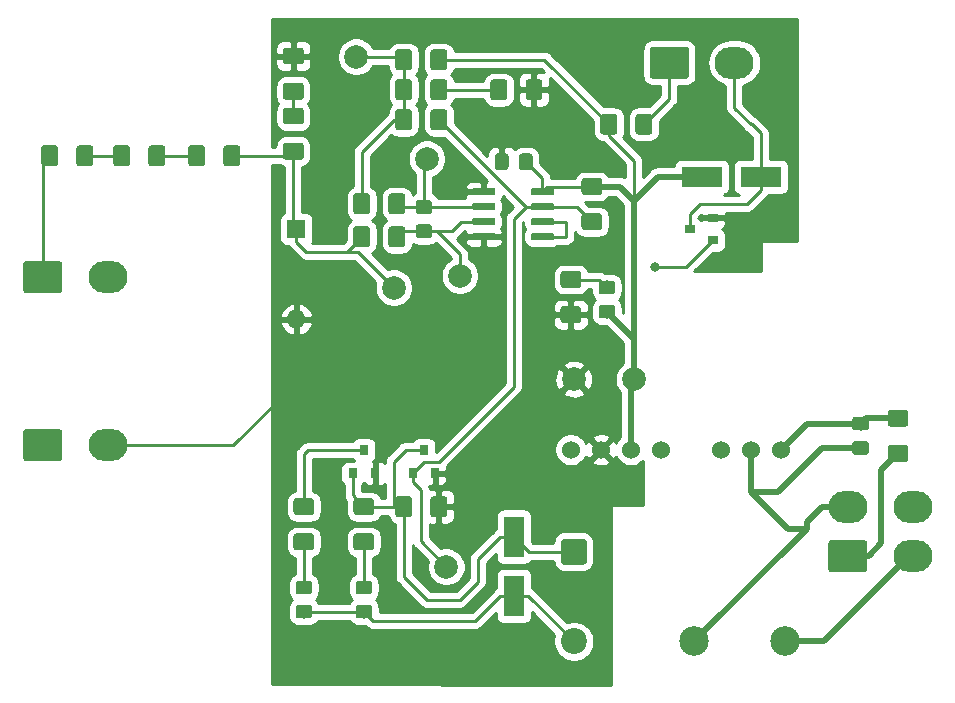
<source format=gtl>
G04 #@! TF.GenerationSoftware,KiCad,Pcbnew,(5.1.2)-2*
G04 #@! TF.CreationDate,2019-08-12T14:05:45+10:00*
G04 #@! TF.ProjectId,TSAL-HVM,5453414c-2d48-4564-9d2e-6b696361645f,rev?*
G04 #@! TF.SameCoordinates,Original*
G04 #@! TF.FileFunction,Copper,L1,Top*
G04 #@! TF.FilePolarity,Positive*
%FSLAX46Y46*%
G04 Gerber Fmt 4.6, Leading zero omitted, Abs format (unit mm)*
G04 Created by KiCad (PCBNEW (5.1.2)-2) date 2019-08-12 14:05:45*
%MOMM*%
%LPD*%
G04 APERTURE LIST*
%ADD10O,3.300000X2.700000*%
%ADD11C,0.100000*%
%ADD12C,2.700000*%
%ADD13C,1.425000*%
%ADD14R,0.900000X0.800000*%
%ADD15R,3.500000X1.800000*%
%ADD16C,1.150000*%
%ADD17R,0.800000X0.900000*%
%ADD18R,1.800000X3.500000*%
%ADD19C,1.524000*%
%ADD20C,2.000000*%
%ADD21R,1.600000X1.600000*%
%ADD22O,1.600000X1.600000*%
%ADD23C,2.500000*%
%ADD24C,2.200000*%
%ADD25C,0.600000*%
%ADD26C,0.800000*%
%ADD27C,0.508000*%
%ADD28C,0.250000*%
%ADD29C,0.254000*%
G04 APERTURE END LIST*
D10*
X57062000Y-77343000D03*
D11*
G36*
X52986503Y-75994204D02*
G01*
X53010772Y-75997804D01*
X53034570Y-76003765D01*
X53057670Y-76012030D01*
X53079849Y-76022520D01*
X53100892Y-76035133D01*
X53120598Y-76049748D01*
X53138776Y-76066224D01*
X53155252Y-76084402D01*
X53169867Y-76104108D01*
X53182480Y-76125151D01*
X53192970Y-76147330D01*
X53201235Y-76170430D01*
X53207196Y-76194228D01*
X53210796Y-76218497D01*
X53212000Y-76243001D01*
X53212000Y-78442999D01*
X53210796Y-78467503D01*
X53207196Y-78491772D01*
X53201235Y-78515570D01*
X53192970Y-78538670D01*
X53182480Y-78560849D01*
X53169867Y-78581892D01*
X53155252Y-78601598D01*
X53138776Y-78619776D01*
X53120598Y-78636252D01*
X53100892Y-78650867D01*
X53079849Y-78663480D01*
X53057670Y-78673970D01*
X53034570Y-78682235D01*
X53010772Y-78688196D01*
X52986503Y-78691796D01*
X52961999Y-78693000D01*
X50162001Y-78693000D01*
X50137497Y-78691796D01*
X50113228Y-78688196D01*
X50089430Y-78682235D01*
X50066330Y-78673970D01*
X50044151Y-78663480D01*
X50023108Y-78650867D01*
X50003402Y-78636252D01*
X49985224Y-78619776D01*
X49968748Y-78601598D01*
X49954133Y-78581892D01*
X49941520Y-78560849D01*
X49931030Y-78538670D01*
X49922765Y-78515570D01*
X49916804Y-78491772D01*
X49913204Y-78467503D01*
X49912000Y-78442999D01*
X49912000Y-76243001D01*
X49913204Y-76218497D01*
X49916804Y-76194228D01*
X49922765Y-76170430D01*
X49931030Y-76147330D01*
X49941520Y-76125151D01*
X49954133Y-76104108D01*
X49968748Y-76084402D01*
X49985224Y-76066224D01*
X50003402Y-76049748D01*
X50023108Y-76035133D01*
X50044151Y-76022520D01*
X50066330Y-76012030D01*
X50089430Y-76003765D01*
X50113228Y-75997804D01*
X50137497Y-75994204D01*
X50162001Y-75993000D01*
X52961999Y-75993000D01*
X52986503Y-75994204D01*
X52986503Y-75994204D01*
G37*
D12*
X51562000Y-77343000D03*
D10*
X57062000Y-63119000D03*
D11*
G36*
X52986503Y-61770204D02*
G01*
X53010772Y-61773804D01*
X53034570Y-61779765D01*
X53057670Y-61788030D01*
X53079849Y-61798520D01*
X53100892Y-61811133D01*
X53120598Y-61825748D01*
X53138776Y-61842224D01*
X53155252Y-61860402D01*
X53169867Y-61880108D01*
X53182480Y-61901151D01*
X53192970Y-61923330D01*
X53201235Y-61946430D01*
X53207196Y-61970228D01*
X53210796Y-61994497D01*
X53212000Y-62019001D01*
X53212000Y-64218999D01*
X53210796Y-64243503D01*
X53207196Y-64267772D01*
X53201235Y-64291570D01*
X53192970Y-64314670D01*
X53182480Y-64336849D01*
X53169867Y-64357892D01*
X53155252Y-64377598D01*
X53138776Y-64395776D01*
X53120598Y-64412252D01*
X53100892Y-64426867D01*
X53079849Y-64439480D01*
X53057670Y-64449970D01*
X53034570Y-64458235D01*
X53010772Y-64464196D01*
X52986503Y-64467796D01*
X52961999Y-64469000D01*
X50162001Y-64469000D01*
X50137497Y-64467796D01*
X50113228Y-64464196D01*
X50089430Y-64458235D01*
X50066330Y-64449970D01*
X50044151Y-64439480D01*
X50023108Y-64426867D01*
X50003402Y-64412252D01*
X49985224Y-64395776D01*
X49968748Y-64377598D01*
X49954133Y-64357892D01*
X49941520Y-64336849D01*
X49931030Y-64314670D01*
X49922765Y-64291570D01*
X49916804Y-64267772D01*
X49913204Y-64243503D01*
X49912000Y-64218999D01*
X49912000Y-62019001D01*
X49913204Y-61994497D01*
X49916804Y-61970228D01*
X49922765Y-61946430D01*
X49931030Y-61923330D01*
X49941520Y-61901151D01*
X49954133Y-61880108D01*
X49968748Y-61860402D01*
X49985224Y-61842224D01*
X50003402Y-61825748D01*
X50023108Y-61811133D01*
X50044151Y-61798520D01*
X50066330Y-61788030D01*
X50089430Y-61779765D01*
X50113228Y-61773804D01*
X50137497Y-61770204D01*
X50162001Y-61769000D01*
X52961999Y-61769000D01*
X52986503Y-61770204D01*
X52986503Y-61770204D01*
G37*
D12*
X51562000Y-63119000D03*
D10*
X110109000Y-44958000D03*
D11*
G36*
X106033503Y-43609204D02*
G01*
X106057772Y-43612804D01*
X106081570Y-43618765D01*
X106104670Y-43627030D01*
X106126849Y-43637520D01*
X106147892Y-43650133D01*
X106167598Y-43664748D01*
X106185776Y-43681224D01*
X106202252Y-43699402D01*
X106216867Y-43719108D01*
X106229480Y-43740151D01*
X106239970Y-43762330D01*
X106248235Y-43785430D01*
X106254196Y-43809228D01*
X106257796Y-43833497D01*
X106259000Y-43858001D01*
X106259000Y-46057999D01*
X106257796Y-46082503D01*
X106254196Y-46106772D01*
X106248235Y-46130570D01*
X106239970Y-46153670D01*
X106229480Y-46175849D01*
X106216867Y-46196892D01*
X106202252Y-46216598D01*
X106185776Y-46234776D01*
X106167598Y-46251252D01*
X106147892Y-46265867D01*
X106126849Y-46278480D01*
X106104670Y-46288970D01*
X106081570Y-46297235D01*
X106057772Y-46303196D01*
X106033503Y-46306796D01*
X106008999Y-46308000D01*
X103209001Y-46308000D01*
X103184497Y-46306796D01*
X103160228Y-46303196D01*
X103136430Y-46297235D01*
X103113330Y-46288970D01*
X103091151Y-46278480D01*
X103070108Y-46265867D01*
X103050402Y-46251252D01*
X103032224Y-46234776D01*
X103015748Y-46216598D01*
X103001133Y-46196892D01*
X102988520Y-46175849D01*
X102978030Y-46153670D01*
X102969765Y-46130570D01*
X102963804Y-46106772D01*
X102960204Y-46082503D01*
X102959000Y-46057999D01*
X102959000Y-43858001D01*
X102960204Y-43833497D01*
X102963804Y-43809228D01*
X102969765Y-43785430D01*
X102978030Y-43762330D01*
X102988520Y-43740151D01*
X103001133Y-43719108D01*
X103015748Y-43699402D01*
X103032224Y-43681224D01*
X103050402Y-43664748D01*
X103070108Y-43650133D01*
X103091151Y-43637520D01*
X103113330Y-43627030D01*
X103136430Y-43618765D01*
X103160228Y-43612804D01*
X103184497Y-43609204D01*
X103209001Y-43608000D01*
X106008999Y-43608000D01*
X106033503Y-43609204D01*
X106033503Y-43609204D01*
G37*
D12*
X104609000Y-44958000D03*
D10*
X125222000Y-82550000D03*
X125222000Y-86750000D03*
X119722000Y-82550000D03*
D11*
G36*
X121146503Y-85401204D02*
G01*
X121170772Y-85404804D01*
X121194570Y-85410765D01*
X121217670Y-85419030D01*
X121239849Y-85429520D01*
X121260892Y-85442133D01*
X121280598Y-85456748D01*
X121298776Y-85473224D01*
X121315252Y-85491402D01*
X121329867Y-85511108D01*
X121342480Y-85532151D01*
X121352970Y-85554330D01*
X121361235Y-85577430D01*
X121367196Y-85601228D01*
X121370796Y-85625497D01*
X121372000Y-85650001D01*
X121372000Y-87849999D01*
X121370796Y-87874503D01*
X121367196Y-87898772D01*
X121361235Y-87922570D01*
X121352970Y-87945670D01*
X121342480Y-87967849D01*
X121329867Y-87988892D01*
X121315252Y-88008598D01*
X121298776Y-88026776D01*
X121280598Y-88043252D01*
X121260892Y-88057867D01*
X121239849Y-88070480D01*
X121217670Y-88080970D01*
X121194570Y-88089235D01*
X121170772Y-88095196D01*
X121146503Y-88098796D01*
X121121999Y-88100000D01*
X118322001Y-88100000D01*
X118297497Y-88098796D01*
X118273228Y-88095196D01*
X118249430Y-88089235D01*
X118226330Y-88080970D01*
X118204151Y-88070480D01*
X118183108Y-88057867D01*
X118163402Y-88043252D01*
X118145224Y-88026776D01*
X118128748Y-88008598D01*
X118114133Y-87988892D01*
X118101520Y-87967849D01*
X118091030Y-87945670D01*
X118082765Y-87922570D01*
X118076804Y-87898772D01*
X118073204Y-87874503D01*
X118072000Y-87849999D01*
X118072000Y-85650001D01*
X118073204Y-85625497D01*
X118076804Y-85601228D01*
X118082765Y-85577430D01*
X118091030Y-85554330D01*
X118101520Y-85532151D01*
X118114133Y-85511108D01*
X118128748Y-85491402D01*
X118145224Y-85473224D01*
X118163402Y-85456748D01*
X118183108Y-85442133D01*
X118204151Y-85429520D01*
X118226330Y-85419030D01*
X118249430Y-85410765D01*
X118273228Y-85404804D01*
X118297497Y-85401204D01*
X118322001Y-85400000D01*
X121121999Y-85400000D01*
X121146503Y-85401204D01*
X121146503Y-85401204D01*
G37*
D12*
X119722000Y-86750000D03*
D11*
G36*
X102939504Y-49291204D02*
G01*
X102963773Y-49294804D01*
X102987571Y-49300765D01*
X103010671Y-49309030D01*
X103032849Y-49319520D01*
X103053893Y-49332133D01*
X103073598Y-49346747D01*
X103091777Y-49363223D01*
X103108253Y-49381402D01*
X103122867Y-49401107D01*
X103135480Y-49422151D01*
X103145970Y-49444329D01*
X103154235Y-49467429D01*
X103160196Y-49491227D01*
X103163796Y-49515496D01*
X103165000Y-49540000D01*
X103165000Y-50790000D01*
X103163796Y-50814504D01*
X103160196Y-50838773D01*
X103154235Y-50862571D01*
X103145970Y-50885671D01*
X103135480Y-50907849D01*
X103122867Y-50928893D01*
X103108253Y-50948598D01*
X103091777Y-50966777D01*
X103073598Y-50983253D01*
X103053893Y-50997867D01*
X103032849Y-51010480D01*
X103010671Y-51020970D01*
X102987571Y-51029235D01*
X102963773Y-51035196D01*
X102939504Y-51038796D01*
X102915000Y-51040000D01*
X101990000Y-51040000D01*
X101965496Y-51038796D01*
X101941227Y-51035196D01*
X101917429Y-51029235D01*
X101894329Y-51020970D01*
X101872151Y-51010480D01*
X101851107Y-50997867D01*
X101831402Y-50983253D01*
X101813223Y-50966777D01*
X101796747Y-50948598D01*
X101782133Y-50928893D01*
X101769520Y-50907849D01*
X101759030Y-50885671D01*
X101750765Y-50862571D01*
X101744804Y-50838773D01*
X101741204Y-50814504D01*
X101740000Y-50790000D01*
X101740000Y-49540000D01*
X101741204Y-49515496D01*
X101744804Y-49491227D01*
X101750765Y-49467429D01*
X101759030Y-49444329D01*
X101769520Y-49422151D01*
X101782133Y-49401107D01*
X101796747Y-49381402D01*
X101813223Y-49363223D01*
X101831402Y-49346747D01*
X101851107Y-49332133D01*
X101872151Y-49319520D01*
X101894329Y-49309030D01*
X101917429Y-49300765D01*
X101941227Y-49294804D01*
X101965496Y-49291204D01*
X101990000Y-49290000D01*
X102915000Y-49290000D01*
X102939504Y-49291204D01*
X102939504Y-49291204D01*
G37*
D13*
X102452500Y-50165000D03*
D11*
G36*
X99964504Y-49291204D02*
G01*
X99988773Y-49294804D01*
X100012571Y-49300765D01*
X100035671Y-49309030D01*
X100057849Y-49319520D01*
X100078893Y-49332133D01*
X100098598Y-49346747D01*
X100116777Y-49363223D01*
X100133253Y-49381402D01*
X100147867Y-49401107D01*
X100160480Y-49422151D01*
X100170970Y-49444329D01*
X100179235Y-49467429D01*
X100185196Y-49491227D01*
X100188796Y-49515496D01*
X100190000Y-49540000D01*
X100190000Y-50790000D01*
X100188796Y-50814504D01*
X100185196Y-50838773D01*
X100179235Y-50862571D01*
X100170970Y-50885671D01*
X100160480Y-50907849D01*
X100147867Y-50928893D01*
X100133253Y-50948598D01*
X100116777Y-50966777D01*
X100098598Y-50983253D01*
X100078893Y-50997867D01*
X100057849Y-51010480D01*
X100035671Y-51020970D01*
X100012571Y-51029235D01*
X99988773Y-51035196D01*
X99964504Y-51038796D01*
X99940000Y-51040000D01*
X99015000Y-51040000D01*
X98990496Y-51038796D01*
X98966227Y-51035196D01*
X98942429Y-51029235D01*
X98919329Y-51020970D01*
X98897151Y-51010480D01*
X98876107Y-50997867D01*
X98856402Y-50983253D01*
X98838223Y-50966777D01*
X98821747Y-50948598D01*
X98807133Y-50928893D01*
X98794520Y-50907849D01*
X98784030Y-50885671D01*
X98775765Y-50862571D01*
X98769804Y-50838773D01*
X98766204Y-50814504D01*
X98765000Y-50790000D01*
X98765000Y-49540000D01*
X98766204Y-49515496D01*
X98769804Y-49491227D01*
X98775765Y-49467429D01*
X98784030Y-49444329D01*
X98794520Y-49422151D01*
X98807133Y-49401107D01*
X98821747Y-49381402D01*
X98838223Y-49363223D01*
X98856402Y-49346747D01*
X98876107Y-49332133D01*
X98897151Y-49319520D01*
X98919329Y-49309030D01*
X98942429Y-49300765D01*
X98966227Y-49294804D01*
X98990496Y-49291204D01*
X99015000Y-49290000D01*
X99940000Y-49290000D01*
X99964504Y-49291204D01*
X99964504Y-49291204D01*
G37*
D13*
X99477500Y-50165000D03*
D14*
X106315000Y-59055000D03*
X108315000Y-58105000D03*
X108315000Y-60005000D03*
D15*
X112355000Y-54610000D03*
X107355000Y-54610000D03*
D11*
G36*
X90764505Y-52641204D02*
G01*
X90788773Y-52644804D01*
X90812572Y-52650765D01*
X90835671Y-52659030D01*
X90857850Y-52669520D01*
X90878893Y-52682132D01*
X90898599Y-52696747D01*
X90916777Y-52713223D01*
X90933253Y-52731401D01*
X90947868Y-52751107D01*
X90960480Y-52772150D01*
X90970970Y-52794329D01*
X90979235Y-52817428D01*
X90985196Y-52841227D01*
X90988796Y-52865495D01*
X90990000Y-52889999D01*
X90990000Y-53790001D01*
X90988796Y-53814505D01*
X90985196Y-53838773D01*
X90979235Y-53862572D01*
X90970970Y-53885671D01*
X90960480Y-53907850D01*
X90947868Y-53928893D01*
X90933253Y-53948599D01*
X90916777Y-53966777D01*
X90898599Y-53983253D01*
X90878893Y-53997868D01*
X90857850Y-54010480D01*
X90835671Y-54020970D01*
X90812572Y-54029235D01*
X90788773Y-54035196D01*
X90764505Y-54038796D01*
X90740001Y-54040000D01*
X90089999Y-54040000D01*
X90065495Y-54038796D01*
X90041227Y-54035196D01*
X90017428Y-54029235D01*
X89994329Y-54020970D01*
X89972150Y-54010480D01*
X89951107Y-53997868D01*
X89931401Y-53983253D01*
X89913223Y-53966777D01*
X89896747Y-53948599D01*
X89882132Y-53928893D01*
X89869520Y-53907850D01*
X89859030Y-53885671D01*
X89850765Y-53862572D01*
X89844804Y-53838773D01*
X89841204Y-53814505D01*
X89840000Y-53790001D01*
X89840000Y-52889999D01*
X89841204Y-52865495D01*
X89844804Y-52841227D01*
X89850765Y-52817428D01*
X89859030Y-52794329D01*
X89869520Y-52772150D01*
X89882132Y-52751107D01*
X89896747Y-52731401D01*
X89913223Y-52713223D01*
X89931401Y-52696747D01*
X89951107Y-52682132D01*
X89972150Y-52669520D01*
X89994329Y-52659030D01*
X90017428Y-52650765D01*
X90041227Y-52644804D01*
X90065495Y-52641204D01*
X90089999Y-52640000D01*
X90740001Y-52640000D01*
X90764505Y-52641204D01*
X90764505Y-52641204D01*
G37*
D16*
X90415000Y-53340000D03*
D11*
G36*
X92814505Y-52641204D02*
G01*
X92838773Y-52644804D01*
X92862572Y-52650765D01*
X92885671Y-52659030D01*
X92907850Y-52669520D01*
X92928893Y-52682132D01*
X92948599Y-52696747D01*
X92966777Y-52713223D01*
X92983253Y-52731401D01*
X92997868Y-52751107D01*
X93010480Y-52772150D01*
X93020970Y-52794329D01*
X93029235Y-52817428D01*
X93035196Y-52841227D01*
X93038796Y-52865495D01*
X93040000Y-52889999D01*
X93040000Y-53790001D01*
X93038796Y-53814505D01*
X93035196Y-53838773D01*
X93029235Y-53862572D01*
X93020970Y-53885671D01*
X93010480Y-53907850D01*
X92997868Y-53928893D01*
X92983253Y-53948599D01*
X92966777Y-53966777D01*
X92948599Y-53983253D01*
X92928893Y-53997868D01*
X92907850Y-54010480D01*
X92885671Y-54020970D01*
X92862572Y-54029235D01*
X92838773Y-54035196D01*
X92814505Y-54038796D01*
X92790001Y-54040000D01*
X92139999Y-54040000D01*
X92115495Y-54038796D01*
X92091227Y-54035196D01*
X92067428Y-54029235D01*
X92044329Y-54020970D01*
X92022150Y-54010480D01*
X92001107Y-53997868D01*
X91981401Y-53983253D01*
X91963223Y-53966777D01*
X91946747Y-53948599D01*
X91932132Y-53928893D01*
X91919520Y-53907850D01*
X91909030Y-53885671D01*
X91900765Y-53862572D01*
X91894804Y-53838773D01*
X91891204Y-53814505D01*
X91890000Y-53790001D01*
X91890000Y-52889999D01*
X91891204Y-52865495D01*
X91894804Y-52841227D01*
X91900765Y-52817428D01*
X91909030Y-52794329D01*
X91919520Y-52772150D01*
X91932132Y-52751107D01*
X91946747Y-52731401D01*
X91963223Y-52713223D01*
X91981401Y-52696747D01*
X92001107Y-52682132D01*
X92022150Y-52669520D01*
X92044329Y-52659030D01*
X92067428Y-52650765D01*
X92091227Y-52644804D01*
X92115495Y-52641204D01*
X92139999Y-52640000D01*
X92790001Y-52640000D01*
X92814505Y-52641204D01*
X92814505Y-52641204D01*
G37*
D16*
X92465000Y-53340000D03*
D11*
G36*
X84294505Y-58653704D02*
G01*
X84318773Y-58657304D01*
X84342572Y-58663265D01*
X84365671Y-58671530D01*
X84387850Y-58682020D01*
X84408893Y-58694632D01*
X84428599Y-58709247D01*
X84446777Y-58725723D01*
X84463253Y-58743901D01*
X84477868Y-58763607D01*
X84490480Y-58784650D01*
X84500970Y-58806829D01*
X84509235Y-58829928D01*
X84515196Y-58853727D01*
X84518796Y-58877995D01*
X84520000Y-58902499D01*
X84520000Y-59552501D01*
X84518796Y-59577005D01*
X84515196Y-59601273D01*
X84509235Y-59625072D01*
X84500970Y-59648171D01*
X84490480Y-59670350D01*
X84477868Y-59691393D01*
X84463253Y-59711099D01*
X84446777Y-59729277D01*
X84428599Y-59745753D01*
X84408893Y-59760368D01*
X84387850Y-59772980D01*
X84365671Y-59783470D01*
X84342572Y-59791735D01*
X84318773Y-59797696D01*
X84294505Y-59801296D01*
X84270001Y-59802500D01*
X83369999Y-59802500D01*
X83345495Y-59801296D01*
X83321227Y-59797696D01*
X83297428Y-59791735D01*
X83274329Y-59783470D01*
X83252150Y-59772980D01*
X83231107Y-59760368D01*
X83211401Y-59745753D01*
X83193223Y-59729277D01*
X83176747Y-59711099D01*
X83162132Y-59691393D01*
X83149520Y-59670350D01*
X83139030Y-59648171D01*
X83130765Y-59625072D01*
X83124804Y-59601273D01*
X83121204Y-59577005D01*
X83120000Y-59552501D01*
X83120000Y-58902499D01*
X83121204Y-58877995D01*
X83124804Y-58853727D01*
X83130765Y-58829928D01*
X83139030Y-58806829D01*
X83149520Y-58784650D01*
X83162132Y-58763607D01*
X83176747Y-58743901D01*
X83193223Y-58725723D01*
X83211401Y-58709247D01*
X83231107Y-58694632D01*
X83252150Y-58682020D01*
X83274329Y-58671530D01*
X83297428Y-58663265D01*
X83321227Y-58657304D01*
X83345495Y-58653704D01*
X83369999Y-58652500D01*
X84270001Y-58652500D01*
X84294505Y-58653704D01*
X84294505Y-58653704D01*
G37*
D16*
X83820000Y-59227500D03*
D11*
G36*
X84294505Y-56603704D02*
G01*
X84318773Y-56607304D01*
X84342572Y-56613265D01*
X84365671Y-56621530D01*
X84387850Y-56632020D01*
X84408893Y-56644632D01*
X84428599Y-56659247D01*
X84446777Y-56675723D01*
X84463253Y-56693901D01*
X84477868Y-56713607D01*
X84490480Y-56734650D01*
X84500970Y-56756829D01*
X84509235Y-56779928D01*
X84515196Y-56803727D01*
X84518796Y-56827995D01*
X84520000Y-56852499D01*
X84520000Y-57502501D01*
X84518796Y-57527005D01*
X84515196Y-57551273D01*
X84509235Y-57575072D01*
X84500970Y-57598171D01*
X84490480Y-57620350D01*
X84477868Y-57641393D01*
X84463253Y-57661099D01*
X84446777Y-57679277D01*
X84428599Y-57695753D01*
X84408893Y-57710368D01*
X84387850Y-57722980D01*
X84365671Y-57733470D01*
X84342572Y-57741735D01*
X84318773Y-57747696D01*
X84294505Y-57751296D01*
X84270001Y-57752500D01*
X83369999Y-57752500D01*
X83345495Y-57751296D01*
X83321227Y-57747696D01*
X83297428Y-57741735D01*
X83274329Y-57733470D01*
X83252150Y-57722980D01*
X83231107Y-57710368D01*
X83211401Y-57695753D01*
X83193223Y-57679277D01*
X83176747Y-57661099D01*
X83162132Y-57641393D01*
X83149520Y-57620350D01*
X83139030Y-57598171D01*
X83130765Y-57575072D01*
X83124804Y-57551273D01*
X83121204Y-57527005D01*
X83120000Y-57502501D01*
X83120000Y-56852499D01*
X83121204Y-56827995D01*
X83124804Y-56803727D01*
X83130765Y-56779928D01*
X83139030Y-56756829D01*
X83149520Y-56734650D01*
X83162132Y-56713607D01*
X83176747Y-56693901D01*
X83193223Y-56675723D01*
X83211401Y-56659247D01*
X83231107Y-56644632D01*
X83252150Y-56632020D01*
X83274329Y-56621530D01*
X83297428Y-56613265D01*
X83321227Y-56607304D01*
X83345495Y-56603704D01*
X83369999Y-56602500D01*
X84270001Y-56602500D01*
X84294505Y-56603704D01*
X84294505Y-56603704D01*
G37*
D16*
X83820000Y-57177500D03*
D11*
G36*
X121269505Y-76988704D02*
G01*
X121293773Y-76992304D01*
X121317572Y-76998265D01*
X121340671Y-77006530D01*
X121362850Y-77017020D01*
X121383893Y-77029632D01*
X121403599Y-77044247D01*
X121421777Y-77060723D01*
X121438253Y-77078901D01*
X121452868Y-77098607D01*
X121465480Y-77119650D01*
X121475970Y-77141829D01*
X121484235Y-77164928D01*
X121490196Y-77188727D01*
X121493796Y-77212995D01*
X121495000Y-77237499D01*
X121495000Y-77887501D01*
X121493796Y-77912005D01*
X121490196Y-77936273D01*
X121484235Y-77960072D01*
X121475970Y-77983171D01*
X121465480Y-78005350D01*
X121452868Y-78026393D01*
X121438253Y-78046099D01*
X121421777Y-78064277D01*
X121403599Y-78080753D01*
X121383893Y-78095368D01*
X121362850Y-78107980D01*
X121340671Y-78118470D01*
X121317572Y-78126735D01*
X121293773Y-78132696D01*
X121269505Y-78136296D01*
X121245001Y-78137500D01*
X120344999Y-78137500D01*
X120320495Y-78136296D01*
X120296227Y-78132696D01*
X120272428Y-78126735D01*
X120249329Y-78118470D01*
X120227150Y-78107980D01*
X120206107Y-78095368D01*
X120186401Y-78080753D01*
X120168223Y-78064277D01*
X120151747Y-78046099D01*
X120137132Y-78026393D01*
X120124520Y-78005350D01*
X120114030Y-77983171D01*
X120105765Y-77960072D01*
X120099804Y-77936273D01*
X120096204Y-77912005D01*
X120095000Y-77887501D01*
X120095000Y-77237499D01*
X120096204Y-77212995D01*
X120099804Y-77188727D01*
X120105765Y-77164928D01*
X120114030Y-77141829D01*
X120124520Y-77119650D01*
X120137132Y-77098607D01*
X120151747Y-77078901D01*
X120168223Y-77060723D01*
X120186401Y-77044247D01*
X120206107Y-77029632D01*
X120227150Y-77017020D01*
X120249329Y-77006530D01*
X120272428Y-76998265D01*
X120296227Y-76992304D01*
X120320495Y-76988704D01*
X120344999Y-76987500D01*
X121245001Y-76987500D01*
X121269505Y-76988704D01*
X121269505Y-76988704D01*
G37*
D16*
X120795000Y-77562500D03*
D11*
G36*
X121269505Y-74938704D02*
G01*
X121293773Y-74942304D01*
X121317572Y-74948265D01*
X121340671Y-74956530D01*
X121362850Y-74967020D01*
X121383893Y-74979632D01*
X121403599Y-74994247D01*
X121421777Y-75010723D01*
X121438253Y-75028901D01*
X121452868Y-75048607D01*
X121465480Y-75069650D01*
X121475970Y-75091829D01*
X121484235Y-75114928D01*
X121490196Y-75138727D01*
X121493796Y-75162995D01*
X121495000Y-75187499D01*
X121495000Y-75837501D01*
X121493796Y-75862005D01*
X121490196Y-75886273D01*
X121484235Y-75910072D01*
X121475970Y-75933171D01*
X121465480Y-75955350D01*
X121452868Y-75976393D01*
X121438253Y-75996099D01*
X121421777Y-76014277D01*
X121403599Y-76030753D01*
X121383893Y-76045368D01*
X121362850Y-76057980D01*
X121340671Y-76068470D01*
X121317572Y-76076735D01*
X121293773Y-76082696D01*
X121269505Y-76086296D01*
X121245001Y-76087500D01*
X120344999Y-76087500D01*
X120320495Y-76086296D01*
X120296227Y-76082696D01*
X120272428Y-76076735D01*
X120249329Y-76068470D01*
X120227150Y-76057980D01*
X120206107Y-76045368D01*
X120186401Y-76030753D01*
X120168223Y-76014277D01*
X120151747Y-75996099D01*
X120137132Y-75976393D01*
X120124520Y-75955350D01*
X120114030Y-75933171D01*
X120105765Y-75910072D01*
X120099804Y-75886273D01*
X120096204Y-75862005D01*
X120095000Y-75837501D01*
X120095000Y-75187499D01*
X120096204Y-75162995D01*
X120099804Y-75138727D01*
X120105765Y-75114928D01*
X120114030Y-75091829D01*
X120124520Y-75069650D01*
X120137132Y-75048607D01*
X120151747Y-75028901D01*
X120168223Y-75010723D01*
X120186401Y-74994247D01*
X120206107Y-74979632D01*
X120227150Y-74967020D01*
X120249329Y-74956530D01*
X120272428Y-74948265D01*
X120296227Y-74942304D01*
X120320495Y-74938704D01*
X120344999Y-74937500D01*
X121245001Y-74937500D01*
X121269505Y-74938704D01*
X121269505Y-74938704D01*
G37*
D16*
X120795000Y-75512500D03*
D17*
X78740000Y-77740000D03*
X79690000Y-79740000D03*
X77790000Y-79740000D03*
D18*
X91440000Y-85090000D03*
X91440000Y-90090000D03*
D19*
X114046000Y-77724000D03*
X111506000Y-77724000D03*
X108966000Y-77724000D03*
X103886000Y-77724000D03*
X101346000Y-77724000D03*
X98806000Y-77724000D03*
X96266000Y-77724000D03*
D20*
X84074000Y-53086000D03*
D11*
G36*
X52630004Y-51958204D02*
G01*
X52654273Y-51961804D01*
X52678071Y-51967765D01*
X52701171Y-51976030D01*
X52723349Y-51986520D01*
X52744393Y-51999133D01*
X52764098Y-52013747D01*
X52782277Y-52030223D01*
X52798753Y-52048402D01*
X52813367Y-52068107D01*
X52825980Y-52089151D01*
X52836470Y-52111329D01*
X52844735Y-52134429D01*
X52850696Y-52158227D01*
X52854296Y-52182496D01*
X52855500Y-52207000D01*
X52855500Y-53457000D01*
X52854296Y-53481504D01*
X52850696Y-53505773D01*
X52844735Y-53529571D01*
X52836470Y-53552671D01*
X52825980Y-53574849D01*
X52813367Y-53595893D01*
X52798753Y-53615598D01*
X52782277Y-53633777D01*
X52764098Y-53650253D01*
X52744393Y-53664867D01*
X52723349Y-53677480D01*
X52701171Y-53687970D01*
X52678071Y-53696235D01*
X52654273Y-53702196D01*
X52630004Y-53705796D01*
X52605500Y-53707000D01*
X51680500Y-53707000D01*
X51655996Y-53705796D01*
X51631727Y-53702196D01*
X51607929Y-53696235D01*
X51584829Y-53687970D01*
X51562651Y-53677480D01*
X51541607Y-53664867D01*
X51521902Y-53650253D01*
X51503723Y-53633777D01*
X51487247Y-53615598D01*
X51472633Y-53595893D01*
X51460020Y-53574849D01*
X51449530Y-53552671D01*
X51441265Y-53529571D01*
X51435304Y-53505773D01*
X51431704Y-53481504D01*
X51430500Y-53457000D01*
X51430500Y-52207000D01*
X51431704Y-52182496D01*
X51435304Y-52158227D01*
X51441265Y-52134429D01*
X51449530Y-52111329D01*
X51460020Y-52089151D01*
X51472633Y-52068107D01*
X51487247Y-52048402D01*
X51503723Y-52030223D01*
X51521902Y-52013747D01*
X51541607Y-51999133D01*
X51562651Y-51986520D01*
X51584829Y-51976030D01*
X51607929Y-51967765D01*
X51631727Y-51961804D01*
X51655996Y-51958204D01*
X51680500Y-51957000D01*
X52605500Y-51957000D01*
X52630004Y-51958204D01*
X52630004Y-51958204D01*
G37*
D13*
X52143000Y-52832000D03*
D11*
G36*
X55605004Y-51958204D02*
G01*
X55629273Y-51961804D01*
X55653071Y-51967765D01*
X55676171Y-51976030D01*
X55698349Y-51986520D01*
X55719393Y-51999133D01*
X55739098Y-52013747D01*
X55757277Y-52030223D01*
X55773753Y-52048402D01*
X55788367Y-52068107D01*
X55800980Y-52089151D01*
X55811470Y-52111329D01*
X55819735Y-52134429D01*
X55825696Y-52158227D01*
X55829296Y-52182496D01*
X55830500Y-52207000D01*
X55830500Y-53457000D01*
X55829296Y-53481504D01*
X55825696Y-53505773D01*
X55819735Y-53529571D01*
X55811470Y-53552671D01*
X55800980Y-53574849D01*
X55788367Y-53595893D01*
X55773753Y-53615598D01*
X55757277Y-53633777D01*
X55739098Y-53650253D01*
X55719393Y-53664867D01*
X55698349Y-53677480D01*
X55676171Y-53687970D01*
X55653071Y-53696235D01*
X55629273Y-53702196D01*
X55605004Y-53705796D01*
X55580500Y-53707000D01*
X54655500Y-53707000D01*
X54630996Y-53705796D01*
X54606727Y-53702196D01*
X54582929Y-53696235D01*
X54559829Y-53687970D01*
X54537651Y-53677480D01*
X54516607Y-53664867D01*
X54496902Y-53650253D01*
X54478723Y-53633777D01*
X54462247Y-53615598D01*
X54447633Y-53595893D01*
X54435020Y-53574849D01*
X54424530Y-53552671D01*
X54416265Y-53529571D01*
X54410304Y-53505773D01*
X54406704Y-53481504D01*
X54405500Y-53457000D01*
X54405500Y-52207000D01*
X54406704Y-52182496D01*
X54410304Y-52158227D01*
X54416265Y-52134429D01*
X54424530Y-52111329D01*
X54435020Y-52089151D01*
X54447633Y-52068107D01*
X54462247Y-52048402D01*
X54478723Y-52030223D01*
X54496902Y-52013747D01*
X54516607Y-51999133D01*
X54537651Y-51986520D01*
X54559829Y-51976030D01*
X54582929Y-51967765D01*
X54606727Y-51961804D01*
X54630996Y-51958204D01*
X54655500Y-51957000D01*
X55580500Y-51957000D01*
X55605004Y-51958204D01*
X55605004Y-51958204D01*
G37*
D13*
X55118000Y-52832000D03*
D21*
X73025000Y-59055000D03*
D22*
X73025000Y-66675000D03*
D11*
G36*
X79214505Y-88816204D02*
G01*
X79238773Y-88819804D01*
X79262572Y-88825765D01*
X79285671Y-88834030D01*
X79307850Y-88844520D01*
X79328893Y-88857132D01*
X79348599Y-88871747D01*
X79366777Y-88888223D01*
X79383253Y-88906401D01*
X79397868Y-88926107D01*
X79410480Y-88947150D01*
X79420970Y-88969329D01*
X79429235Y-88992428D01*
X79435196Y-89016227D01*
X79438796Y-89040495D01*
X79440000Y-89064999D01*
X79440000Y-89715001D01*
X79438796Y-89739505D01*
X79435196Y-89763773D01*
X79429235Y-89787572D01*
X79420970Y-89810671D01*
X79410480Y-89832850D01*
X79397868Y-89853893D01*
X79383253Y-89873599D01*
X79366777Y-89891777D01*
X79348599Y-89908253D01*
X79328893Y-89922868D01*
X79307850Y-89935480D01*
X79285671Y-89945970D01*
X79262572Y-89954235D01*
X79238773Y-89960196D01*
X79214505Y-89963796D01*
X79190001Y-89965000D01*
X78289999Y-89965000D01*
X78265495Y-89963796D01*
X78241227Y-89960196D01*
X78217428Y-89954235D01*
X78194329Y-89945970D01*
X78172150Y-89935480D01*
X78151107Y-89922868D01*
X78131401Y-89908253D01*
X78113223Y-89891777D01*
X78096747Y-89873599D01*
X78082132Y-89853893D01*
X78069520Y-89832850D01*
X78059030Y-89810671D01*
X78050765Y-89787572D01*
X78044804Y-89763773D01*
X78041204Y-89739505D01*
X78040000Y-89715001D01*
X78040000Y-89064999D01*
X78041204Y-89040495D01*
X78044804Y-89016227D01*
X78050765Y-88992428D01*
X78059030Y-88969329D01*
X78069520Y-88947150D01*
X78082132Y-88926107D01*
X78096747Y-88906401D01*
X78113223Y-88888223D01*
X78131401Y-88871747D01*
X78151107Y-88857132D01*
X78172150Y-88844520D01*
X78194329Y-88834030D01*
X78217428Y-88825765D01*
X78241227Y-88819804D01*
X78265495Y-88816204D01*
X78289999Y-88815000D01*
X79190001Y-88815000D01*
X79214505Y-88816204D01*
X79214505Y-88816204D01*
G37*
D16*
X78740000Y-89390000D03*
D11*
G36*
X79214505Y-90866204D02*
G01*
X79238773Y-90869804D01*
X79262572Y-90875765D01*
X79285671Y-90884030D01*
X79307850Y-90894520D01*
X79328893Y-90907132D01*
X79348599Y-90921747D01*
X79366777Y-90938223D01*
X79383253Y-90956401D01*
X79397868Y-90976107D01*
X79410480Y-90997150D01*
X79420970Y-91019329D01*
X79429235Y-91042428D01*
X79435196Y-91066227D01*
X79438796Y-91090495D01*
X79440000Y-91114999D01*
X79440000Y-91765001D01*
X79438796Y-91789505D01*
X79435196Y-91813773D01*
X79429235Y-91837572D01*
X79420970Y-91860671D01*
X79410480Y-91882850D01*
X79397868Y-91903893D01*
X79383253Y-91923599D01*
X79366777Y-91941777D01*
X79348599Y-91958253D01*
X79328893Y-91972868D01*
X79307850Y-91985480D01*
X79285671Y-91995970D01*
X79262572Y-92004235D01*
X79238773Y-92010196D01*
X79214505Y-92013796D01*
X79190001Y-92015000D01*
X78289999Y-92015000D01*
X78265495Y-92013796D01*
X78241227Y-92010196D01*
X78217428Y-92004235D01*
X78194329Y-91995970D01*
X78172150Y-91985480D01*
X78151107Y-91972868D01*
X78131401Y-91958253D01*
X78113223Y-91941777D01*
X78096747Y-91923599D01*
X78082132Y-91903893D01*
X78069520Y-91882850D01*
X78059030Y-91860671D01*
X78050765Y-91837572D01*
X78044804Y-91813773D01*
X78041204Y-91789505D01*
X78040000Y-91765001D01*
X78040000Y-91114999D01*
X78041204Y-91090495D01*
X78044804Y-91066227D01*
X78050765Y-91042428D01*
X78059030Y-91019329D01*
X78069520Y-90997150D01*
X78082132Y-90976107D01*
X78096747Y-90956401D01*
X78113223Y-90938223D01*
X78131401Y-90921747D01*
X78151107Y-90907132D01*
X78172150Y-90894520D01*
X78194329Y-90884030D01*
X78217428Y-90875765D01*
X78241227Y-90869804D01*
X78265495Y-90866204D01*
X78289999Y-90865000D01*
X79190001Y-90865000D01*
X79214505Y-90866204D01*
X79214505Y-90866204D01*
G37*
D16*
X78740000Y-91440000D03*
D11*
G36*
X99788505Y-63416204D02*
G01*
X99812773Y-63419804D01*
X99836572Y-63425765D01*
X99859671Y-63434030D01*
X99881850Y-63444520D01*
X99902893Y-63457132D01*
X99922599Y-63471747D01*
X99940777Y-63488223D01*
X99957253Y-63506401D01*
X99971868Y-63526107D01*
X99984480Y-63547150D01*
X99994970Y-63569329D01*
X100003235Y-63592428D01*
X100009196Y-63616227D01*
X100012796Y-63640495D01*
X100014000Y-63664999D01*
X100014000Y-64315001D01*
X100012796Y-64339505D01*
X100009196Y-64363773D01*
X100003235Y-64387572D01*
X99994970Y-64410671D01*
X99984480Y-64432850D01*
X99971868Y-64453893D01*
X99957253Y-64473599D01*
X99940777Y-64491777D01*
X99922599Y-64508253D01*
X99902893Y-64522868D01*
X99881850Y-64535480D01*
X99859671Y-64545970D01*
X99836572Y-64554235D01*
X99812773Y-64560196D01*
X99788505Y-64563796D01*
X99764001Y-64565000D01*
X98863999Y-64565000D01*
X98839495Y-64563796D01*
X98815227Y-64560196D01*
X98791428Y-64554235D01*
X98768329Y-64545970D01*
X98746150Y-64535480D01*
X98725107Y-64522868D01*
X98705401Y-64508253D01*
X98687223Y-64491777D01*
X98670747Y-64473599D01*
X98656132Y-64453893D01*
X98643520Y-64432850D01*
X98633030Y-64410671D01*
X98624765Y-64387572D01*
X98618804Y-64363773D01*
X98615204Y-64339505D01*
X98614000Y-64315001D01*
X98614000Y-63664999D01*
X98615204Y-63640495D01*
X98618804Y-63616227D01*
X98624765Y-63592428D01*
X98633030Y-63569329D01*
X98643520Y-63547150D01*
X98656132Y-63526107D01*
X98670747Y-63506401D01*
X98687223Y-63488223D01*
X98705401Y-63471747D01*
X98725107Y-63457132D01*
X98746150Y-63444520D01*
X98768329Y-63434030D01*
X98791428Y-63425765D01*
X98815227Y-63419804D01*
X98839495Y-63416204D01*
X98863999Y-63415000D01*
X99764001Y-63415000D01*
X99788505Y-63416204D01*
X99788505Y-63416204D01*
G37*
D16*
X99314000Y-63990000D03*
D11*
G36*
X99788505Y-65466204D02*
G01*
X99812773Y-65469804D01*
X99836572Y-65475765D01*
X99859671Y-65484030D01*
X99881850Y-65494520D01*
X99902893Y-65507132D01*
X99922599Y-65521747D01*
X99940777Y-65538223D01*
X99957253Y-65556401D01*
X99971868Y-65576107D01*
X99984480Y-65597150D01*
X99994970Y-65619329D01*
X100003235Y-65642428D01*
X100009196Y-65666227D01*
X100012796Y-65690495D01*
X100014000Y-65714999D01*
X100014000Y-66365001D01*
X100012796Y-66389505D01*
X100009196Y-66413773D01*
X100003235Y-66437572D01*
X99994970Y-66460671D01*
X99984480Y-66482850D01*
X99971868Y-66503893D01*
X99957253Y-66523599D01*
X99940777Y-66541777D01*
X99922599Y-66558253D01*
X99902893Y-66572868D01*
X99881850Y-66585480D01*
X99859671Y-66595970D01*
X99836572Y-66604235D01*
X99812773Y-66610196D01*
X99788505Y-66613796D01*
X99764001Y-66615000D01*
X98863999Y-66615000D01*
X98839495Y-66613796D01*
X98815227Y-66610196D01*
X98791428Y-66604235D01*
X98768329Y-66595970D01*
X98746150Y-66585480D01*
X98725107Y-66572868D01*
X98705401Y-66558253D01*
X98687223Y-66541777D01*
X98670747Y-66523599D01*
X98656132Y-66503893D01*
X98643520Y-66482850D01*
X98633030Y-66460671D01*
X98624765Y-66437572D01*
X98618804Y-66413773D01*
X98615204Y-66389505D01*
X98614000Y-66365001D01*
X98614000Y-65714999D01*
X98615204Y-65690495D01*
X98618804Y-65666227D01*
X98624765Y-65642428D01*
X98633030Y-65619329D01*
X98643520Y-65597150D01*
X98656132Y-65576107D01*
X98670747Y-65556401D01*
X98687223Y-65538223D01*
X98705401Y-65521747D01*
X98725107Y-65507132D01*
X98746150Y-65494520D01*
X98768329Y-65484030D01*
X98791428Y-65475765D01*
X98815227Y-65469804D01*
X98839495Y-65466204D01*
X98863999Y-65465000D01*
X99764001Y-65465000D01*
X99788505Y-65466204D01*
X99788505Y-65466204D01*
G37*
D16*
X99314000Y-66040000D03*
D11*
G36*
X74134505Y-90866204D02*
G01*
X74158773Y-90869804D01*
X74182572Y-90875765D01*
X74205671Y-90884030D01*
X74227850Y-90894520D01*
X74248893Y-90907132D01*
X74268599Y-90921747D01*
X74286777Y-90938223D01*
X74303253Y-90956401D01*
X74317868Y-90976107D01*
X74330480Y-90997150D01*
X74340970Y-91019329D01*
X74349235Y-91042428D01*
X74355196Y-91066227D01*
X74358796Y-91090495D01*
X74360000Y-91114999D01*
X74360000Y-91765001D01*
X74358796Y-91789505D01*
X74355196Y-91813773D01*
X74349235Y-91837572D01*
X74340970Y-91860671D01*
X74330480Y-91882850D01*
X74317868Y-91903893D01*
X74303253Y-91923599D01*
X74286777Y-91941777D01*
X74268599Y-91958253D01*
X74248893Y-91972868D01*
X74227850Y-91985480D01*
X74205671Y-91995970D01*
X74182572Y-92004235D01*
X74158773Y-92010196D01*
X74134505Y-92013796D01*
X74110001Y-92015000D01*
X73209999Y-92015000D01*
X73185495Y-92013796D01*
X73161227Y-92010196D01*
X73137428Y-92004235D01*
X73114329Y-91995970D01*
X73092150Y-91985480D01*
X73071107Y-91972868D01*
X73051401Y-91958253D01*
X73033223Y-91941777D01*
X73016747Y-91923599D01*
X73002132Y-91903893D01*
X72989520Y-91882850D01*
X72979030Y-91860671D01*
X72970765Y-91837572D01*
X72964804Y-91813773D01*
X72961204Y-91789505D01*
X72960000Y-91765001D01*
X72960000Y-91114999D01*
X72961204Y-91090495D01*
X72964804Y-91066227D01*
X72970765Y-91042428D01*
X72979030Y-91019329D01*
X72989520Y-90997150D01*
X73002132Y-90976107D01*
X73016747Y-90956401D01*
X73033223Y-90938223D01*
X73051401Y-90921747D01*
X73071107Y-90907132D01*
X73092150Y-90894520D01*
X73114329Y-90884030D01*
X73137428Y-90875765D01*
X73161227Y-90869804D01*
X73185495Y-90866204D01*
X73209999Y-90865000D01*
X74110001Y-90865000D01*
X74134505Y-90866204D01*
X74134505Y-90866204D01*
G37*
D16*
X73660000Y-91440000D03*
D11*
G36*
X74134505Y-88816204D02*
G01*
X74158773Y-88819804D01*
X74182572Y-88825765D01*
X74205671Y-88834030D01*
X74227850Y-88844520D01*
X74248893Y-88857132D01*
X74268599Y-88871747D01*
X74286777Y-88888223D01*
X74303253Y-88906401D01*
X74317868Y-88926107D01*
X74330480Y-88947150D01*
X74340970Y-88969329D01*
X74349235Y-88992428D01*
X74355196Y-89016227D01*
X74358796Y-89040495D01*
X74360000Y-89064999D01*
X74360000Y-89715001D01*
X74358796Y-89739505D01*
X74355196Y-89763773D01*
X74349235Y-89787572D01*
X74340970Y-89810671D01*
X74330480Y-89832850D01*
X74317868Y-89853893D01*
X74303253Y-89873599D01*
X74286777Y-89891777D01*
X74268599Y-89908253D01*
X74248893Y-89922868D01*
X74227850Y-89935480D01*
X74205671Y-89945970D01*
X74182572Y-89954235D01*
X74158773Y-89960196D01*
X74134505Y-89963796D01*
X74110001Y-89965000D01*
X73209999Y-89965000D01*
X73185495Y-89963796D01*
X73161227Y-89960196D01*
X73137428Y-89954235D01*
X73114329Y-89945970D01*
X73092150Y-89935480D01*
X73071107Y-89922868D01*
X73051401Y-89908253D01*
X73033223Y-89891777D01*
X73016747Y-89873599D01*
X73002132Y-89853893D01*
X72989520Y-89832850D01*
X72979030Y-89810671D01*
X72970765Y-89787572D01*
X72964804Y-89763773D01*
X72961204Y-89739505D01*
X72960000Y-89715001D01*
X72960000Y-89064999D01*
X72961204Y-89040495D01*
X72964804Y-89016227D01*
X72970765Y-88992428D01*
X72979030Y-88969329D01*
X72989520Y-88947150D01*
X73002132Y-88926107D01*
X73016747Y-88906401D01*
X73033223Y-88888223D01*
X73051401Y-88871747D01*
X73071107Y-88857132D01*
X73092150Y-88844520D01*
X73114329Y-88834030D01*
X73137428Y-88825765D01*
X73161227Y-88819804D01*
X73185495Y-88816204D01*
X73209999Y-88815000D01*
X74110001Y-88815000D01*
X74134505Y-88816204D01*
X74134505Y-88816204D01*
G37*
D16*
X73660000Y-89390000D03*
D11*
G36*
X124619504Y-77313704D02*
G01*
X124643773Y-77317304D01*
X124667571Y-77323265D01*
X124690671Y-77331530D01*
X124712849Y-77342020D01*
X124733893Y-77354633D01*
X124753598Y-77369247D01*
X124771777Y-77385723D01*
X124788253Y-77403902D01*
X124802867Y-77423607D01*
X124815480Y-77444651D01*
X124825970Y-77466829D01*
X124834235Y-77489929D01*
X124840196Y-77513727D01*
X124843796Y-77537996D01*
X124845000Y-77562500D01*
X124845000Y-78487500D01*
X124843796Y-78512004D01*
X124840196Y-78536273D01*
X124834235Y-78560071D01*
X124825970Y-78583171D01*
X124815480Y-78605349D01*
X124802867Y-78626393D01*
X124788253Y-78646098D01*
X124771777Y-78664277D01*
X124753598Y-78680753D01*
X124733893Y-78695367D01*
X124712849Y-78707980D01*
X124690671Y-78718470D01*
X124667571Y-78726735D01*
X124643773Y-78732696D01*
X124619504Y-78736296D01*
X124595000Y-78737500D01*
X123345000Y-78737500D01*
X123320496Y-78736296D01*
X123296227Y-78732696D01*
X123272429Y-78726735D01*
X123249329Y-78718470D01*
X123227151Y-78707980D01*
X123206107Y-78695367D01*
X123186402Y-78680753D01*
X123168223Y-78664277D01*
X123151747Y-78646098D01*
X123137133Y-78626393D01*
X123124520Y-78605349D01*
X123114030Y-78583171D01*
X123105765Y-78560071D01*
X123099804Y-78536273D01*
X123096204Y-78512004D01*
X123095000Y-78487500D01*
X123095000Y-77562500D01*
X123096204Y-77537996D01*
X123099804Y-77513727D01*
X123105765Y-77489929D01*
X123114030Y-77466829D01*
X123124520Y-77444651D01*
X123137133Y-77423607D01*
X123151747Y-77403902D01*
X123168223Y-77385723D01*
X123186402Y-77369247D01*
X123206107Y-77354633D01*
X123227151Y-77342020D01*
X123249329Y-77331530D01*
X123272429Y-77323265D01*
X123296227Y-77317304D01*
X123320496Y-77313704D01*
X123345000Y-77312500D01*
X124595000Y-77312500D01*
X124619504Y-77313704D01*
X124619504Y-77313704D01*
G37*
D13*
X123970000Y-78025000D03*
D11*
G36*
X124619504Y-74338704D02*
G01*
X124643773Y-74342304D01*
X124667571Y-74348265D01*
X124690671Y-74356530D01*
X124712849Y-74367020D01*
X124733893Y-74379633D01*
X124753598Y-74394247D01*
X124771777Y-74410723D01*
X124788253Y-74428902D01*
X124802867Y-74448607D01*
X124815480Y-74469651D01*
X124825970Y-74491829D01*
X124834235Y-74514929D01*
X124840196Y-74538727D01*
X124843796Y-74562996D01*
X124845000Y-74587500D01*
X124845000Y-75512500D01*
X124843796Y-75537004D01*
X124840196Y-75561273D01*
X124834235Y-75585071D01*
X124825970Y-75608171D01*
X124815480Y-75630349D01*
X124802867Y-75651393D01*
X124788253Y-75671098D01*
X124771777Y-75689277D01*
X124753598Y-75705753D01*
X124733893Y-75720367D01*
X124712849Y-75732980D01*
X124690671Y-75743470D01*
X124667571Y-75751735D01*
X124643773Y-75757696D01*
X124619504Y-75761296D01*
X124595000Y-75762500D01*
X123345000Y-75762500D01*
X123320496Y-75761296D01*
X123296227Y-75757696D01*
X123272429Y-75751735D01*
X123249329Y-75743470D01*
X123227151Y-75732980D01*
X123206107Y-75720367D01*
X123186402Y-75705753D01*
X123168223Y-75689277D01*
X123151747Y-75671098D01*
X123137133Y-75651393D01*
X123124520Y-75630349D01*
X123114030Y-75608171D01*
X123105765Y-75585071D01*
X123099804Y-75561273D01*
X123096204Y-75537004D01*
X123095000Y-75512500D01*
X123095000Y-74587500D01*
X123096204Y-74562996D01*
X123099804Y-74538727D01*
X123105765Y-74514929D01*
X123114030Y-74491829D01*
X123124520Y-74469651D01*
X123137133Y-74448607D01*
X123151747Y-74428902D01*
X123168223Y-74410723D01*
X123186402Y-74394247D01*
X123206107Y-74379633D01*
X123227151Y-74367020D01*
X123249329Y-74356530D01*
X123272429Y-74348265D01*
X123296227Y-74342304D01*
X123320496Y-74338704D01*
X123345000Y-74337500D01*
X124595000Y-74337500D01*
X124619504Y-74338704D01*
X124619504Y-74338704D01*
G37*
D13*
X123970000Y-75050000D03*
D23*
X106720000Y-93960000D03*
D11*
G36*
X97312424Y-85261642D02*
G01*
X97345526Y-85266552D01*
X97377987Y-85274683D01*
X97409495Y-85285957D01*
X97439746Y-85300265D01*
X97468449Y-85317469D01*
X97495328Y-85337403D01*
X97520123Y-85359877D01*
X97542597Y-85384672D01*
X97562531Y-85411551D01*
X97579735Y-85440254D01*
X97594043Y-85470505D01*
X97605317Y-85502013D01*
X97613448Y-85534474D01*
X97618358Y-85567576D01*
X97620000Y-85601000D01*
X97620000Y-87119000D01*
X97618358Y-87152424D01*
X97613448Y-87185526D01*
X97605317Y-87217987D01*
X97594043Y-87249495D01*
X97579735Y-87279746D01*
X97562531Y-87308449D01*
X97542597Y-87335328D01*
X97520123Y-87360123D01*
X97495328Y-87382597D01*
X97468449Y-87402531D01*
X97439746Y-87419735D01*
X97409495Y-87434043D01*
X97377987Y-87445317D01*
X97345526Y-87453448D01*
X97312424Y-87458358D01*
X97279000Y-87460000D01*
X95761000Y-87460000D01*
X95727576Y-87458358D01*
X95694474Y-87453448D01*
X95662013Y-87445317D01*
X95630505Y-87434043D01*
X95600254Y-87419735D01*
X95571551Y-87402531D01*
X95544672Y-87382597D01*
X95519877Y-87360123D01*
X95497403Y-87335328D01*
X95477469Y-87308449D01*
X95460265Y-87279746D01*
X95445957Y-87249495D01*
X95434683Y-87217987D01*
X95426552Y-87185526D01*
X95421642Y-87152424D01*
X95420000Y-87119000D01*
X95420000Y-85601000D01*
X95421642Y-85567576D01*
X95426552Y-85534474D01*
X95434683Y-85502013D01*
X95445957Y-85470505D01*
X95460265Y-85440254D01*
X95477469Y-85411551D01*
X95497403Y-85384672D01*
X95519877Y-85359877D01*
X95544672Y-85337403D01*
X95571551Y-85317469D01*
X95600254Y-85300265D01*
X95630505Y-85285957D01*
X95662013Y-85274683D01*
X95694474Y-85266552D01*
X95727576Y-85261642D01*
X95761000Y-85260000D01*
X97279000Y-85260000D01*
X97312424Y-85261642D01*
X97312424Y-85261642D01*
G37*
D24*
X96520000Y-86360000D03*
X96520000Y-93960000D03*
D23*
X114420000Y-93960000D03*
D17*
X83820000Y-77740000D03*
X84770000Y-79740000D03*
X82870000Y-79740000D03*
D11*
G36*
X85577004Y-43830204D02*
G01*
X85601273Y-43833804D01*
X85625071Y-43839765D01*
X85648171Y-43848030D01*
X85670349Y-43858520D01*
X85691393Y-43871133D01*
X85711098Y-43885747D01*
X85729277Y-43902223D01*
X85745753Y-43920402D01*
X85760367Y-43940107D01*
X85772980Y-43961151D01*
X85783470Y-43983329D01*
X85791735Y-44006429D01*
X85797696Y-44030227D01*
X85801296Y-44054496D01*
X85802500Y-44079000D01*
X85802500Y-45329000D01*
X85801296Y-45353504D01*
X85797696Y-45377773D01*
X85791735Y-45401571D01*
X85783470Y-45424671D01*
X85772980Y-45446849D01*
X85760367Y-45467893D01*
X85745753Y-45487598D01*
X85729277Y-45505777D01*
X85711098Y-45522253D01*
X85691393Y-45536867D01*
X85670349Y-45549480D01*
X85648171Y-45559970D01*
X85625071Y-45568235D01*
X85601273Y-45574196D01*
X85577004Y-45577796D01*
X85552500Y-45579000D01*
X84627500Y-45579000D01*
X84602996Y-45577796D01*
X84578727Y-45574196D01*
X84554929Y-45568235D01*
X84531829Y-45559970D01*
X84509651Y-45549480D01*
X84488607Y-45536867D01*
X84468902Y-45522253D01*
X84450723Y-45505777D01*
X84434247Y-45487598D01*
X84419633Y-45467893D01*
X84407020Y-45446849D01*
X84396530Y-45424671D01*
X84388265Y-45401571D01*
X84382304Y-45377773D01*
X84378704Y-45353504D01*
X84377500Y-45329000D01*
X84377500Y-44079000D01*
X84378704Y-44054496D01*
X84382304Y-44030227D01*
X84388265Y-44006429D01*
X84396530Y-43983329D01*
X84407020Y-43961151D01*
X84419633Y-43940107D01*
X84434247Y-43920402D01*
X84450723Y-43902223D01*
X84468902Y-43885747D01*
X84488607Y-43871133D01*
X84509651Y-43858520D01*
X84531829Y-43848030D01*
X84554929Y-43839765D01*
X84578727Y-43833804D01*
X84602996Y-43830204D01*
X84627500Y-43829000D01*
X85552500Y-43829000D01*
X85577004Y-43830204D01*
X85577004Y-43830204D01*
G37*
D13*
X85090000Y-44704000D03*
D11*
G36*
X82602004Y-43830204D02*
G01*
X82626273Y-43833804D01*
X82650071Y-43839765D01*
X82673171Y-43848030D01*
X82695349Y-43858520D01*
X82716393Y-43871133D01*
X82736098Y-43885747D01*
X82754277Y-43902223D01*
X82770753Y-43920402D01*
X82785367Y-43940107D01*
X82797980Y-43961151D01*
X82808470Y-43983329D01*
X82816735Y-44006429D01*
X82822696Y-44030227D01*
X82826296Y-44054496D01*
X82827500Y-44079000D01*
X82827500Y-45329000D01*
X82826296Y-45353504D01*
X82822696Y-45377773D01*
X82816735Y-45401571D01*
X82808470Y-45424671D01*
X82797980Y-45446849D01*
X82785367Y-45467893D01*
X82770753Y-45487598D01*
X82754277Y-45505777D01*
X82736098Y-45522253D01*
X82716393Y-45536867D01*
X82695349Y-45549480D01*
X82673171Y-45559970D01*
X82650071Y-45568235D01*
X82626273Y-45574196D01*
X82602004Y-45577796D01*
X82577500Y-45579000D01*
X81652500Y-45579000D01*
X81627996Y-45577796D01*
X81603727Y-45574196D01*
X81579929Y-45568235D01*
X81556829Y-45559970D01*
X81534651Y-45549480D01*
X81513607Y-45536867D01*
X81493902Y-45522253D01*
X81475723Y-45505777D01*
X81459247Y-45487598D01*
X81444633Y-45467893D01*
X81432020Y-45446849D01*
X81421530Y-45424671D01*
X81413265Y-45401571D01*
X81407304Y-45377773D01*
X81403704Y-45353504D01*
X81402500Y-45329000D01*
X81402500Y-44079000D01*
X81403704Y-44054496D01*
X81407304Y-44030227D01*
X81413265Y-44006429D01*
X81421530Y-43983329D01*
X81432020Y-43961151D01*
X81444633Y-43940107D01*
X81459247Y-43920402D01*
X81475723Y-43902223D01*
X81493902Y-43885747D01*
X81513607Y-43871133D01*
X81534651Y-43858520D01*
X81556829Y-43848030D01*
X81579929Y-43839765D01*
X81603727Y-43833804D01*
X81627996Y-43830204D01*
X81652500Y-43829000D01*
X82577500Y-43829000D01*
X82602004Y-43830204D01*
X82602004Y-43830204D01*
G37*
D13*
X82115000Y-44704000D03*
D11*
G36*
X85577004Y-46370204D02*
G01*
X85601273Y-46373804D01*
X85625071Y-46379765D01*
X85648171Y-46388030D01*
X85670349Y-46398520D01*
X85691393Y-46411133D01*
X85711098Y-46425747D01*
X85729277Y-46442223D01*
X85745753Y-46460402D01*
X85760367Y-46480107D01*
X85772980Y-46501151D01*
X85783470Y-46523329D01*
X85791735Y-46546429D01*
X85797696Y-46570227D01*
X85801296Y-46594496D01*
X85802500Y-46619000D01*
X85802500Y-47869000D01*
X85801296Y-47893504D01*
X85797696Y-47917773D01*
X85791735Y-47941571D01*
X85783470Y-47964671D01*
X85772980Y-47986849D01*
X85760367Y-48007893D01*
X85745753Y-48027598D01*
X85729277Y-48045777D01*
X85711098Y-48062253D01*
X85691393Y-48076867D01*
X85670349Y-48089480D01*
X85648171Y-48099970D01*
X85625071Y-48108235D01*
X85601273Y-48114196D01*
X85577004Y-48117796D01*
X85552500Y-48119000D01*
X84627500Y-48119000D01*
X84602996Y-48117796D01*
X84578727Y-48114196D01*
X84554929Y-48108235D01*
X84531829Y-48099970D01*
X84509651Y-48089480D01*
X84488607Y-48076867D01*
X84468902Y-48062253D01*
X84450723Y-48045777D01*
X84434247Y-48027598D01*
X84419633Y-48007893D01*
X84407020Y-47986849D01*
X84396530Y-47964671D01*
X84388265Y-47941571D01*
X84382304Y-47917773D01*
X84378704Y-47893504D01*
X84377500Y-47869000D01*
X84377500Y-46619000D01*
X84378704Y-46594496D01*
X84382304Y-46570227D01*
X84388265Y-46546429D01*
X84396530Y-46523329D01*
X84407020Y-46501151D01*
X84419633Y-46480107D01*
X84434247Y-46460402D01*
X84450723Y-46442223D01*
X84468902Y-46425747D01*
X84488607Y-46411133D01*
X84509651Y-46398520D01*
X84531829Y-46388030D01*
X84554929Y-46379765D01*
X84578727Y-46373804D01*
X84602996Y-46370204D01*
X84627500Y-46369000D01*
X85552500Y-46369000D01*
X85577004Y-46370204D01*
X85577004Y-46370204D01*
G37*
D13*
X85090000Y-47244000D03*
D11*
G36*
X82602004Y-46370204D02*
G01*
X82626273Y-46373804D01*
X82650071Y-46379765D01*
X82673171Y-46388030D01*
X82695349Y-46398520D01*
X82716393Y-46411133D01*
X82736098Y-46425747D01*
X82754277Y-46442223D01*
X82770753Y-46460402D01*
X82785367Y-46480107D01*
X82797980Y-46501151D01*
X82808470Y-46523329D01*
X82816735Y-46546429D01*
X82822696Y-46570227D01*
X82826296Y-46594496D01*
X82827500Y-46619000D01*
X82827500Y-47869000D01*
X82826296Y-47893504D01*
X82822696Y-47917773D01*
X82816735Y-47941571D01*
X82808470Y-47964671D01*
X82797980Y-47986849D01*
X82785367Y-48007893D01*
X82770753Y-48027598D01*
X82754277Y-48045777D01*
X82736098Y-48062253D01*
X82716393Y-48076867D01*
X82695349Y-48089480D01*
X82673171Y-48099970D01*
X82650071Y-48108235D01*
X82626273Y-48114196D01*
X82602004Y-48117796D01*
X82577500Y-48119000D01*
X81652500Y-48119000D01*
X81627996Y-48117796D01*
X81603727Y-48114196D01*
X81579929Y-48108235D01*
X81556829Y-48099970D01*
X81534651Y-48089480D01*
X81513607Y-48076867D01*
X81493902Y-48062253D01*
X81475723Y-48045777D01*
X81459247Y-48027598D01*
X81444633Y-48007893D01*
X81432020Y-47986849D01*
X81421530Y-47964671D01*
X81413265Y-47941571D01*
X81407304Y-47917773D01*
X81403704Y-47893504D01*
X81402500Y-47869000D01*
X81402500Y-46619000D01*
X81403704Y-46594496D01*
X81407304Y-46570227D01*
X81413265Y-46546429D01*
X81421530Y-46523329D01*
X81432020Y-46501151D01*
X81444633Y-46480107D01*
X81459247Y-46460402D01*
X81475723Y-46442223D01*
X81493902Y-46425747D01*
X81513607Y-46411133D01*
X81534651Y-46398520D01*
X81556829Y-46388030D01*
X81579929Y-46379765D01*
X81603727Y-46373804D01*
X81627996Y-46370204D01*
X81652500Y-46369000D01*
X82577500Y-46369000D01*
X82602004Y-46370204D01*
X82602004Y-46370204D01*
G37*
D13*
X82115000Y-47244000D03*
D11*
G36*
X85577004Y-48910204D02*
G01*
X85601273Y-48913804D01*
X85625071Y-48919765D01*
X85648171Y-48928030D01*
X85670349Y-48938520D01*
X85691393Y-48951133D01*
X85711098Y-48965747D01*
X85729277Y-48982223D01*
X85745753Y-49000402D01*
X85760367Y-49020107D01*
X85772980Y-49041151D01*
X85783470Y-49063329D01*
X85791735Y-49086429D01*
X85797696Y-49110227D01*
X85801296Y-49134496D01*
X85802500Y-49159000D01*
X85802500Y-50409000D01*
X85801296Y-50433504D01*
X85797696Y-50457773D01*
X85791735Y-50481571D01*
X85783470Y-50504671D01*
X85772980Y-50526849D01*
X85760367Y-50547893D01*
X85745753Y-50567598D01*
X85729277Y-50585777D01*
X85711098Y-50602253D01*
X85691393Y-50616867D01*
X85670349Y-50629480D01*
X85648171Y-50639970D01*
X85625071Y-50648235D01*
X85601273Y-50654196D01*
X85577004Y-50657796D01*
X85552500Y-50659000D01*
X84627500Y-50659000D01*
X84602996Y-50657796D01*
X84578727Y-50654196D01*
X84554929Y-50648235D01*
X84531829Y-50639970D01*
X84509651Y-50629480D01*
X84488607Y-50616867D01*
X84468902Y-50602253D01*
X84450723Y-50585777D01*
X84434247Y-50567598D01*
X84419633Y-50547893D01*
X84407020Y-50526849D01*
X84396530Y-50504671D01*
X84388265Y-50481571D01*
X84382304Y-50457773D01*
X84378704Y-50433504D01*
X84377500Y-50409000D01*
X84377500Y-49159000D01*
X84378704Y-49134496D01*
X84382304Y-49110227D01*
X84388265Y-49086429D01*
X84396530Y-49063329D01*
X84407020Y-49041151D01*
X84419633Y-49020107D01*
X84434247Y-49000402D01*
X84450723Y-48982223D01*
X84468902Y-48965747D01*
X84488607Y-48951133D01*
X84509651Y-48938520D01*
X84531829Y-48928030D01*
X84554929Y-48919765D01*
X84578727Y-48913804D01*
X84602996Y-48910204D01*
X84627500Y-48909000D01*
X85552500Y-48909000D01*
X85577004Y-48910204D01*
X85577004Y-48910204D01*
G37*
D13*
X85090000Y-49784000D03*
D11*
G36*
X82602004Y-48910204D02*
G01*
X82626273Y-48913804D01*
X82650071Y-48919765D01*
X82673171Y-48928030D01*
X82695349Y-48938520D01*
X82716393Y-48951133D01*
X82736098Y-48965747D01*
X82754277Y-48982223D01*
X82770753Y-49000402D01*
X82785367Y-49020107D01*
X82797980Y-49041151D01*
X82808470Y-49063329D01*
X82816735Y-49086429D01*
X82822696Y-49110227D01*
X82826296Y-49134496D01*
X82827500Y-49159000D01*
X82827500Y-50409000D01*
X82826296Y-50433504D01*
X82822696Y-50457773D01*
X82816735Y-50481571D01*
X82808470Y-50504671D01*
X82797980Y-50526849D01*
X82785367Y-50547893D01*
X82770753Y-50567598D01*
X82754277Y-50585777D01*
X82736098Y-50602253D01*
X82716393Y-50616867D01*
X82695349Y-50629480D01*
X82673171Y-50639970D01*
X82650071Y-50648235D01*
X82626273Y-50654196D01*
X82602004Y-50657796D01*
X82577500Y-50659000D01*
X81652500Y-50659000D01*
X81627996Y-50657796D01*
X81603727Y-50654196D01*
X81579929Y-50648235D01*
X81556829Y-50639970D01*
X81534651Y-50629480D01*
X81513607Y-50616867D01*
X81493902Y-50602253D01*
X81475723Y-50585777D01*
X81459247Y-50567598D01*
X81444633Y-50547893D01*
X81432020Y-50526849D01*
X81421530Y-50504671D01*
X81413265Y-50481571D01*
X81407304Y-50457773D01*
X81403704Y-50433504D01*
X81402500Y-50409000D01*
X81402500Y-49159000D01*
X81403704Y-49134496D01*
X81407304Y-49110227D01*
X81413265Y-49086429D01*
X81421530Y-49063329D01*
X81432020Y-49041151D01*
X81444633Y-49020107D01*
X81459247Y-49000402D01*
X81475723Y-48982223D01*
X81493902Y-48965747D01*
X81513607Y-48951133D01*
X81534651Y-48938520D01*
X81556829Y-48928030D01*
X81579929Y-48919765D01*
X81603727Y-48913804D01*
X81627996Y-48910204D01*
X81652500Y-48909000D01*
X82577500Y-48909000D01*
X82602004Y-48910204D01*
X82602004Y-48910204D01*
G37*
D13*
X82115000Y-49784000D03*
D11*
G36*
X61701004Y-51958204D02*
G01*
X61725273Y-51961804D01*
X61749071Y-51967765D01*
X61772171Y-51976030D01*
X61794349Y-51986520D01*
X61815393Y-51999133D01*
X61835098Y-52013747D01*
X61853277Y-52030223D01*
X61869753Y-52048402D01*
X61884367Y-52068107D01*
X61896980Y-52089151D01*
X61907470Y-52111329D01*
X61915735Y-52134429D01*
X61921696Y-52158227D01*
X61925296Y-52182496D01*
X61926500Y-52207000D01*
X61926500Y-53457000D01*
X61925296Y-53481504D01*
X61921696Y-53505773D01*
X61915735Y-53529571D01*
X61907470Y-53552671D01*
X61896980Y-53574849D01*
X61884367Y-53595893D01*
X61869753Y-53615598D01*
X61853277Y-53633777D01*
X61835098Y-53650253D01*
X61815393Y-53664867D01*
X61794349Y-53677480D01*
X61772171Y-53687970D01*
X61749071Y-53696235D01*
X61725273Y-53702196D01*
X61701004Y-53705796D01*
X61676500Y-53707000D01*
X60751500Y-53707000D01*
X60726996Y-53705796D01*
X60702727Y-53702196D01*
X60678929Y-53696235D01*
X60655829Y-53687970D01*
X60633651Y-53677480D01*
X60612607Y-53664867D01*
X60592902Y-53650253D01*
X60574723Y-53633777D01*
X60558247Y-53615598D01*
X60543633Y-53595893D01*
X60531020Y-53574849D01*
X60520530Y-53552671D01*
X60512265Y-53529571D01*
X60506304Y-53505773D01*
X60502704Y-53481504D01*
X60501500Y-53457000D01*
X60501500Y-52207000D01*
X60502704Y-52182496D01*
X60506304Y-52158227D01*
X60512265Y-52134429D01*
X60520530Y-52111329D01*
X60531020Y-52089151D01*
X60543633Y-52068107D01*
X60558247Y-52048402D01*
X60574723Y-52030223D01*
X60592902Y-52013747D01*
X60612607Y-51999133D01*
X60633651Y-51986520D01*
X60655829Y-51976030D01*
X60678929Y-51967765D01*
X60702727Y-51961804D01*
X60726996Y-51958204D01*
X60751500Y-51957000D01*
X61676500Y-51957000D01*
X61701004Y-51958204D01*
X61701004Y-51958204D01*
G37*
D13*
X61214000Y-52832000D03*
D11*
G36*
X58726004Y-51958204D02*
G01*
X58750273Y-51961804D01*
X58774071Y-51967765D01*
X58797171Y-51976030D01*
X58819349Y-51986520D01*
X58840393Y-51999133D01*
X58860098Y-52013747D01*
X58878277Y-52030223D01*
X58894753Y-52048402D01*
X58909367Y-52068107D01*
X58921980Y-52089151D01*
X58932470Y-52111329D01*
X58940735Y-52134429D01*
X58946696Y-52158227D01*
X58950296Y-52182496D01*
X58951500Y-52207000D01*
X58951500Y-53457000D01*
X58950296Y-53481504D01*
X58946696Y-53505773D01*
X58940735Y-53529571D01*
X58932470Y-53552671D01*
X58921980Y-53574849D01*
X58909367Y-53595893D01*
X58894753Y-53615598D01*
X58878277Y-53633777D01*
X58860098Y-53650253D01*
X58840393Y-53664867D01*
X58819349Y-53677480D01*
X58797171Y-53687970D01*
X58774071Y-53696235D01*
X58750273Y-53702196D01*
X58726004Y-53705796D01*
X58701500Y-53707000D01*
X57776500Y-53707000D01*
X57751996Y-53705796D01*
X57727727Y-53702196D01*
X57703929Y-53696235D01*
X57680829Y-53687970D01*
X57658651Y-53677480D01*
X57637607Y-53664867D01*
X57617902Y-53650253D01*
X57599723Y-53633777D01*
X57583247Y-53615598D01*
X57568633Y-53595893D01*
X57556020Y-53574849D01*
X57545530Y-53552671D01*
X57537265Y-53529571D01*
X57531304Y-53505773D01*
X57527704Y-53481504D01*
X57526500Y-53457000D01*
X57526500Y-52207000D01*
X57527704Y-52182496D01*
X57531304Y-52158227D01*
X57537265Y-52134429D01*
X57545530Y-52111329D01*
X57556020Y-52089151D01*
X57568633Y-52068107D01*
X57583247Y-52048402D01*
X57599723Y-52030223D01*
X57617902Y-52013747D01*
X57637607Y-51999133D01*
X57658651Y-51986520D01*
X57680829Y-51976030D01*
X57703929Y-51967765D01*
X57727727Y-51961804D01*
X57751996Y-51958204D01*
X57776500Y-51957000D01*
X58701500Y-51957000D01*
X58726004Y-51958204D01*
X58726004Y-51958204D01*
G37*
D13*
X58239000Y-52832000D03*
D11*
G36*
X68051004Y-51958204D02*
G01*
X68075273Y-51961804D01*
X68099071Y-51967765D01*
X68122171Y-51976030D01*
X68144349Y-51986520D01*
X68165393Y-51999133D01*
X68185098Y-52013747D01*
X68203277Y-52030223D01*
X68219753Y-52048402D01*
X68234367Y-52068107D01*
X68246980Y-52089151D01*
X68257470Y-52111329D01*
X68265735Y-52134429D01*
X68271696Y-52158227D01*
X68275296Y-52182496D01*
X68276500Y-52207000D01*
X68276500Y-53457000D01*
X68275296Y-53481504D01*
X68271696Y-53505773D01*
X68265735Y-53529571D01*
X68257470Y-53552671D01*
X68246980Y-53574849D01*
X68234367Y-53595893D01*
X68219753Y-53615598D01*
X68203277Y-53633777D01*
X68185098Y-53650253D01*
X68165393Y-53664867D01*
X68144349Y-53677480D01*
X68122171Y-53687970D01*
X68099071Y-53696235D01*
X68075273Y-53702196D01*
X68051004Y-53705796D01*
X68026500Y-53707000D01*
X67101500Y-53707000D01*
X67076996Y-53705796D01*
X67052727Y-53702196D01*
X67028929Y-53696235D01*
X67005829Y-53687970D01*
X66983651Y-53677480D01*
X66962607Y-53664867D01*
X66942902Y-53650253D01*
X66924723Y-53633777D01*
X66908247Y-53615598D01*
X66893633Y-53595893D01*
X66881020Y-53574849D01*
X66870530Y-53552671D01*
X66862265Y-53529571D01*
X66856304Y-53505773D01*
X66852704Y-53481504D01*
X66851500Y-53457000D01*
X66851500Y-52207000D01*
X66852704Y-52182496D01*
X66856304Y-52158227D01*
X66862265Y-52134429D01*
X66870530Y-52111329D01*
X66881020Y-52089151D01*
X66893633Y-52068107D01*
X66908247Y-52048402D01*
X66924723Y-52030223D01*
X66942902Y-52013747D01*
X66962607Y-51999133D01*
X66983651Y-51986520D01*
X67005829Y-51976030D01*
X67028929Y-51967765D01*
X67052727Y-51961804D01*
X67076996Y-51958204D01*
X67101500Y-51957000D01*
X68026500Y-51957000D01*
X68051004Y-51958204D01*
X68051004Y-51958204D01*
G37*
D13*
X67564000Y-52832000D03*
D11*
G36*
X65076004Y-51958204D02*
G01*
X65100273Y-51961804D01*
X65124071Y-51967765D01*
X65147171Y-51976030D01*
X65169349Y-51986520D01*
X65190393Y-51999133D01*
X65210098Y-52013747D01*
X65228277Y-52030223D01*
X65244753Y-52048402D01*
X65259367Y-52068107D01*
X65271980Y-52089151D01*
X65282470Y-52111329D01*
X65290735Y-52134429D01*
X65296696Y-52158227D01*
X65300296Y-52182496D01*
X65301500Y-52207000D01*
X65301500Y-53457000D01*
X65300296Y-53481504D01*
X65296696Y-53505773D01*
X65290735Y-53529571D01*
X65282470Y-53552671D01*
X65271980Y-53574849D01*
X65259367Y-53595893D01*
X65244753Y-53615598D01*
X65228277Y-53633777D01*
X65210098Y-53650253D01*
X65190393Y-53664867D01*
X65169349Y-53677480D01*
X65147171Y-53687970D01*
X65124071Y-53696235D01*
X65100273Y-53702196D01*
X65076004Y-53705796D01*
X65051500Y-53707000D01*
X64126500Y-53707000D01*
X64101996Y-53705796D01*
X64077727Y-53702196D01*
X64053929Y-53696235D01*
X64030829Y-53687970D01*
X64008651Y-53677480D01*
X63987607Y-53664867D01*
X63967902Y-53650253D01*
X63949723Y-53633777D01*
X63933247Y-53615598D01*
X63918633Y-53595893D01*
X63906020Y-53574849D01*
X63895530Y-53552671D01*
X63887265Y-53529571D01*
X63881304Y-53505773D01*
X63877704Y-53481504D01*
X63876500Y-53457000D01*
X63876500Y-52207000D01*
X63877704Y-52182496D01*
X63881304Y-52158227D01*
X63887265Y-52134429D01*
X63895530Y-52111329D01*
X63906020Y-52089151D01*
X63918633Y-52068107D01*
X63933247Y-52048402D01*
X63949723Y-52030223D01*
X63967902Y-52013747D01*
X63987607Y-51999133D01*
X64008651Y-51986520D01*
X64030829Y-51976030D01*
X64053929Y-51967765D01*
X64077727Y-51961804D01*
X64101996Y-51958204D01*
X64126500Y-51957000D01*
X65051500Y-51957000D01*
X65076004Y-51958204D01*
X65076004Y-51958204D01*
G37*
D13*
X64589000Y-52832000D03*
D11*
G36*
X73420504Y-51739704D02*
G01*
X73444773Y-51743304D01*
X73468571Y-51749265D01*
X73491671Y-51757530D01*
X73513849Y-51768020D01*
X73534893Y-51780633D01*
X73554598Y-51795247D01*
X73572777Y-51811723D01*
X73589253Y-51829902D01*
X73603867Y-51849607D01*
X73616480Y-51870651D01*
X73626970Y-51892829D01*
X73635235Y-51915929D01*
X73641196Y-51939727D01*
X73644796Y-51963996D01*
X73646000Y-51988500D01*
X73646000Y-52913500D01*
X73644796Y-52938004D01*
X73641196Y-52962273D01*
X73635235Y-52986071D01*
X73626970Y-53009171D01*
X73616480Y-53031349D01*
X73603867Y-53052393D01*
X73589253Y-53072098D01*
X73572777Y-53090277D01*
X73554598Y-53106753D01*
X73534893Y-53121367D01*
X73513849Y-53133980D01*
X73491671Y-53144470D01*
X73468571Y-53152735D01*
X73444773Y-53158696D01*
X73420504Y-53162296D01*
X73396000Y-53163500D01*
X72146000Y-53163500D01*
X72121496Y-53162296D01*
X72097227Y-53158696D01*
X72073429Y-53152735D01*
X72050329Y-53144470D01*
X72028151Y-53133980D01*
X72007107Y-53121367D01*
X71987402Y-53106753D01*
X71969223Y-53090277D01*
X71952747Y-53072098D01*
X71938133Y-53052393D01*
X71925520Y-53031349D01*
X71915030Y-53009171D01*
X71906765Y-52986071D01*
X71900804Y-52962273D01*
X71897204Y-52938004D01*
X71896000Y-52913500D01*
X71896000Y-51988500D01*
X71897204Y-51963996D01*
X71900804Y-51939727D01*
X71906765Y-51915929D01*
X71915030Y-51892829D01*
X71925520Y-51870651D01*
X71938133Y-51849607D01*
X71952747Y-51829902D01*
X71969223Y-51811723D01*
X71987402Y-51795247D01*
X72007107Y-51780633D01*
X72028151Y-51768020D01*
X72050329Y-51757530D01*
X72073429Y-51749265D01*
X72097227Y-51743304D01*
X72121496Y-51739704D01*
X72146000Y-51738500D01*
X73396000Y-51738500D01*
X73420504Y-51739704D01*
X73420504Y-51739704D01*
G37*
D13*
X72771000Y-52451000D03*
D11*
G36*
X73420504Y-48764704D02*
G01*
X73444773Y-48768304D01*
X73468571Y-48774265D01*
X73491671Y-48782530D01*
X73513849Y-48793020D01*
X73534893Y-48805633D01*
X73554598Y-48820247D01*
X73572777Y-48836723D01*
X73589253Y-48854902D01*
X73603867Y-48874607D01*
X73616480Y-48895651D01*
X73626970Y-48917829D01*
X73635235Y-48940929D01*
X73641196Y-48964727D01*
X73644796Y-48988996D01*
X73646000Y-49013500D01*
X73646000Y-49938500D01*
X73644796Y-49963004D01*
X73641196Y-49987273D01*
X73635235Y-50011071D01*
X73626970Y-50034171D01*
X73616480Y-50056349D01*
X73603867Y-50077393D01*
X73589253Y-50097098D01*
X73572777Y-50115277D01*
X73554598Y-50131753D01*
X73534893Y-50146367D01*
X73513849Y-50158980D01*
X73491671Y-50169470D01*
X73468571Y-50177735D01*
X73444773Y-50183696D01*
X73420504Y-50187296D01*
X73396000Y-50188500D01*
X72146000Y-50188500D01*
X72121496Y-50187296D01*
X72097227Y-50183696D01*
X72073429Y-50177735D01*
X72050329Y-50169470D01*
X72028151Y-50158980D01*
X72007107Y-50146367D01*
X71987402Y-50131753D01*
X71969223Y-50115277D01*
X71952747Y-50097098D01*
X71938133Y-50077393D01*
X71925520Y-50056349D01*
X71915030Y-50034171D01*
X71906765Y-50011071D01*
X71900804Y-49987273D01*
X71897204Y-49963004D01*
X71896000Y-49938500D01*
X71896000Y-49013500D01*
X71897204Y-48988996D01*
X71900804Y-48964727D01*
X71906765Y-48940929D01*
X71915030Y-48917829D01*
X71925520Y-48895651D01*
X71938133Y-48874607D01*
X71952747Y-48854902D01*
X71969223Y-48836723D01*
X71987402Y-48820247D01*
X72007107Y-48805633D01*
X72028151Y-48793020D01*
X72050329Y-48782530D01*
X72073429Y-48774265D01*
X72097227Y-48768304D01*
X72121496Y-48764704D01*
X72146000Y-48763500D01*
X73396000Y-48763500D01*
X73420504Y-48764704D01*
X73420504Y-48764704D01*
G37*
D13*
X72771000Y-49476000D03*
D11*
G36*
X73420504Y-43684704D02*
G01*
X73444773Y-43688304D01*
X73468571Y-43694265D01*
X73491671Y-43702530D01*
X73513849Y-43713020D01*
X73534893Y-43725633D01*
X73554598Y-43740247D01*
X73572777Y-43756723D01*
X73589253Y-43774902D01*
X73603867Y-43794607D01*
X73616480Y-43815651D01*
X73626970Y-43837829D01*
X73635235Y-43860929D01*
X73641196Y-43884727D01*
X73644796Y-43908996D01*
X73646000Y-43933500D01*
X73646000Y-44858500D01*
X73644796Y-44883004D01*
X73641196Y-44907273D01*
X73635235Y-44931071D01*
X73626970Y-44954171D01*
X73616480Y-44976349D01*
X73603867Y-44997393D01*
X73589253Y-45017098D01*
X73572777Y-45035277D01*
X73554598Y-45051753D01*
X73534893Y-45066367D01*
X73513849Y-45078980D01*
X73491671Y-45089470D01*
X73468571Y-45097735D01*
X73444773Y-45103696D01*
X73420504Y-45107296D01*
X73396000Y-45108500D01*
X72146000Y-45108500D01*
X72121496Y-45107296D01*
X72097227Y-45103696D01*
X72073429Y-45097735D01*
X72050329Y-45089470D01*
X72028151Y-45078980D01*
X72007107Y-45066367D01*
X71987402Y-45051753D01*
X71969223Y-45035277D01*
X71952747Y-45017098D01*
X71938133Y-44997393D01*
X71925520Y-44976349D01*
X71915030Y-44954171D01*
X71906765Y-44931071D01*
X71900804Y-44907273D01*
X71897204Y-44883004D01*
X71896000Y-44858500D01*
X71896000Y-43933500D01*
X71897204Y-43908996D01*
X71900804Y-43884727D01*
X71906765Y-43860929D01*
X71915030Y-43837829D01*
X71925520Y-43815651D01*
X71938133Y-43794607D01*
X71952747Y-43774902D01*
X71969223Y-43756723D01*
X71987402Y-43740247D01*
X72007107Y-43725633D01*
X72028151Y-43713020D01*
X72050329Y-43702530D01*
X72073429Y-43694265D01*
X72097227Y-43688304D01*
X72121496Y-43684704D01*
X72146000Y-43683500D01*
X73396000Y-43683500D01*
X73420504Y-43684704D01*
X73420504Y-43684704D01*
G37*
D13*
X72771000Y-44396000D03*
D11*
G36*
X73420504Y-46659704D02*
G01*
X73444773Y-46663304D01*
X73468571Y-46669265D01*
X73491671Y-46677530D01*
X73513849Y-46688020D01*
X73534893Y-46700633D01*
X73554598Y-46715247D01*
X73572777Y-46731723D01*
X73589253Y-46749902D01*
X73603867Y-46769607D01*
X73616480Y-46790651D01*
X73626970Y-46812829D01*
X73635235Y-46835929D01*
X73641196Y-46859727D01*
X73644796Y-46883996D01*
X73646000Y-46908500D01*
X73646000Y-47833500D01*
X73644796Y-47858004D01*
X73641196Y-47882273D01*
X73635235Y-47906071D01*
X73626970Y-47929171D01*
X73616480Y-47951349D01*
X73603867Y-47972393D01*
X73589253Y-47992098D01*
X73572777Y-48010277D01*
X73554598Y-48026753D01*
X73534893Y-48041367D01*
X73513849Y-48053980D01*
X73491671Y-48064470D01*
X73468571Y-48072735D01*
X73444773Y-48078696D01*
X73420504Y-48082296D01*
X73396000Y-48083500D01*
X72146000Y-48083500D01*
X72121496Y-48082296D01*
X72097227Y-48078696D01*
X72073429Y-48072735D01*
X72050329Y-48064470D01*
X72028151Y-48053980D01*
X72007107Y-48041367D01*
X71987402Y-48026753D01*
X71969223Y-48010277D01*
X71952747Y-47992098D01*
X71938133Y-47972393D01*
X71925520Y-47951349D01*
X71915030Y-47929171D01*
X71906765Y-47906071D01*
X71900804Y-47882273D01*
X71897204Y-47858004D01*
X71896000Y-47833500D01*
X71896000Y-46908500D01*
X71897204Y-46883996D01*
X71900804Y-46859727D01*
X71906765Y-46835929D01*
X71915030Y-46812829D01*
X71925520Y-46790651D01*
X71938133Y-46769607D01*
X71952747Y-46749902D01*
X71969223Y-46731723D01*
X71987402Y-46715247D01*
X72007107Y-46700633D01*
X72028151Y-46688020D01*
X72050329Y-46677530D01*
X72073429Y-46669265D01*
X72097227Y-46663304D01*
X72121496Y-46659704D01*
X72146000Y-46658500D01*
X73396000Y-46658500D01*
X73420504Y-46659704D01*
X73420504Y-46659704D01*
G37*
D13*
X72771000Y-47371000D03*
D11*
G36*
X79046004Y-56022204D02*
G01*
X79070273Y-56025804D01*
X79094071Y-56031765D01*
X79117171Y-56040030D01*
X79139349Y-56050520D01*
X79160393Y-56063133D01*
X79180098Y-56077747D01*
X79198277Y-56094223D01*
X79214753Y-56112402D01*
X79229367Y-56132107D01*
X79241980Y-56153151D01*
X79252470Y-56175329D01*
X79260735Y-56198429D01*
X79266696Y-56222227D01*
X79270296Y-56246496D01*
X79271500Y-56271000D01*
X79271500Y-57521000D01*
X79270296Y-57545504D01*
X79266696Y-57569773D01*
X79260735Y-57593571D01*
X79252470Y-57616671D01*
X79241980Y-57638849D01*
X79229367Y-57659893D01*
X79214753Y-57679598D01*
X79198277Y-57697777D01*
X79180098Y-57714253D01*
X79160393Y-57728867D01*
X79139349Y-57741480D01*
X79117171Y-57751970D01*
X79094071Y-57760235D01*
X79070273Y-57766196D01*
X79046004Y-57769796D01*
X79021500Y-57771000D01*
X78096500Y-57771000D01*
X78071996Y-57769796D01*
X78047727Y-57766196D01*
X78023929Y-57760235D01*
X78000829Y-57751970D01*
X77978651Y-57741480D01*
X77957607Y-57728867D01*
X77937902Y-57714253D01*
X77919723Y-57697777D01*
X77903247Y-57679598D01*
X77888633Y-57659893D01*
X77876020Y-57638849D01*
X77865530Y-57616671D01*
X77857265Y-57593571D01*
X77851304Y-57569773D01*
X77847704Y-57545504D01*
X77846500Y-57521000D01*
X77846500Y-56271000D01*
X77847704Y-56246496D01*
X77851304Y-56222227D01*
X77857265Y-56198429D01*
X77865530Y-56175329D01*
X77876020Y-56153151D01*
X77888633Y-56132107D01*
X77903247Y-56112402D01*
X77919723Y-56094223D01*
X77937902Y-56077747D01*
X77957607Y-56063133D01*
X77978651Y-56050520D01*
X78000829Y-56040030D01*
X78023929Y-56031765D01*
X78047727Y-56025804D01*
X78071996Y-56022204D01*
X78096500Y-56021000D01*
X79021500Y-56021000D01*
X79046004Y-56022204D01*
X79046004Y-56022204D01*
G37*
D13*
X78559000Y-56896000D03*
D11*
G36*
X82021004Y-56022204D02*
G01*
X82045273Y-56025804D01*
X82069071Y-56031765D01*
X82092171Y-56040030D01*
X82114349Y-56050520D01*
X82135393Y-56063133D01*
X82155098Y-56077747D01*
X82173277Y-56094223D01*
X82189753Y-56112402D01*
X82204367Y-56132107D01*
X82216980Y-56153151D01*
X82227470Y-56175329D01*
X82235735Y-56198429D01*
X82241696Y-56222227D01*
X82245296Y-56246496D01*
X82246500Y-56271000D01*
X82246500Y-57521000D01*
X82245296Y-57545504D01*
X82241696Y-57569773D01*
X82235735Y-57593571D01*
X82227470Y-57616671D01*
X82216980Y-57638849D01*
X82204367Y-57659893D01*
X82189753Y-57679598D01*
X82173277Y-57697777D01*
X82155098Y-57714253D01*
X82135393Y-57728867D01*
X82114349Y-57741480D01*
X82092171Y-57751970D01*
X82069071Y-57760235D01*
X82045273Y-57766196D01*
X82021004Y-57769796D01*
X81996500Y-57771000D01*
X81071500Y-57771000D01*
X81046996Y-57769796D01*
X81022727Y-57766196D01*
X80998929Y-57760235D01*
X80975829Y-57751970D01*
X80953651Y-57741480D01*
X80932607Y-57728867D01*
X80912902Y-57714253D01*
X80894723Y-57697777D01*
X80878247Y-57679598D01*
X80863633Y-57659893D01*
X80851020Y-57638849D01*
X80840530Y-57616671D01*
X80832265Y-57593571D01*
X80826304Y-57569773D01*
X80822704Y-57545504D01*
X80821500Y-57521000D01*
X80821500Y-56271000D01*
X80822704Y-56246496D01*
X80826304Y-56222227D01*
X80832265Y-56198429D01*
X80840530Y-56175329D01*
X80851020Y-56153151D01*
X80863633Y-56132107D01*
X80878247Y-56112402D01*
X80894723Y-56094223D01*
X80912902Y-56077747D01*
X80932607Y-56063133D01*
X80953651Y-56050520D01*
X80975829Y-56040030D01*
X80998929Y-56031765D01*
X81022727Y-56025804D01*
X81046996Y-56022204D01*
X81071500Y-56021000D01*
X81996500Y-56021000D01*
X82021004Y-56022204D01*
X82021004Y-56022204D01*
G37*
D13*
X81534000Y-56896000D03*
D11*
G36*
X82021004Y-58816204D02*
G01*
X82045273Y-58819804D01*
X82069071Y-58825765D01*
X82092171Y-58834030D01*
X82114349Y-58844520D01*
X82135393Y-58857133D01*
X82155098Y-58871747D01*
X82173277Y-58888223D01*
X82189753Y-58906402D01*
X82204367Y-58926107D01*
X82216980Y-58947151D01*
X82227470Y-58969329D01*
X82235735Y-58992429D01*
X82241696Y-59016227D01*
X82245296Y-59040496D01*
X82246500Y-59065000D01*
X82246500Y-60315000D01*
X82245296Y-60339504D01*
X82241696Y-60363773D01*
X82235735Y-60387571D01*
X82227470Y-60410671D01*
X82216980Y-60432849D01*
X82204367Y-60453893D01*
X82189753Y-60473598D01*
X82173277Y-60491777D01*
X82155098Y-60508253D01*
X82135393Y-60522867D01*
X82114349Y-60535480D01*
X82092171Y-60545970D01*
X82069071Y-60554235D01*
X82045273Y-60560196D01*
X82021004Y-60563796D01*
X81996500Y-60565000D01*
X81071500Y-60565000D01*
X81046996Y-60563796D01*
X81022727Y-60560196D01*
X80998929Y-60554235D01*
X80975829Y-60545970D01*
X80953651Y-60535480D01*
X80932607Y-60522867D01*
X80912902Y-60508253D01*
X80894723Y-60491777D01*
X80878247Y-60473598D01*
X80863633Y-60453893D01*
X80851020Y-60432849D01*
X80840530Y-60410671D01*
X80832265Y-60387571D01*
X80826304Y-60363773D01*
X80822704Y-60339504D01*
X80821500Y-60315000D01*
X80821500Y-59065000D01*
X80822704Y-59040496D01*
X80826304Y-59016227D01*
X80832265Y-58992429D01*
X80840530Y-58969329D01*
X80851020Y-58947151D01*
X80863633Y-58926107D01*
X80878247Y-58906402D01*
X80894723Y-58888223D01*
X80912902Y-58871747D01*
X80932607Y-58857133D01*
X80953651Y-58844520D01*
X80975829Y-58834030D01*
X80998929Y-58825765D01*
X81022727Y-58819804D01*
X81046996Y-58816204D01*
X81071500Y-58815000D01*
X81996500Y-58815000D01*
X82021004Y-58816204D01*
X82021004Y-58816204D01*
G37*
D13*
X81534000Y-59690000D03*
D11*
G36*
X79046004Y-58816204D02*
G01*
X79070273Y-58819804D01*
X79094071Y-58825765D01*
X79117171Y-58834030D01*
X79139349Y-58844520D01*
X79160393Y-58857133D01*
X79180098Y-58871747D01*
X79198277Y-58888223D01*
X79214753Y-58906402D01*
X79229367Y-58926107D01*
X79241980Y-58947151D01*
X79252470Y-58969329D01*
X79260735Y-58992429D01*
X79266696Y-59016227D01*
X79270296Y-59040496D01*
X79271500Y-59065000D01*
X79271500Y-60315000D01*
X79270296Y-60339504D01*
X79266696Y-60363773D01*
X79260735Y-60387571D01*
X79252470Y-60410671D01*
X79241980Y-60432849D01*
X79229367Y-60453893D01*
X79214753Y-60473598D01*
X79198277Y-60491777D01*
X79180098Y-60508253D01*
X79160393Y-60522867D01*
X79139349Y-60535480D01*
X79117171Y-60545970D01*
X79094071Y-60554235D01*
X79070273Y-60560196D01*
X79046004Y-60563796D01*
X79021500Y-60565000D01*
X78096500Y-60565000D01*
X78071996Y-60563796D01*
X78047727Y-60560196D01*
X78023929Y-60554235D01*
X78000829Y-60545970D01*
X77978651Y-60535480D01*
X77957607Y-60522867D01*
X77937902Y-60508253D01*
X77919723Y-60491777D01*
X77903247Y-60473598D01*
X77888633Y-60453893D01*
X77876020Y-60432849D01*
X77865530Y-60410671D01*
X77857265Y-60387571D01*
X77851304Y-60363773D01*
X77847704Y-60339504D01*
X77846500Y-60315000D01*
X77846500Y-59065000D01*
X77847704Y-59040496D01*
X77851304Y-59016227D01*
X77857265Y-58992429D01*
X77865530Y-58969329D01*
X77876020Y-58947151D01*
X77888633Y-58926107D01*
X77903247Y-58906402D01*
X77919723Y-58888223D01*
X77937902Y-58871747D01*
X77957607Y-58857133D01*
X77978651Y-58844520D01*
X78000829Y-58834030D01*
X78023929Y-58825765D01*
X78047727Y-58819804D01*
X78071996Y-58816204D01*
X78096500Y-58815000D01*
X79021500Y-58815000D01*
X79046004Y-58816204D01*
X79046004Y-58816204D01*
G37*
D13*
X78559000Y-59690000D03*
D11*
G36*
X98693504Y-54733704D02*
G01*
X98717773Y-54737304D01*
X98741571Y-54743265D01*
X98764671Y-54751530D01*
X98786849Y-54762020D01*
X98807893Y-54774633D01*
X98827598Y-54789247D01*
X98845777Y-54805723D01*
X98862253Y-54823902D01*
X98876867Y-54843607D01*
X98889480Y-54864651D01*
X98899970Y-54886829D01*
X98908235Y-54909929D01*
X98914196Y-54933727D01*
X98917796Y-54957996D01*
X98919000Y-54982500D01*
X98919000Y-55907500D01*
X98917796Y-55932004D01*
X98914196Y-55956273D01*
X98908235Y-55980071D01*
X98899970Y-56003171D01*
X98889480Y-56025349D01*
X98876867Y-56046393D01*
X98862253Y-56066098D01*
X98845777Y-56084277D01*
X98827598Y-56100753D01*
X98807893Y-56115367D01*
X98786849Y-56127980D01*
X98764671Y-56138470D01*
X98741571Y-56146735D01*
X98717773Y-56152696D01*
X98693504Y-56156296D01*
X98669000Y-56157500D01*
X97419000Y-56157500D01*
X97394496Y-56156296D01*
X97370227Y-56152696D01*
X97346429Y-56146735D01*
X97323329Y-56138470D01*
X97301151Y-56127980D01*
X97280107Y-56115367D01*
X97260402Y-56100753D01*
X97242223Y-56084277D01*
X97225747Y-56066098D01*
X97211133Y-56046393D01*
X97198520Y-56025349D01*
X97188030Y-56003171D01*
X97179765Y-55980071D01*
X97173804Y-55956273D01*
X97170204Y-55932004D01*
X97169000Y-55907500D01*
X97169000Y-54982500D01*
X97170204Y-54957996D01*
X97173804Y-54933727D01*
X97179765Y-54909929D01*
X97188030Y-54886829D01*
X97198520Y-54864651D01*
X97211133Y-54843607D01*
X97225747Y-54823902D01*
X97242223Y-54805723D01*
X97260402Y-54789247D01*
X97280107Y-54774633D01*
X97301151Y-54762020D01*
X97323329Y-54751530D01*
X97346429Y-54743265D01*
X97370227Y-54737304D01*
X97394496Y-54733704D01*
X97419000Y-54732500D01*
X98669000Y-54732500D01*
X98693504Y-54733704D01*
X98693504Y-54733704D01*
G37*
D13*
X98044000Y-55445000D03*
D11*
G36*
X98693504Y-57708704D02*
G01*
X98717773Y-57712304D01*
X98741571Y-57718265D01*
X98764671Y-57726530D01*
X98786849Y-57737020D01*
X98807893Y-57749633D01*
X98827598Y-57764247D01*
X98845777Y-57780723D01*
X98862253Y-57798902D01*
X98876867Y-57818607D01*
X98889480Y-57839651D01*
X98899970Y-57861829D01*
X98908235Y-57884929D01*
X98914196Y-57908727D01*
X98917796Y-57932996D01*
X98919000Y-57957500D01*
X98919000Y-58882500D01*
X98917796Y-58907004D01*
X98914196Y-58931273D01*
X98908235Y-58955071D01*
X98899970Y-58978171D01*
X98889480Y-59000349D01*
X98876867Y-59021393D01*
X98862253Y-59041098D01*
X98845777Y-59059277D01*
X98827598Y-59075753D01*
X98807893Y-59090367D01*
X98786849Y-59102980D01*
X98764671Y-59113470D01*
X98741571Y-59121735D01*
X98717773Y-59127696D01*
X98693504Y-59131296D01*
X98669000Y-59132500D01*
X97419000Y-59132500D01*
X97394496Y-59131296D01*
X97370227Y-59127696D01*
X97346429Y-59121735D01*
X97323329Y-59113470D01*
X97301151Y-59102980D01*
X97280107Y-59090367D01*
X97260402Y-59075753D01*
X97242223Y-59059277D01*
X97225747Y-59041098D01*
X97211133Y-59021393D01*
X97198520Y-59000349D01*
X97188030Y-58978171D01*
X97179765Y-58955071D01*
X97173804Y-58931273D01*
X97170204Y-58907004D01*
X97169000Y-58882500D01*
X97169000Y-57957500D01*
X97170204Y-57932996D01*
X97173804Y-57908727D01*
X97179765Y-57884929D01*
X97188030Y-57861829D01*
X97198520Y-57839651D01*
X97211133Y-57818607D01*
X97225747Y-57798902D01*
X97242223Y-57780723D01*
X97260402Y-57764247D01*
X97280107Y-57749633D01*
X97301151Y-57737020D01*
X97323329Y-57726530D01*
X97346429Y-57718265D01*
X97370227Y-57712304D01*
X97394496Y-57708704D01*
X97419000Y-57707500D01*
X98669000Y-57707500D01*
X98693504Y-57708704D01*
X98693504Y-57708704D01*
G37*
D13*
X98044000Y-58420000D03*
D11*
G36*
X79389504Y-81838704D02*
G01*
X79413773Y-81842304D01*
X79437571Y-81848265D01*
X79460671Y-81856530D01*
X79482849Y-81867020D01*
X79503893Y-81879633D01*
X79523598Y-81894247D01*
X79541777Y-81910723D01*
X79558253Y-81928902D01*
X79572867Y-81948607D01*
X79585480Y-81969651D01*
X79595970Y-81991829D01*
X79604235Y-82014929D01*
X79610196Y-82038727D01*
X79613796Y-82062996D01*
X79615000Y-82087500D01*
X79615000Y-83012500D01*
X79613796Y-83037004D01*
X79610196Y-83061273D01*
X79604235Y-83085071D01*
X79595970Y-83108171D01*
X79585480Y-83130349D01*
X79572867Y-83151393D01*
X79558253Y-83171098D01*
X79541777Y-83189277D01*
X79523598Y-83205753D01*
X79503893Y-83220367D01*
X79482849Y-83232980D01*
X79460671Y-83243470D01*
X79437571Y-83251735D01*
X79413773Y-83257696D01*
X79389504Y-83261296D01*
X79365000Y-83262500D01*
X78115000Y-83262500D01*
X78090496Y-83261296D01*
X78066227Y-83257696D01*
X78042429Y-83251735D01*
X78019329Y-83243470D01*
X77997151Y-83232980D01*
X77976107Y-83220367D01*
X77956402Y-83205753D01*
X77938223Y-83189277D01*
X77921747Y-83171098D01*
X77907133Y-83151393D01*
X77894520Y-83130349D01*
X77884030Y-83108171D01*
X77875765Y-83085071D01*
X77869804Y-83061273D01*
X77866204Y-83037004D01*
X77865000Y-83012500D01*
X77865000Y-82087500D01*
X77866204Y-82062996D01*
X77869804Y-82038727D01*
X77875765Y-82014929D01*
X77884030Y-81991829D01*
X77894520Y-81969651D01*
X77907133Y-81948607D01*
X77921747Y-81928902D01*
X77938223Y-81910723D01*
X77956402Y-81894247D01*
X77976107Y-81879633D01*
X77997151Y-81867020D01*
X78019329Y-81856530D01*
X78042429Y-81848265D01*
X78066227Y-81842304D01*
X78090496Y-81838704D01*
X78115000Y-81837500D01*
X79365000Y-81837500D01*
X79389504Y-81838704D01*
X79389504Y-81838704D01*
G37*
D13*
X78740000Y-82550000D03*
D11*
G36*
X79389504Y-84813704D02*
G01*
X79413773Y-84817304D01*
X79437571Y-84823265D01*
X79460671Y-84831530D01*
X79482849Y-84842020D01*
X79503893Y-84854633D01*
X79523598Y-84869247D01*
X79541777Y-84885723D01*
X79558253Y-84903902D01*
X79572867Y-84923607D01*
X79585480Y-84944651D01*
X79595970Y-84966829D01*
X79604235Y-84989929D01*
X79610196Y-85013727D01*
X79613796Y-85037996D01*
X79615000Y-85062500D01*
X79615000Y-85987500D01*
X79613796Y-86012004D01*
X79610196Y-86036273D01*
X79604235Y-86060071D01*
X79595970Y-86083171D01*
X79585480Y-86105349D01*
X79572867Y-86126393D01*
X79558253Y-86146098D01*
X79541777Y-86164277D01*
X79523598Y-86180753D01*
X79503893Y-86195367D01*
X79482849Y-86207980D01*
X79460671Y-86218470D01*
X79437571Y-86226735D01*
X79413773Y-86232696D01*
X79389504Y-86236296D01*
X79365000Y-86237500D01*
X78115000Y-86237500D01*
X78090496Y-86236296D01*
X78066227Y-86232696D01*
X78042429Y-86226735D01*
X78019329Y-86218470D01*
X77997151Y-86207980D01*
X77976107Y-86195367D01*
X77956402Y-86180753D01*
X77938223Y-86164277D01*
X77921747Y-86146098D01*
X77907133Y-86126393D01*
X77894520Y-86105349D01*
X77884030Y-86083171D01*
X77875765Y-86060071D01*
X77869804Y-86036273D01*
X77866204Y-86012004D01*
X77865000Y-85987500D01*
X77865000Y-85062500D01*
X77866204Y-85037996D01*
X77869804Y-85013727D01*
X77875765Y-84989929D01*
X77884030Y-84966829D01*
X77894520Y-84944651D01*
X77907133Y-84923607D01*
X77921747Y-84903902D01*
X77938223Y-84885723D01*
X77956402Y-84869247D01*
X77976107Y-84854633D01*
X77997151Y-84842020D01*
X78019329Y-84831530D01*
X78042429Y-84823265D01*
X78066227Y-84817304D01*
X78090496Y-84813704D01*
X78115000Y-84812500D01*
X79365000Y-84812500D01*
X79389504Y-84813704D01*
X79389504Y-84813704D01*
G37*
D13*
X78740000Y-85525000D03*
D11*
G36*
X90657004Y-46370204D02*
G01*
X90681273Y-46373804D01*
X90705071Y-46379765D01*
X90728171Y-46388030D01*
X90750349Y-46398520D01*
X90771393Y-46411133D01*
X90791098Y-46425747D01*
X90809277Y-46442223D01*
X90825753Y-46460402D01*
X90840367Y-46480107D01*
X90852980Y-46501151D01*
X90863470Y-46523329D01*
X90871735Y-46546429D01*
X90877696Y-46570227D01*
X90881296Y-46594496D01*
X90882500Y-46619000D01*
X90882500Y-47869000D01*
X90881296Y-47893504D01*
X90877696Y-47917773D01*
X90871735Y-47941571D01*
X90863470Y-47964671D01*
X90852980Y-47986849D01*
X90840367Y-48007893D01*
X90825753Y-48027598D01*
X90809277Y-48045777D01*
X90791098Y-48062253D01*
X90771393Y-48076867D01*
X90750349Y-48089480D01*
X90728171Y-48099970D01*
X90705071Y-48108235D01*
X90681273Y-48114196D01*
X90657004Y-48117796D01*
X90632500Y-48119000D01*
X89707500Y-48119000D01*
X89682996Y-48117796D01*
X89658727Y-48114196D01*
X89634929Y-48108235D01*
X89611829Y-48099970D01*
X89589651Y-48089480D01*
X89568607Y-48076867D01*
X89548902Y-48062253D01*
X89530723Y-48045777D01*
X89514247Y-48027598D01*
X89499633Y-48007893D01*
X89487020Y-47986849D01*
X89476530Y-47964671D01*
X89468265Y-47941571D01*
X89462304Y-47917773D01*
X89458704Y-47893504D01*
X89457500Y-47869000D01*
X89457500Y-46619000D01*
X89458704Y-46594496D01*
X89462304Y-46570227D01*
X89468265Y-46546429D01*
X89476530Y-46523329D01*
X89487020Y-46501151D01*
X89499633Y-46480107D01*
X89514247Y-46460402D01*
X89530723Y-46442223D01*
X89548902Y-46425747D01*
X89568607Y-46411133D01*
X89589651Y-46398520D01*
X89611829Y-46388030D01*
X89634929Y-46379765D01*
X89658727Y-46373804D01*
X89682996Y-46370204D01*
X89707500Y-46369000D01*
X90632500Y-46369000D01*
X90657004Y-46370204D01*
X90657004Y-46370204D01*
G37*
D13*
X90170000Y-47244000D03*
D11*
G36*
X93632004Y-46370204D02*
G01*
X93656273Y-46373804D01*
X93680071Y-46379765D01*
X93703171Y-46388030D01*
X93725349Y-46398520D01*
X93746393Y-46411133D01*
X93766098Y-46425747D01*
X93784277Y-46442223D01*
X93800753Y-46460402D01*
X93815367Y-46480107D01*
X93827980Y-46501151D01*
X93838470Y-46523329D01*
X93846735Y-46546429D01*
X93852696Y-46570227D01*
X93856296Y-46594496D01*
X93857500Y-46619000D01*
X93857500Y-47869000D01*
X93856296Y-47893504D01*
X93852696Y-47917773D01*
X93846735Y-47941571D01*
X93838470Y-47964671D01*
X93827980Y-47986849D01*
X93815367Y-48007893D01*
X93800753Y-48027598D01*
X93784277Y-48045777D01*
X93766098Y-48062253D01*
X93746393Y-48076867D01*
X93725349Y-48089480D01*
X93703171Y-48099970D01*
X93680071Y-48108235D01*
X93656273Y-48114196D01*
X93632004Y-48117796D01*
X93607500Y-48119000D01*
X92682500Y-48119000D01*
X92657996Y-48117796D01*
X92633727Y-48114196D01*
X92609929Y-48108235D01*
X92586829Y-48099970D01*
X92564651Y-48089480D01*
X92543607Y-48076867D01*
X92523902Y-48062253D01*
X92505723Y-48045777D01*
X92489247Y-48027598D01*
X92474633Y-48007893D01*
X92462020Y-47986849D01*
X92451530Y-47964671D01*
X92443265Y-47941571D01*
X92437304Y-47917773D01*
X92433704Y-47893504D01*
X92432500Y-47869000D01*
X92432500Y-46619000D01*
X92433704Y-46594496D01*
X92437304Y-46570227D01*
X92443265Y-46546429D01*
X92451530Y-46523329D01*
X92462020Y-46501151D01*
X92474633Y-46480107D01*
X92489247Y-46460402D01*
X92505723Y-46442223D01*
X92523902Y-46425747D01*
X92543607Y-46411133D01*
X92564651Y-46398520D01*
X92586829Y-46388030D01*
X92609929Y-46379765D01*
X92633727Y-46373804D01*
X92657996Y-46370204D01*
X92682500Y-46369000D01*
X93607500Y-46369000D01*
X93632004Y-46370204D01*
X93632004Y-46370204D01*
G37*
D13*
X93145000Y-47244000D03*
D11*
G36*
X96915504Y-65582704D02*
G01*
X96939773Y-65586304D01*
X96963571Y-65592265D01*
X96986671Y-65600530D01*
X97008849Y-65611020D01*
X97029893Y-65623633D01*
X97049598Y-65638247D01*
X97067777Y-65654723D01*
X97084253Y-65672902D01*
X97098867Y-65692607D01*
X97111480Y-65713651D01*
X97121970Y-65735829D01*
X97130235Y-65758929D01*
X97136196Y-65782727D01*
X97139796Y-65806996D01*
X97141000Y-65831500D01*
X97141000Y-66756500D01*
X97139796Y-66781004D01*
X97136196Y-66805273D01*
X97130235Y-66829071D01*
X97121970Y-66852171D01*
X97111480Y-66874349D01*
X97098867Y-66895393D01*
X97084253Y-66915098D01*
X97067777Y-66933277D01*
X97049598Y-66949753D01*
X97029893Y-66964367D01*
X97008849Y-66976980D01*
X96986671Y-66987470D01*
X96963571Y-66995735D01*
X96939773Y-67001696D01*
X96915504Y-67005296D01*
X96891000Y-67006500D01*
X95641000Y-67006500D01*
X95616496Y-67005296D01*
X95592227Y-67001696D01*
X95568429Y-66995735D01*
X95545329Y-66987470D01*
X95523151Y-66976980D01*
X95502107Y-66964367D01*
X95482402Y-66949753D01*
X95464223Y-66933277D01*
X95447747Y-66915098D01*
X95433133Y-66895393D01*
X95420520Y-66874349D01*
X95410030Y-66852171D01*
X95401765Y-66829071D01*
X95395804Y-66805273D01*
X95392204Y-66781004D01*
X95391000Y-66756500D01*
X95391000Y-65831500D01*
X95392204Y-65806996D01*
X95395804Y-65782727D01*
X95401765Y-65758929D01*
X95410030Y-65735829D01*
X95420520Y-65713651D01*
X95433133Y-65692607D01*
X95447747Y-65672902D01*
X95464223Y-65654723D01*
X95482402Y-65638247D01*
X95502107Y-65623633D01*
X95523151Y-65611020D01*
X95545329Y-65600530D01*
X95568429Y-65592265D01*
X95592227Y-65586304D01*
X95616496Y-65582704D01*
X95641000Y-65581500D01*
X96891000Y-65581500D01*
X96915504Y-65582704D01*
X96915504Y-65582704D01*
G37*
D13*
X96266000Y-66294000D03*
D11*
G36*
X96915504Y-62607704D02*
G01*
X96939773Y-62611304D01*
X96963571Y-62617265D01*
X96986671Y-62625530D01*
X97008849Y-62636020D01*
X97029893Y-62648633D01*
X97049598Y-62663247D01*
X97067777Y-62679723D01*
X97084253Y-62697902D01*
X97098867Y-62717607D01*
X97111480Y-62738651D01*
X97121970Y-62760829D01*
X97130235Y-62783929D01*
X97136196Y-62807727D01*
X97139796Y-62831996D01*
X97141000Y-62856500D01*
X97141000Y-63781500D01*
X97139796Y-63806004D01*
X97136196Y-63830273D01*
X97130235Y-63854071D01*
X97121970Y-63877171D01*
X97111480Y-63899349D01*
X97098867Y-63920393D01*
X97084253Y-63940098D01*
X97067777Y-63958277D01*
X97049598Y-63974753D01*
X97029893Y-63989367D01*
X97008849Y-64001980D01*
X96986671Y-64012470D01*
X96963571Y-64020735D01*
X96939773Y-64026696D01*
X96915504Y-64030296D01*
X96891000Y-64031500D01*
X95641000Y-64031500D01*
X95616496Y-64030296D01*
X95592227Y-64026696D01*
X95568429Y-64020735D01*
X95545329Y-64012470D01*
X95523151Y-64001980D01*
X95502107Y-63989367D01*
X95482402Y-63974753D01*
X95464223Y-63958277D01*
X95447747Y-63940098D01*
X95433133Y-63920393D01*
X95420520Y-63899349D01*
X95410030Y-63877171D01*
X95401765Y-63854071D01*
X95395804Y-63830273D01*
X95392204Y-63806004D01*
X95391000Y-63781500D01*
X95391000Y-62856500D01*
X95392204Y-62831996D01*
X95395804Y-62807727D01*
X95401765Y-62783929D01*
X95410030Y-62760829D01*
X95420520Y-62738651D01*
X95433133Y-62717607D01*
X95447747Y-62697902D01*
X95464223Y-62679723D01*
X95482402Y-62663247D01*
X95502107Y-62648633D01*
X95523151Y-62636020D01*
X95545329Y-62625530D01*
X95568429Y-62617265D01*
X95592227Y-62611304D01*
X95616496Y-62607704D01*
X95641000Y-62606500D01*
X96891000Y-62606500D01*
X96915504Y-62607704D01*
X96915504Y-62607704D01*
G37*
D13*
X96266000Y-63319000D03*
D11*
G36*
X82602004Y-81676204D02*
G01*
X82626273Y-81679804D01*
X82650071Y-81685765D01*
X82673171Y-81694030D01*
X82695349Y-81704520D01*
X82716393Y-81717133D01*
X82736098Y-81731747D01*
X82754277Y-81748223D01*
X82770753Y-81766402D01*
X82785367Y-81786107D01*
X82797980Y-81807151D01*
X82808470Y-81829329D01*
X82816735Y-81852429D01*
X82822696Y-81876227D01*
X82826296Y-81900496D01*
X82827500Y-81925000D01*
X82827500Y-83175000D01*
X82826296Y-83199504D01*
X82822696Y-83223773D01*
X82816735Y-83247571D01*
X82808470Y-83270671D01*
X82797980Y-83292849D01*
X82785367Y-83313893D01*
X82770753Y-83333598D01*
X82754277Y-83351777D01*
X82736098Y-83368253D01*
X82716393Y-83382867D01*
X82695349Y-83395480D01*
X82673171Y-83405970D01*
X82650071Y-83414235D01*
X82626273Y-83420196D01*
X82602004Y-83423796D01*
X82577500Y-83425000D01*
X81652500Y-83425000D01*
X81627996Y-83423796D01*
X81603727Y-83420196D01*
X81579929Y-83414235D01*
X81556829Y-83405970D01*
X81534651Y-83395480D01*
X81513607Y-83382867D01*
X81493902Y-83368253D01*
X81475723Y-83351777D01*
X81459247Y-83333598D01*
X81444633Y-83313893D01*
X81432020Y-83292849D01*
X81421530Y-83270671D01*
X81413265Y-83247571D01*
X81407304Y-83223773D01*
X81403704Y-83199504D01*
X81402500Y-83175000D01*
X81402500Y-81925000D01*
X81403704Y-81900496D01*
X81407304Y-81876227D01*
X81413265Y-81852429D01*
X81421530Y-81829329D01*
X81432020Y-81807151D01*
X81444633Y-81786107D01*
X81459247Y-81766402D01*
X81475723Y-81748223D01*
X81493902Y-81731747D01*
X81513607Y-81717133D01*
X81534651Y-81704520D01*
X81556829Y-81694030D01*
X81579929Y-81685765D01*
X81603727Y-81679804D01*
X81627996Y-81676204D01*
X81652500Y-81675000D01*
X82577500Y-81675000D01*
X82602004Y-81676204D01*
X82602004Y-81676204D01*
G37*
D13*
X82115000Y-82550000D03*
D11*
G36*
X85577004Y-81676204D02*
G01*
X85601273Y-81679804D01*
X85625071Y-81685765D01*
X85648171Y-81694030D01*
X85670349Y-81704520D01*
X85691393Y-81717133D01*
X85711098Y-81731747D01*
X85729277Y-81748223D01*
X85745753Y-81766402D01*
X85760367Y-81786107D01*
X85772980Y-81807151D01*
X85783470Y-81829329D01*
X85791735Y-81852429D01*
X85797696Y-81876227D01*
X85801296Y-81900496D01*
X85802500Y-81925000D01*
X85802500Y-83175000D01*
X85801296Y-83199504D01*
X85797696Y-83223773D01*
X85791735Y-83247571D01*
X85783470Y-83270671D01*
X85772980Y-83292849D01*
X85760367Y-83313893D01*
X85745753Y-83333598D01*
X85729277Y-83351777D01*
X85711098Y-83368253D01*
X85691393Y-83382867D01*
X85670349Y-83395480D01*
X85648171Y-83405970D01*
X85625071Y-83414235D01*
X85601273Y-83420196D01*
X85577004Y-83423796D01*
X85552500Y-83425000D01*
X84627500Y-83425000D01*
X84602996Y-83423796D01*
X84578727Y-83420196D01*
X84554929Y-83414235D01*
X84531829Y-83405970D01*
X84509651Y-83395480D01*
X84488607Y-83382867D01*
X84468902Y-83368253D01*
X84450723Y-83351777D01*
X84434247Y-83333598D01*
X84419633Y-83313893D01*
X84407020Y-83292849D01*
X84396530Y-83270671D01*
X84388265Y-83247571D01*
X84382304Y-83223773D01*
X84378704Y-83199504D01*
X84377500Y-83175000D01*
X84377500Y-81925000D01*
X84378704Y-81900496D01*
X84382304Y-81876227D01*
X84388265Y-81852429D01*
X84396530Y-81829329D01*
X84407020Y-81807151D01*
X84419633Y-81786107D01*
X84434247Y-81766402D01*
X84450723Y-81748223D01*
X84468902Y-81731747D01*
X84488607Y-81717133D01*
X84509651Y-81704520D01*
X84531829Y-81694030D01*
X84554929Y-81685765D01*
X84578727Y-81679804D01*
X84602996Y-81676204D01*
X84627500Y-81675000D01*
X85552500Y-81675000D01*
X85577004Y-81676204D01*
X85577004Y-81676204D01*
G37*
D13*
X85090000Y-82550000D03*
D11*
G36*
X74309504Y-84813704D02*
G01*
X74333773Y-84817304D01*
X74357571Y-84823265D01*
X74380671Y-84831530D01*
X74402849Y-84842020D01*
X74423893Y-84854633D01*
X74443598Y-84869247D01*
X74461777Y-84885723D01*
X74478253Y-84903902D01*
X74492867Y-84923607D01*
X74505480Y-84944651D01*
X74515970Y-84966829D01*
X74524235Y-84989929D01*
X74530196Y-85013727D01*
X74533796Y-85037996D01*
X74535000Y-85062500D01*
X74535000Y-85987500D01*
X74533796Y-86012004D01*
X74530196Y-86036273D01*
X74524235Y-86060071D01*
X74515970Y-86083171D01*
X74505480Y-86105349D01*
X74492867Y-86126393D01*
X74478253Y-86146098D01*
X74461777Y-86164277D01*
X74443598Y-86180753D01*
X74423893Y-86195367D01*
X74402849Y-86207980D01*
X74380671Y-86218470D01*
X74357571Y-86226735D01*
X74333773Y-86232696D01*
X74309504Y-86236296D01*
X74285000Y-86237500D01*
X73035000Y-86237500D01*
X73010496Y-86236296D01*
X72986227Y-86232696D01*
X72962429Y-86226735D01*
X72939329Y-86218470D01*
X72917151Y-86207980D01*
X72896107Y-86195367D01*
X72876402Y-86180753D01*
X72858223Y-86164277D01*
X72841747Y-86146098D01*
X72827133Y-86126393D01*
X72814520Y-86105349D01*
X72804030Y-86083171D01*
X72795765Y-86060071D01*
X72789804Y-86036273D01*
X72786204Y-86012004D01*
X72785000Y-85987500D01*
X72785000Y-85062500D01*
X72786204Y-85037996D01*
X72789804Y-85013727D01*
X72795765Y-84989929D01*
X72804030Y-84966829D01*
X72814520Y-84944651D01*
X72827133Y-84923607D01*
X72841747Y-84903902D01*
X72858223Y-84885723D01*
X72876402Y-84869247D01*
X72896107Y-84854633D01*
X72917151Y-84842020D01*
X72939329Y-84831530D01*
X72962429Y-84823265D01*
X72986227Y-84817304D01*
X73010496Y-84813704D01*
X73035000Y-84812500D01*
X74285000Y-84812500D01*
X74309504Y-84813704D01*
X74309504Y-84813704D01*
G37*
D13*
X73660000Y-85525000D03*
D11*
G36*
X74309504Y-81838704D02*
G01*
X74333773Y-81842304D01*
X74357571Y-81848265D01*
X74380671Y-81856530D01*
X74402849Y-81867020D01*
X74423893Y-81879633D01*
X74443598Y-81894247D01*
X74461777Y-81910723D01*
X74478253Y-81928902D01*
X74492867Y-81948607D01*
X74505480Y-81969651D01*
X74515970Y-81991829D01*
X74524235Y-82014929D01*
X74530196Y-82038727D01*
X74533796Y-82062996D01*
X74535000Y-82087500D01*
X74535000Y-83012500D01*
X74533796Y-83037004D01*
X74530196Y-83061273D01*
X74524235Y-83085071D01*
X74515970Y-83108171D01*
X74505480Y-83130349D01*
X74492867Y-83151393D01*
X74478253Y-83171098D01*
X74461777Y-83189277D01*
X74443598Y-83205753D01*
X74423893Y-83220367D01*
X74402849Y-83232980D01*
X74380671Y-83243470D01*
X74357571Y-83251735D01*
X74333773Y-83257696D01*
X74309504Y-83261296D01*
X74285000Y-83262500D01*
X73035000Y-83262500D01*
X73010496Y-83261296D01*
X72986227Y-83257696D01*
X72962429Y-83251735D01*
X72939329Y-83243470D01*
X72917151Y-83232980D01*
X72896107Y-83220367D01*
X72876402Y-83205753D01*
X72858223Y-83189277D01*
X72841747Y-83171098D01*
X72827133Y-83151393D01*
X72814520Y-83130349D01*
X72804030Y-83108171D01*
X72795765Y-83085071D01*
X72789804Y-83061273D01*
X72786204Y-83037004D01*
X72785000Y-83012500D01*
X72785000Y-82087500D01*
X72786204Y-82062996D01*
X72789804Y-82038727D01*
X72795765Y-82014929D01*
X72804030Y-81991829D01*
X72814520Y-81969651D01*
X72827133Y-81948607D01*
X72841747Y-81928902D01*
X72858223Y-81910723D01*
X72876402Y-81894247D01*
X72896107Y-81879633D01*
X72917151Y-81867020D01*
X72939329Y-81856530D01*
X72962429Y-81848265D01*
X72986227Y-81842304D01*
X73010496Y-81838704D01*
X73035000Y-81837500D01*
X74285000Y-81837500D01*
X74309504Y-81838704D01*
X74309504Y-81838704D01*
G37*
D13*
X73660000Y-82550000D03*
D20*
X81280000Y-64008000D03*
X101600000Y-71755000D03*
X78105000Y-44450000D03*
X96520000Y-71755000D03*
X86868000Y-62992000D03*
X85725000Y-87630000D03*
D11*
G36*
X89739703Y-55580722D02*
G01*
X89754264Y-55582882D01*
X89768543Y-55586459D01*
X89782403Y-55591418D01*
X89795710Y-55597712D01*
X89808336Y-55605280D01*
X89820159Y-55614048D01*
X89831066Y-55623934D01*
X89840952Y-55634841D01*
X89849720Y-55646664D01*
X89857288Y-55659290D01*
X89863582Y-55672597D01*
X89868541Y-55686457D01*
X89872118Y-55700736D01*
X89874278Y-55715297D01*
X89875000Y-55730000D01*
X89875000Y-56030000D01*
X89874278Y-56044703D01*
X89872118Y-56059264D01*
X89868541Y-56073543D01*
X89863582Y-56087403D01*
X89857288Y-56100710D01*
X89849720Y-56113336D01*
X89840952Y-56125159D01*
X89831066Y-56136066D01*
X89820159Y-56145952D01*
X89808336Y-56154720D01*
X89795710Y-56162288D01*
X89782403Y-56168582D01*
X89768543Y-56173541D01*
X89754264Y-56177118D01*
X89739703Y-56179278D01*
X89725000Y-56180000D01*
X88075000Y-56180000D01*
X88060297Y-56179278D01*
X88045736Y-56177118D01*
X88031457Y-56173541D01*
X88017597Y-56168582D01*
X88004290Y-56162288D01*
X87991664Y-56154720D01*
X87979841Y-56145952D01*
X87968934Y-56136066D01*
X87959048Y-56125159D01*
X87950280Y-56113336D01*
X87942712Y-56100710D01*
X87936418Y-56087403D01*
X87931459Y-56073543D01*
X87927882Y-56059264D01*
X87925722Y-56044703D01*
X87925000Y-56030000D01*
X87925000Y-55730000D01*
X87925722Y-55715297D01*
X87927882Y-55700736D01*
X87931459Y-55686457D01*
X87936418Y-55672597D01*
X87942712Y-55659290D01*
X87950280Y-55646664D01*
X87959048Y-55634841D01*
X87968934Y-55623934D01*
X87979841Y-55614048D01*
X87991664Y-55605280D01*
X88004290Y-55597712D01*
X88017597Y-55591418D01*
X88031457Y-55586459D01*
X88045736Y-55582882D01*
X88060297Y-55580722D01*
X88075000Y-55580000D01*
X89725000Y-55580000D01*
X89739703Y-55580722D01*
X89739703Y-55580722D01*
G37*
D25*
X88900000Y-55880000D03*
D11*
G36*
X89739703Y-56850722D02*
G01*
X89754264Y-56852882D01*
X89768543Y-56856459D01*
X89782403Y-56861418D01*
X89795710Y-56867712D01*
X89808336Y-56875280D01*
X89820159Y-56884048D01*
X89831066Y-56893934D01*
X89840952Y-56904841D01*
X89849720Y-56916664D01*
X89857288Y-56929290D01*
X89863582Y-56942597D01*
X89868541Y-56956457D01*
X89872118Y-56970736D01*
X89874278Y-56985297D01*
X89875000Y-57000000D01*
X89875000Y-57300000D01*
X89874278Y-57314703D01*
X89872118Y-57329264D01*
X89868541Y-57343543D01*
X89863582Y-57357403D01*
X89857288Y-57370710D01*
X89849720Y-57383336D01*
X89840952Y-57395159D01*
X89831066Y-57406066D01*
X89820159Y-57415952D01*
X89808336Y-57424720D01*
X89795710Y-57432288D01*
X89782403Y-57438582D01*
X89768543Y-57443541D01*
X89754264Y-57447118D01*
X89739703Y-57449278D01*
X89725000Y-57450000D01*
X88075000Y-57450000D01*
X88060297Y-57449278D01*
X88045736Y-57447118D01*
X88031457Y-57443541D01*
X88017597Y-57438582D01*
X88004290Y-57432288D01*
X87991664Y-57424720D01*
X87979841Y-57415952D01*
X87968934Y-57406066D01*
X87959048Y-57395159D01*
X87950280Y-57383336D01*
X87942712Y-57370710D01*
X87936418Y-57357403D01*
X87931459Y-57343543D01*
X87927882Y-57329264D01*
X87925722Y-57314703D01*
X87925000Y-57300000D01*
X87925000Y-57000000D01*
X87925722Y-56985297D01*
X87927882Y-56970736D01*
X87931459Y-56956457D01*
X87936418Y-56942597D01*
X87942712Y-56929290D01*
X87950280Y-56916664D01*
X87959048Y-56904841D01*
X87968934Y-56893934D01*
X87979841Y-56884048D01*
X87991664Y-56875280D01*
X88004290Y-56867712D01*
X88017597Y-56861418D01*
X88031457Y-56856459D01*
X88045736Y-56852882D01*
X88060297Y-56850722D01*
X88075000Y-56850000D01*
X89725000Y-56850000D01*
X89739703Y-56850722D01*
X89739703Y-56850722D01*
G37*
D25*
X88900000Y-57150000D03*
D11*
G36*
X89739703Y-58120722D02*
G01*
X89754264Y-58122882D01*
X89768543Y-58126459D01*
X89782403Y-58131418D01*
X89795710Y-58137712D01*
X89808336Y-58145280D01*
X89820159Y-58154048D01*
X89831066Y-58163934D01*
X89840952Y-58174841D01*
X89849720Y-58186664D01*
X89857288Y-58199290D01*
X89863582Y-58212597D01*
X89868541Y-58226457D01*
X89872118Y-58240736D01*
X89874278Y-58255297D01*
X89875000Y-58270000D01*
X89875000Y-58570000D01*
X89874278Y-58584703D01*
X89872118Y-58599264D01*
X89868541Y-58613543D01*
X89863582Y-58627403D01*
X89857288Y-58640710D01*
X89849720Y-58653336D01*
X89840952Y-58665159D01*
X89831066Y-58676066D01*
X89820159Y-58685952D01*
X89808336Y-58694720D01*
X89795710Y-58702288D01*
X89782403Y-58708582D01*
X89768543Y-58713541D01*
X89754264Y-58717118D01*
X89739703Y-58719278D01*
X89725000Y-58720000D01*
X88075000Y-58720000D01*
X88060297Y-58719278D01*
X88045736Y-58717118D01*
X88031457Y-58713541D01*
X88017597Y-58708582D01*
X88004290Y-58702288D01*
X87991664Y-58694720D01*
X87979841Y-58685952D01*
X87968934Y-58676066D01*
X87959048Y-58665159D01*
X87950280Y-58653336D01*
X87942712Y-58640710D01*
X87936418Y-58627403D01*
X87931459Y-58613543D01*
X87927882Y-58599264D01*
X87925722Y-58584703D01*
X87925000Y-58570000D01*
X87925000Y-58270000D01*
X87925722Y-58255297D01*
X87927882Y-58240736D01*
X87931459Y-58226457D01*
X87936418Y-58212597D01*
X87942712Y-58199290D01*
X87950280Y-58186664D01*
X87959048Y-58174841D01*
X87968934Y-58163934D01*
X87979841Y-58154048D01*
X87991664Y-58145280D01*
X88004290Y-58137712D01*
X88017597Y-58131418D01*
X88031457Y-58126459D01*
X88045736Y-58122882D01*
X88060297Y-58120722D01*
X88075000Y-58120000D01*
X89725000Y-58120000D01*
X89739703Y-58120722D01*
X89739703Y-58120722D01*
G37*
D25*
X88900000Y-58420000D03*
D11*
G36*
X89739703Y-59390722D02*
G01*
X89754264Y-59392882D01*
X89768543Y-59396459D01*
X89782403Y-59401418D01*
X89795710Y-59407712D01*
X89808336Y-59415280D01*
X89820159Y-59424048D01*
X89831066Y-59433934D01*
X89840952Y-59444841D01*
X89849720Y-59456664D01*
X89857288Y-59469290D01*
X89863582Y-59482597D01*
X89868541Y-59496457D01*
X89872118Y-59510736D01*
X89874278Y-59525297D01*
X89875000Y-59540000D01*
X89875000Y-59840000D01*
X89874278Y-59854703D01*
X89872118Y-59869264D01*
X89868541Y-59883543D01*
X89863582Y-59897403D01*
X89857288Y-59910710D01*
X89849720Y-59923336D01*
X89840952Y-59935159D01*
X89831066Y-59946066D01*
X89820159Y-59955952D01*
X89808336Y-59964720D01*
X89795710Y-59972288D01*
X89782403Y-59978582D01*
X89768543Y-59983541D01*
X89754264Y-59987118D01*
X89739703Y-59989278D01*
X89725000Y-59990000D01*
X88075000Y-59990000D01*
X88060297Y-59989278D01*
X88045736Y-59987118D01*
X88031457Y-59983541D01*
X88017597Y-59978582D01*
X88004290Y-59972288D01*
X87991664Y-59964720D01*
X87979841Y-59955952D01*
X87968934Y-59946066D01*
X87959048Y-59935159D01*
X87950280Y-59923336D01*
X87942712Y-59910710D01*
X87936418Y-59897403D01*
X87931459Y-59883543D01*
X87927882Y-59869264D01*
X87925722Y-59854703D01*
X87925000Y-59840000D01*
X87925000Y-59540000D01*
X87925722Y-59525297D01*
X87927882Y-59510736D01*
X87931459Y-59496457D01*
X87936418Y-59482597D01*
X87942712Y-59469290D01*
X87950280Y-59456664D01*
X87959048Y-59444841D01*
X87968934Y-59433934D01*
X87979841Y-59424048D01*
X87991664Y-59415280D01*
X88004290Y-59407712D01*
X88017597Y-59401418D01*
X88031457Y-59396459D01*
X88045736Y-59392882D01*
X88060297Y-59390722D01*
X88075000Y-59390000D01*
X89725000Y-59390000D01*
X89739703Y-59390722D01*
X89739703Y-59390722D01*
G37*
D25*
X88900000Y-59690000D03*
D11*
G36*
X94689703Y-59390722D02*
G01*
X94704264Y-59392882D01*
X94718543Y-59396459D01*
X94732403Y-59401418D01*
X94745710Y-59407712D01*
X94758336Y-59415280D01*
X94770159Y-59424048D01*
X94781066Y-59433934D01*
X94790952Y-59444841D01*
X94799720Y-59456664D01*
X94807288Y-59469290D01*
X94813582Y-59482597D01*
X94818541Y-59496457D01*
X94822118Y-59510736D01*
X94824278Y-59525297D01*
X94825000Y-59540000D01*
X94825000Y-59840000D01*
X94824278Y-59854703D01*
X94822118Y-59869264D01*
X94818541Y-59883543D01*
X94813582Y-59897403D01*
X94807288Y-59910710D01*
X94799720Y-59923336D01*
X94790952Y-59935159D01*
X94781066Y-59946066D01*
X94770159Y-59955952D01*
X94758336Y-59964720D01*
X94745710Y-59972288D01*
X94732403Y-59978582D01*
X94718543Y-59983541D01*
X94704264Y-59987118D01*
X94689703Y-59989278D01*
X94675000Y-59990000D01*
X93025000Y-59990000D01*
X93010297Y-59989278D01*
X92995736Y-59987118D01*
X92981457Y-59983541D01*
X92967597Y-59978582D01*
X92954290Y-59972288D01*
X92941664Y-59964720D01*
X92929841Y-59955952D01*
X92918934Y-59946066D01*
X92909048Y-59935159D01*
X92900280Y-59923336D01*
X92892712Y-59910710D01*
X92886418Y-59897403D01*
X92881459Y-59883543D01*
X92877882Y-59869264D01*
X92875722Y-59854703D01*
X92875000Y-59840000D01*
X92875000Y-59540000D01*
X92875722Y-59525297D01*
X92877882Y-59510736D01*
X92881459Y-59496457D01*
X92886418Y-59482597D01*
X92892712Y-59469290D01*
X92900280Y-59456664D01*
X92909048Y-59444841D01*
X92918934Y-59433934D01*
X92929841Y-59424048D01*
X92941664Y-59415280D01*
X92954290Y-59407712D01*
X92967597Y-59401418D01*
X92981457Y-59396459D01*
X92995736Y-59392882D01*
X93010297Y-59390722D01*
X93025000Y-59390000D01*
X94675000Y-59390000D01*
X94689703Y-59390722D01*
X94689703Y-59390722D01*
G37*
D25*
X93850000Y-59690000D03*
D11*
G36*
X94689703Y-58120722D02*
G01*
X94704264Y-58122882D01*
X94718543Y-58126459D01*
X94732403Y-58131418D01*
X94745710Y-58137712D01*
X94758336Y-58145280D01*
X94770159Y-58154048D01*
X94781066Y-58163934D01*
X94790952Y-58174841D01*
X94799720Y-58186664D01*
X94807288Y-58199290D01*
X94813582Y-58212597D01*
X94818541Y-58226457D01*
X94822118Y-58240736D01*
X94824278Y-58255297D01*
X94825000Y-58270000D01*
X94825000Y-58570000D01*
X94824278Y-58584703D01*
X94822118Y-58599264D01*
X94818541Y-58613543D01*
X94813582Y-58627403D01*
X94807288Y-58640710D01*
X94799720Y-58653336D01*
X94790952Y-58665159D01*
X94781066Y-58676066D01*
X94770159Y-58685952D01*
X94758336Y-58694720D01*
X94745710Y-58702288D01*
X94732403Y-58708582D01*
X94718543Y-58713541D01*
X94704264Y-58717118D01*
X94689703Y-58719278D01*
X94675000Y-58720000D01*
X93025000Y-58720000D01*
X93010297Y-58719278D01*
X92995736Y-58717118D01*
X92981457Y-58713541D01*
X92967597Y-58708582D01*
X92954290Y-58702288D01*
X92941664Y-58694720D01*
X92929841Y-58685952D01*
X92918934Y-58676066D01*
X92909048Y-58665159D01*
X92900280Y-58653336D01*
X92892712Y-58640710D01*
X92886418Y-58627403D01*
X92881459Y-58613543D01*
X92877882Y-58599264D01*
X92875722Y-58584703D01*
X92875000Y-58570000D01*
X92875000Y-58270000D01*
X92875722Y-58255297D01*
X92877882Y-58240736D01*
X92881459Y-58226457D01*
X92886418Y-58212597D01*
X92892712Y-58199290D01*
X92900280Y-58186664D01*
X92909048Y-58174841D01*
X92918934Y-58163934D01*
X92929841Y-58154048D01*
X92941664Y-58145280D01*
X92954290Y-58137712D01*
X92967597Y-58131418D01*
X92981457Y-58126459D01*
X92995736Y-58122882D01*
X93010297Y-58120722D01*
X93025000Y-58120000D01*
X94675000Y-58120000D01*
X94689703Y-58120722D01*
X94689703Y-58120722D01*
G37*
D25*
X93850000Y-58420000D03*
D11*
G36*
X94689703Y-56850722D02*
G01*
X94704264Y-56852882D01*
X94718543Y-56856459D01*
X94732403Y-56861418D01*
X94745710Y-56867712D01*
X94758336Y-56875280D01*
X94770159Y-56884048D01*
X94781066Y-56893934D01*
X94790952Y-56904841D01*
X94799720Y-56916664D01*
X94807288Y-56929290D01*
X94813582Y-56942597D01*
X94818541Y-56956457D01*
X94822118Y-56970736D01*
X94824278Y-56985297D01*
X94825000Y-57000000D01*
X94825000Y-57300000D01*
X94824278Y-57314703D01*
X94822118Y-57329264D01*
X94818541Y-57343543D01*
X94813582Y-57357403D01*
X94807288Y-57370710D01*
X94799720Y-57383336D01*
X94790952Y-57395159D01*
X94781066Y-57406066D01*
X94770159Y-57415952D01*
X94758336Y-57424720D01*
X94745710Y-57432288D01*
X94732403Y-57438582D01*
X94718543Y-57443541D01*
X94704264Y-57447118D01*
X94689703Y-57449278D01*
X94675000Y-57450000D01*
X93025000Y-57450000D01*
X93010297Y-57449278D01*
X92995736Y-57447118D01*
X92981457Y-57443541D01*
X92967597Y-57438582D01*
X92954290Y-57432288D01*
X92941664Y-57424720D01*
X92929841Y-57415952D01*
X92918934Y-57406066D01*
X92909048Y-57395159D01*
X92900280Y-57383336D01*
X92892712Y-57370710D01*
X92886418Y-57357403D01*
X92881459Y-57343543D01*
X92877882Y-57329264D01*
X92875722Y-57314703D01*
X92875000Y-57300000D01*
X92875000Y-57000000D01*
X92875722Y-56985297D01*
X92877882Y-56970736D01*
X92881459Y-56956457D01*
X92886418Y-56942597D01*
X92892712Y-56929290D01*
X92900280Y-56916664D01*
X92909048Y-56904841D01*
X92918934Y-56893934D01*
X92929841Y-56884048D01*
X92941664Y-56875280D01*
X92954290Y-56867712D01*
X92967597Y-56861418D01*
X92981457Y-56856459D01*
X92995736Y-56852882D01*
X93010297Y-56850722D01*
X93025000Y-56850000D01*
X94675000Y-56850000D01*
X94689703Y-56850722D01*
X94689703Y-56850722D01*
G37*
D25*
X93850000Y-57150000D03*
D11*
G36*
X94689703Y-55580722D02*
G01*
X94704264Y-55582882D01*
X94718543Y-55586459D01*
X94732403Y-55591418D01*
X94745710Y-55597712D01*
X94758336Y-55605280D01*
X94770159Y-55614048D01*
X94781066Y-55623934D01*
X94790952Y-55634841D01*
X94799720Y-55646664D01*
X94807288Y-55659290D01*
X94813582Y-55672597D01*
X94818541Y-55686457D01*
X94822118Y-55700736D01*
X94824278Y-55715297D01*
X94825000Y-55730000D01*
X94825000Y-56030000D01*
X94824278Y-56044703D01*
X94822118Y-56059264D01*
X94818541Y-56073543D01*
X94813582Y-56087403D01*
X94807288Y-56100710D01*
X94799720Y-56113336D01*
X94790952Y-56125159D01*
X94781066Y-56136066D01*
X94770159Y-56145952D01*
X94758336Y-56154720D01*
X94745710Y-56162288D01*
X94732403Y-56168582D01*
X94718543Y-56173541D01*
X94704264Y-56177118D01*
X94689703Y-56179278D01*
X94675000Y-56180000D01*
X93025000Y-56180000D01*
X93010297Y-56179278D01*
X92995736Y-56177118D01*
X92981457Y-56173541D01*
X92967597Y-56168582D01*
X92954290Y-56162288D01*
X92941664Y-56154720D01*
X92929841Y-56145952D01*
X92918934Y-56136066D01*
X92909048Y-56125159D01*
X92900280Y-56113336D01*
X92892712Y-56100710D01*
X92886418Y-56087403D01*
X92881459Y-56073543D01*
X92877882Y-56059264D01*
X92875722Y-56044703D01*
X92875000Y-56030000D01*
X92875000Y-55730000D01*
X92875722Y-55715297D01*
X92877882Y-55700736D01*
X92881459Y-55686457D01*
X92886418Y-55672597D01*
X92892712Y-55659290D01*
X92900280Y-55646664D01*
X92909048Y-55634841D01*
X92918934Y-55623934D01*
X92929841Y-55614048D01*
X92941664Y-55605280D01*
X92954290Y-55597712D01*
X92967597Y-55591418D01*
X92981457Y-55586459D01*
X92995736Y-55582882D01*
X93010297Y-55580722D01*
X93025000Y-55580000D01*
X94675000Y-55580000D01*
X94689703Y-55580722D01*
X94689703Y-55580722D01*
G37*
D25*
X93850000Y-55880000D03*
D26*
X92710000Y-51054000D03*
X94742000Y-53086000D03*
X89154000Y-71882000D03*
X88138000Y-72898000D03*
X87122000Y-73914000D03*
X86106000Y-74930000D03*
X103378000Y-62230000D03*
D27*
X121257500Y-75050000D02*
X120795000Y-75512500D01*
X123970000Y-75050000D02*
X121257500Y-75050000D01*
X116257500Y-75512500D02*
X114046000Y-77724000D01*
X120795000Y-75512500D02*
X116257500Y-75512500D01*
X116265000Y-84415000D02*
X106720000Y-93960000D01*
X111506000Y-81280000D02*
X111506000Y-77724000D01*
X114641000Y-84415000D02*
X111506000Y-81280000D01*
X111506000Y-81280000D02*
X113792000Y-81280000D01*
X117509500Y-77562500D02*
X120795000Y-77562500D01*
X113792000Y-81280000D02*
X117509500Y-77562500D01*
X116265000Y-84415000D02*
X114641000Y-84415000D01*
X117564000Y-82550000D02*
X119722000Y-82550000D01*
X116265000Y-83849000D02*
X117564000Y-82550000D01*
X116265000Y-84415000D02*
X116265000Y-83849000D01*
D28*
X83847500Y-57150000D02*
X83820000Y-57177500D01*
X88900000Y-57150000D02*
X83847500Y-57150000D01*
X81815500Y-57177500D02*
X81534000Y-56896000D01*
X83820000Y-57177500D02*
X81815500Y-57177500D01*
X83820000Y-53340000D02*
X84074000Y-53086000D01*
X83820000Y-57177500D02*
X83820000Y-53340000D01*
X88900000Y-58420000D02*
X86995000Y-58420000D01*
X86995000Y-58420000D02*
X86187500Y-59227500D01*
X81996500Y-59227500D02*
X81534000Y-59690000D01*
X83820000Y-59227500D02*
X81996500Y-59227500D01*
X86868000Y-61178000D02*
X84917500Y-59227500D01*
X86868000Y-62992000D02*
X86868000Y-61178000D01*
X86187500Y-59227500D02*
X84917500Y-59227500D01*
X84917500Y-59227500D02*
X83820000Y-59227500D01*
X71593290Y-72170710D02*
X71882000Y-71882000D01*
X57062000Y-77343000D02*
X66675000Y-77343000D01*
X66675000Y-77343000D02*
X67691000Y-77343000D01*
X67691000Y-77343000D02*
X72136000Y-72898000D01*
X94016500Y-44704000D02*
X99477500Y-50165000D01*
X85090000Y-44704000D02*
X94016500Y-44704000D01*
X94285000Y-55445000D02*
X93850000Y-55880000D01*
X98044000Y-55445000D02*
X94285000Y-55445000D01*
X92650000Y-90090000D02*
X91440000Y-90090000D01*
X96520000Y-93960000D02*
X92650000Y-90090000D01*
X90290000Y-90090000D02*
X88178000Y-92202000D01*
X91440000Y-90090000D02*
X90290000Y-90090000D01*
X79502000Y-92202000D02*
X78740000Y-91440000D01*
X88178000Y-92202000D02*
X79502000Y-92202000D01*
X78740000Y-91440000D02*
X73660000Y-91440000D01*
D27*
X101346000Y-72009000D02*
X101600000Y-71755000D01*
X101346000Y-77724000D02*
X101346000Y-72009000D01*
X101600000Y-68326000D02*
X99314000Y-66040000D01*
X101600000Y-71755000D02*
X101600000Y-68326000D01*
X101600000Y-68326000D02*
X101600000Y-56642000D01*
X100403000Y-55445000D02*
X98044000Y-55445000D01*
X101600000Y-56642000D02*
X100403000Y-55445000D01*
X103632000Y-54610000D02*
X101600000Y-56642000D01*
X107355000Y-54610000D02*
X103632000Y-54610000D01*
D28*
X101600000Y-53262500D02*
X101600000Y-56642000D01*
X99477500Y-51140000D02*
X101600000Y-53262500D01*
X99477500Y-50165000D02*
X99477500Y-51140000D01*
X93850000Y-54725000D02*
X92465000Y-53340000D01*
X93850000Y-55880000D02*
X93850000Y-54725000D01*
X73025000Y-60105000D02*
X73880000Y-60960000D01*
X73025000Y-59055000D02*
X73025000Y-60105000D01*
X77289000Y-60960000D02*
X78559000Y-59690000D01*
X73880000Y-60960000D02*
X77289000Y-60960000D01*
X78232000Y-60960000D02*
X77289000Y-60960000D01*
X81280000Y-64008000D02*
X78232000Y-60960000D01*
X72390000Y-52832000D02*
X72771000Y-52451000D01*
X67564000Y-52832000D02*
X72390000Y-52832000D01*
X72771000Y-58801000D02*
X73025000Y-59055000D01*
X72771000Y-52451000D02*
X72771000Y-58801000D01*
X98643000Y-63319000D02*
X99314000Y-63990000D01*
X96266000Y-63319000D02*
X98643000Y-63319000D01*
X78740000Y-89390000D02*
X78740000Y-85525000D01*
X73660000Y-89390000D02*
X73660000Y-85525000D01*
D27*
X121472000Y-86750000D02*
X122555000Y-85667000D01*
X119722000Y-86750000D02*
X121472000Y-86750000D01*
X122555000Y-79440000D02*
X123970000Y-78025000D01*
X122555000Y-85667000D02*
X122555000Y-79440000D01*
D28*
X96774000Y-57150000D02*
X98044000Y-58420000D01*
X93850000Y-57150000D02*
X96774000Y-57150000D01*
X92456000Y-57150000D02*
X93850000Y-57150000D01*
X85090000Y-49784000D02*
X92456000Y-57150000D01*
X85725000Y-87630000D02*
X83566000Y-85471000D01*
X82870000Y-80440000D02*
X82870000Y-79740000D01*
X83566000Y-81136000D02*
X82870000Y-80440000D01*
X83566000Y-85471000D02*
X83566000Y-81136000D01*
X82870000Y-79690000D02*
X83820000Y-78740000D01*
X82870000Y-79740000D02*
X82870000Y-79690000D01*
X83820000Y-78740000D02*
X85090000Y-78740000D01*
X85090000Y-78740000D02*
X91440000Y-72390000D01*
X91440000Y-58166000D02*
X92456000Y-57150000D01*
X91440000Y-72390000D02*
X91440000Y-58166000D01*
X51562000Y-53413000D02*
X52143000Y-52832000D01*
X51562000Y-63119000D02*
X51562000Y-53413000D01*
X95885000Y-58420000D02*
X93850000Y-58420000D01*
X93850000Y-59690000D02*
X95885000Y-59690000D01*
X95885000Y-59690000D02*
X95885000Y-58420000D01*
X55930500Y-52832000D02*
X58239000Y-52832000D01*
X55118000Y-52832000D02*
X55930500Y-52832000D01*
X77790000Y-81600000D02*
X78740000Y-82550000D01*
X77790000Y-79740000D02*
X77790000Y-81600000D01*
X82115000Y-82550000D02*
X78740000Y-82550000D01*
X81302500Y-82550000D02*
X81280000Y-82527500D01*
X82115000Y-82550000D02*
X81302500Y-82550000D01*
X81280000Y-82527500D02*
X81280000Y-78740000D01*
X82280000Y-77740000D02*
X83820000Y-77740000D01*
X81280000Y-78740000D02*
X82280000Y-77740000D01*
X92710000Y-86360000D02*
X91440000Y-85090000D01*
X96520000Y-86360000D02*
X92710000Y-86360000D01*
X90290000Y-85090000D02*
X88392000Y-86988000D01*
X91440000Y-85090000D02*
X90290000Y-85090000D01*
X88392000Y-86988000D02*
X88392000Y-88900000D01*
X88392000Y-88900000D02*
X86868000Y-90424000D01*
X86868000Y-90424000D02*
X84074000Y-90424000D01*
X82115000Y-88465000D02*
X82115000Y-82550000D01*
X84074000Y-90424000D02*
X82115000Y-88465000D01*
X106040000Y-62230000D02*
X103378000Y-62230000D01*
X108315000Y-60005000D02*
X108265000Y-60005000D01*
X108265000Y-60005000D02*
X106040000Y-62230000D01*
X61214000Y-52832000D02*
X64589000Y-52832000D01*
X72771000Y-49476000D02*
X72771000Y-47371000D01*
X81861000Y-44450000D02*
X82115000Y-44704000D01*
X78105000Y-44450000D02*
X81861000Y-44450000D01*
X82115000Y-45679000D02*
X82115000Y-47244000D01*
X82115000Y-44704000D02*
X82115000Y-45679000D01*
X82115000Y-48219000D02*
X82115000Y-49784000D01*
X82115000Y-47244000D02*
X82115000Y-48219000D01*
X78559000Y-55921000D02*
X78559000Y-56896000D01*
X78559000Y-52527500D02*
X78559000Y-55921000D01*
X81302500Y-49784000D02*
X78559000Y-52527500D01*
X82115000Y-49784000D02*
X81302500Y-49784000D01*
X89357500Y-47244000D02*
X85090000Y-47244000D01*
X90170000Y-47244000D02*
X89357500Y-47244000D01*
X112355000Y-50935000D02*
X111585000Y-50165000D01*
X112355000Y-54610000D02*
X112355000Y-50935000D01*
X112355000Y-55760000D02*
X111219000Y-56896000D01*
X112355000Y-54610000D02*
X112355000Y-55760000D01*
X111219000Y-56896000D02*
X107188000Y-56896000D01*
X106315000Y-57769000D02*
X106315000Y-59055000D01*
X107188000Y-56896000D02*
X106315000Y-57769000D01*
X111585000Y-50165000D02*
X111506000Y-50165000D01*
X110109000Y-48768000D02*
X110109000Y-44958000D01*
X111506000Y-50165000D02*
X110109000Y-48768000D01*
D27*
X116187766Y-93960000D02*
X114420000Y-93960000D01*
X117712000Y-93960000D02*
X116187766Y-93960000D01*
X124922000Y-86750000D02*
X117712000Y-93960000D01*
X125222000Y-86750000D02*
X124922000Y-86750000D01*
D28*
X74025000Y-77740000D02*
X78740000Y-77740000D01*
X73660000Y-82550000D02*
X73660000Y-78105000D01*
X73660000Y-78105000D02*
X74025000Y-77740000D01*
X56390000Y-62155000D02*
X56515000Y-62030000D01*
X104609000Y-48008500D02*
X102452500Y-50165000D01*
X104609000Y-44958000D02*
X104609000Y-48008500D01*
D29*
G36*
X115443000Y-60071000D02*
G01*
X112522000Y-60071000D01*
X112497224Y-60073440D01*
X112473399Y-60080667D01*
X112451443Y-60092403D01*
X112432197Y-60108197D01*
X112416403Y-60127443D01*
X112404667Y-60149399D01*
X112397440Y-60173224D01*
X112395000Y-60198000D01*
X112395000Y-62611000D01*
X106733801Y-62611000D01*
X108301730Y-61043072D01*
X108765000Y-61043072D01*
X108889482Y-61030812D01*
X109009180Y-60994502D01*
X109119494Y-60935537D01*
X109216185Y-60856185D01*
X109295537Y-60759494D01*
X109354502Y-60649180D01*
X109390812Y-60529482D01*
X109403072Y-60405000D01*
X109403072Y-59605000D01*
X109390812Y-59480518D01*
X109354502Y-59360820D01*
X109295537Y-59250506D01*
X109216185Y-59153815D01*
X109119494Y-59074463D01*
X109083082Y-59055000D01*
X109119494Y-59035537D01*
X109216185Y-58956185D01*
X109295537Y-58859494D01*
X109354502Y-58749180D01*
X109390812Y-58629482D01*
X109403072Y-58505000D01*
X109400000Y-58390750D01*
X109241250Y-58232000D01*
X108442000Y-58232000D01*
X108442000Y-58252000D01*
X108188000Y-58252000D01*
X108188000Y-58232000D01*
X107388750Y-58232000D01*
X107304143Y-58316607D01*
X107295537Y-58300506D01*
X107216185Y-58203815D01*
X107119494Y-58124463D01*
X107075000Y-58100680D01*
X107075000Y-58083802D01*
X107284776Y-57874026D01*
X107388750Y-57978000D01*
X108188000Y-57978000D01*
X108188000Y-57958000D01*
X108442000Y-57958000D01*
X108442000Y-57978000D01*
X109241250Y-57978000D01*
X109400000Y-57819250D01*
X109403072Y-57705000D01*
X109398246Y-57656000D01*
X111181678Y-57656000D01*
X111219000Y-57659676D01*
X111256322Y-57656000D01*
X111256333Y-57656000D01*
X111367986Y-57645003D01*
X111511247Y-57601546D01*
X111643276Y-57530974D01*
X111759001Y-57436001D01*
X111782804Y-57406998D01*
X112866003Y-56323799D01*
X112895001Y-56300001D01*
X112989974Y-56184276D01*
X113009326Y-56148072D01*
X114105000Y-56148072D01*
X114229482Y-56135812D01*
X114349180Y-56099502D01*
X114459494Y-56040537D01*
X114556185Y-55961185D01*
X114635537Y-55864494D01*
X114694502Y-55754180D01*
X114730812Y-55634482D01*
X114743072Y-55510000D01*
X114743072Y-53710000D01*
X114730812Y-53585518D01*
X114694502Y-53465820D01*
X114635537Y-53355506D01*
X114556185Y-53258815D01*
X114459494Y-53179463D01*
X114349180Y-53120498D01*
X114229482Y-53084188D01*
X114105000Y-53071928D01*
X113115000Y-53071928D01*
X113115000Y-50972322D01*
X113118676Y-50934999D01*
X113115000Y-50897676D01*
X113115000Y-50897667D01*
X113104003Y-50786014D01*
X113060546Y-50642753D01*
X112989974Y-50510724D01*
X112946086Y-50457246D01*
X112918799Y-50423996D01*
X112918795Y-50423992D01*
X112895001Y-50394999D01*
X112866008Y-50371205D01*
X112148803Y-49654002D01*
X112125001Y-49624999D01*
X112009276Y-49530026D01*
X111877247Y-49459454D01*
X111874389Y-49458587D01*
X110869000Y-48453199D01*
X110869000Y-46892779D01*
X111172302Y-46800774D01*
X111517143Y-46616453D01*
X111819398Y-46368398D01*
X112067453Y-46066143D01*
X112251774Y-45721302D01*
X112365278Y-45347128D01*
X112403604Y-44958000D01*
X112365278Y-44568872D01*
X112251774Y-44194698D01*
X112067453Y-43849857D01*
X111819398Y-43547602D01*
X111517143Y-43299547D01*
X111172302Y-43115226D01*
X110798128Y-43001722D01*
X110506510Y-42973000D01*
X109711490Y-42973000D01*
X109419872Y-43001722D01*
X109045698Y-43115226D01*
X108700857Y-43299547D01*
X108398602Y-43547602D01*
X108150547Y-43849857D01*
X107966226Y-44194698D01*
X107852722Y-44568872D01*
X107814396Y-44958000D01*
X107852722Y-45347128D01*
X107966226Y-45721302D01*
X108150547Y-46066143D01*
X108398602Y-46368398D01*
X108700857Y-46616453D01*
X109045698Y-46800774D01*
X109349000Y-46892779D01*
X109349000Y-48730677D01*
X109345324Y-48768000D01*
X109349000Y-48805322D01*
X109349000Y-48805332D01*
X109359997Y-48916985D01*
X109389274Y-49013500D01*
X109403454Y-49060246D01*
X109474026Y-49192276D01*
X109496944Y-49220201D01*
X109568999Y-49308001D01*
X109598003Y-49331804D01*
X110942200Y-50676002D01*
X110965999Y-50705001D01*
X111081724Y-50799974D01*
X111213753Y-50870546D01*
X111216612Y-50871413D01*
X111595001Y-51249803D01*
X111595000Y-53071928D01*
X110605000Y-53071928D01*
X110480518Y-53084188D01*
X110360820Y-53120498D01*
X110250506Y-53179463D01*
X110153815Y-53258815D01*
X110074463Y-53355506D01*
X110015498Y-53465820D01*
X109979188Y-53585518D01*
X109966928Y-53710000D01*
X109966928Y-55510000D01*
X109979188Y-55634482D01*
X110015498Y-55754180D01*
X110074463Y-55864494D01*
X110153815Y-55961185D01*
X110250506Y-56040537D01*
X110360820Y-56099502D01*
X110480518Y-56135812D01*
X110482427Y-56136000D01*
X109227573Y-56136000D01*
X109229482Y-56135812D01*
X109349180Y-56099502D01*
X109459494Y-56040537D01*
X109556185Y-55961185D01*
X109635537Y-55864494D01*
X109694502Y-55754180D01*
X109730812Y-55634482D01*
X109743072Y-55510000D01*
X109743072Y-53710000D01*
X109730812Y-53585518D01*
X109694502Y-53465820D01*
X109635537Y-53355506D01*
X109556185Y-53258815D01*
X109459494Y-53179463D01*
X109349180Y-53120498D01*
X109229482Y-53084188D01*
X109105000Y-53071928D01*
X105605000Y-53071928D01*
X105480518Y-53084188D01*
X105360820Y-53120498D01*
X105250506Y-53179463D01*
X105153815Y-53258815D01*
X105074463Y-53355506D01*
X105015498Y-53465820D01*
X104979188Y-53585518D01*
X104966928Y-53710000D01*
X104966928Y-53721000D01*
X103675660Y-53721000D01*
X103632000Y-53716700D01*
X103588340Y-53721000D01*
X103588333Y-53721000D01*
X103474325Y-53732229D01*
X103457725Y-53733864D01*
X103384758Y-53755998D01*
X103290149Y-53784697D01*
X103135709Y-53867247D01*
X103000341Y-53978341D01*
X102972506Y-54012258D01*
X102360000Y-54624764D01*
X102360000Y-53299822D01*
X102363676Y-53262499D01*
X102360000Y-53225176D01*
X102360000Y-53225167D01*
X102349003Y-53113514D01*
X102305546Y-52970253D01*
X102234974Y-52838224D01*
X102140001Y-52722499D01*
X102111004Y-52698702D01*
X100684425Y-51272124D01*
X100760472Y-51129850D01*
X100811008Y-50963254D01*
X100828072Y-50790000D01*
X100828072Y-49540000D01*
X101101928Y-49540000D01*
X101101928Y-50790000D01*
X101118992Y-50963254D01*
X101169528Y-51129850D01*
X101251595Y-51283386D01*
X101362038Y-51417962D01*
X101496614Y-51528405D01*
X101650150Y-51610472D01*
X101816746Y-51661008D01*
X101990000Y-51678072D01*
X102915000Y-51678072D01*
X103088254Y-51661008D01*
X103254850Y-51610472D01*
X103408386Y-51528405D01*
X103542962Y-51417962D01*
X103653405Y-51283386D01*
X103735472Y-51129850D01*
X103786008Y-50963254D01*
X103803072Y-50790000D01*
X103803072Y-49889229D01*
X105120003Y-48572299D01*
X105149001Y-48548501D01*
X105243974Y-48432776D01*
X105314546Y-48300747D01*
X105358003Y-48157486D01*
X105369000Y-48045833D01*
X105372677Y-48008500D01*
X105369000Y-47971167D01*
X105369000Y-46946072D01*
X106008999Y-46946072D01*
X106182253Y-46929008D01*
X106348850Y-46878471D01*
X106502386Y-46796405D01*
X106636961Y-46685961D01*
X106747405Y-46551386D01*
X106829471Y-46397850D01*
X106880008Y-46231253D01*
X106897072Y-46057999D01*
X106897072Y-43858001D01*
X106880008Y-43684747D01*
X106829471Y-43518150D01*
X106747405Y-43364614D01*
X106636961Y-43230039D01*
X106502386Y-43119595D01*
X106348850Y-43037529D01*
X106182253Y-42986992D01*
X106008999Y-42969928D01*
X103209001Y-42969928D01*
X103035747Y-42986992D01*
X102869150Y-43037529D01*
X102715614Y-43119595D01*
X102581039Y-43230039D01*
X102470595Y-43364614D01*
X102388529Y-43518150D01*
X102337992Y-43684747D01*
X102320928Y-43858001D01*
X102320928Y-46057999D01*
X102337992Y-46231253D01*
X102388529Y-46397850D01*
X102470595Y-46551386D01*
X102581039Y-46685961D01*
X102715614Y-46796405D01*
X102869150Y-46878471D01*
X103035747Y-46929008D01*
X103209001Y-46946072D01*
X103849001Y-46946072D01*
X103849001Y-47693697D01*
X102890771Y-48651928D01*
X101990000Y-48651928D01*
X101816746Y-48668992D01*
X101650150Y-48719528D01*
X101496614Y-48801595D01*
X101362038Y-48912038D01*
X101251595Y-49046614D01*
X101169528Y-49200150D01*
X101118992Y-49366746D01*
X101101928Y-49540000D01*
X100828072Y-49540000D01*
X100811008Y-49366746D01*
X100760472Y-49200150D01*
X100678405Y-49046614D01*
X100567962Y-48912038D01*
X100433386Y-48801595D01*
X100279850Y-48719528D01*
X100113254Y-48668992D01*
X99940000Y-48651928D01*
X99039230Y-48651928D01*
X94580304Y-44193003D01*
X94556501Y-44163999D01*
X94440776Y-44069026D01*
X94308747Y-43998454D01*
X94165486Y-43954997D01*
X94053833Y-43944000D01*
X94053822Y-43944000D01*
X94016500Y-43940324D01*
X93979178Y-43944000D01*
X86427276Y-43944000D01*
X86423508Y-43905746D01*
X86372972Y-43739150D01*
X86290905Y-43585614D01*
X86180462Y-43451038D01*
X86045886Y-43340595D01*
X85892350Y-43258528D01*
X85725754Y-43207992D01*
X85552500Y-43190928D01*
X84627500Y-43190928D01*
X84454246Y-43207992D01*
X84287650Y-43258528D01*
X84134114Y-43340595D01*
X83999538Y-43451038D01*
X83889095Y-43585614D01*
X83807028Y-43739150D01*
X83756492Y-43905746D01*
X83739428Y-44079000D01*
X83739428Y-45329000D01*
X83756492Y-45502254D01*
X83807028Y-45668850D01*
X83889095Y-45822386D01*
X83999538Y-45956962D01*
X84020299Y-45974000D01*
X83999538Y-45991038D01*
X83889095Y-46125614D01*
X83807028Y-46279150D01*
X83756492Y-46445746D01*
X83739428Y-46619000D01*
X83739428Y-47869000D01*
X83756492Y-48042254D01*
X83807028Y-48208850D01*
X83889095Y-48362386D01*
X83999538Y-48496962D01*
X84020299Y-48514000D01*
X83999538Y-48531038D01*
X83889095Y-48665614D01*
X83807028Y-48819150D01*
X83756492Y-48985746D01*
X83739428Y-49159000D01*
X83739428Y-50409000D01*
X83756492Y-50582254D01*
X83807028Y-50748850D01*
X83889095Y-50902386D01*
X83999538Y-51036962D01*
X84134114Y-51147405D01*
X84287650Y-51229472D01*
X84454246Y-51280008D01*
X84627500Y-51297072D01*
X85528271Y-51297072D01*
X89180974Y-54949776D01*
X89027000Y-55103750D01*
X89027000Y-55753000D01*
X89047000Y-55753000D01*
X89047000Y-56007000D01*
X89027000Y-56007000D01*
X89027000Y-56027000D01*
X88773000Y-56027000D01*
X88773000Y-56007000D01*
X87448750Y-56007000D01*
X87290000Y-56165750D01*
X87286928Y-56180000D01*
X87299188Y-56304482D01*
X87325130Y-56390000D01*
X85024915Y-56390000D01*
X85008405Y-56359113D01*
X84897962Y-56224538D01*
X84763387Y-56114095D01*
X84609851Y-56032028D01*
X84580000Y-56022973D01*
X84580000Y-55580000D01*
X87286928Y-55580000D01*
X87290000Y-55594250D01*
X87448750Y-55753000D01*
X88773000Y-55753000D01*
X88773000Y-55103750D01*
X88614250Y-54945000D01*
X87925000Y-54941928D01*
X87800518Y-54954188D01*
X87680820Y-54990498D01*
X87570506Y-55049463D01*
X87473815Y-55128815D01*
X87394463Y-55225506D01*
X87335498Y-55335820D01*
X87299188Y-55455518D01*
X87286928Y-55580000D01*
X84580000Y-55580000D01*
X84580000Y-54646119D01*
X84848463Y-54534918D01*
X85116252Y-54355987D01*
X85343987Y-54128252D01*
X85522918Y-53860463D01*
X85646168Y-53562912D01*
X85709000Y-53247033D01*
X85709000Y-52924967D01*
X85646168Y-52609088D01*
X85522918Y-52311537D01*
X85343987Y-52043748D01*
X85116252Y-51816013D01*
X84848463Y-51637082D01*
X84550912Y-51513832D01*
X84235033Y-51451000D01*
X83912967Y-51451000D01*
X83597088Y-51513832D01*
X83299537Y-51637082D01*
X83031748Y-51816013D01*
X82804013Y-52043748D01*
X82625082Y-52311537D01*
X82501832Y-52609088D01*
X82439000Y-52924967D01*
X82439000Y-53247033D01*
X82501832Y-53562912D01*
X82625082Y-53860463D01*
X82804013Y-54128252D01*
X83031748Y-54355987D01*
X83060001Y-54374865D01*
X83060000Y-56022973D01*
X83030149Y-56032028D01*
X82876613Y-56114095D01*
X82869679Y-56119786D01*
X82867508Y-56097746D01*
X82816972Y-55931150D01*
X82734905Y-55777614D01*
X82624462Y-55643038D01*
X82489886Y-55532595D01*
X82336350Y-55450528D01*
X82169754Y-55399992D01*
X81996500Y-55382928D01*
X81071500Y-55382928D01*
X80898246Y-55399992D01*
X80731650Y-55450528D01*
X80578114Y-55532595D01*
X80443538Y-55643038D01*
X80333095Y-55777614D01*
X80251028Y-55931150D01*
X80200492Y-56097746D01*
X80183428Y-56271000D01*
X80183428Y-57521000D01*
X80200492Y-57694254D01*
X80251028Y-57860850D01*
X80333095Y-58014386D01*
X80443538Y-58148962D01*
X80578114Y-58259405D01*
X80640966Y-58293000D01*
X80578114Y-58326595D01*
X80443538Y-58437038D01*
X80333095Y-58571614D01*
X80251028Y-58725150D01*
X80200492Y-58891746D01*
X80183428Y-59065000D01*
X80183428Y-60315000D01*
X80200492Y-60488254D01*
X80251028Y-60654850D01*
X80333095Y-60808386D01*
X80443538Y-60942962D01*
X80578114Y-61053405D01*
X80731650Y-61135472D01*
X80898246Y-61186008D01*
X81071500Y-61203072D01*
X81996500Y-61203072D01*
X82169754Y-61186008D01*
X82336350Y-61135472D01*
X82489886Y-61053405D01*
X82624462Y-60942962D01*
X82734905Y-60808386D01*
X82816972Y-60654850D01*
X82867508Y-60488254D01*
X82884572Y-60315000D01*
X82884572Y-60295159D01*
X83030149Y-60372972D01*
X83196745Y-60423508D01*
X83369999Y-60440572D01*
X84270001Y-60440572D01*
X84443255Y-60423508D01*
X84609851Y-60372972D01*
X84763387Y-60290905D01*
X84841774Y-60226575D01*
X86108001Y-61492803D01*
X86108001Y-61537091D01*
X86093537Y-61543082D01*
X85825748Y-61722013D01*
X85598013Y-61949748D01*
X85419082Y-62217537D01*
X85295832Y-62515088D01*
X85233000Y-62830967D01*
X85233000Y-63153033D01*
X85295832Y-63468912D01*
X85419082Y-63766463D01*
X85598013Y-64034252D01*
X85825748Y-64261987D01*
X86093537Y-64440918D01*
X86391088Y-64564168D01*
X86706967Y-64627000D01*
X87029033Y-64627000D01*
X87344912Y-64564168D01*
X87642463Y-64440918D01*
X87910252Y-64261987D01*
X88137987Y-64034252D01*
X88316918Y-63766463D01*
X88440168Y-63468912D01*
X88503000Y-63153033D01*
X88503000Y-62830967D01*
X88440168Y-62515088D01*
X88316918Y-62217537D01*
X88137987Y-61949748D01*
X87910252Y-61722013D01*
X87642463Y-61543082D01*
X87628000Y-61537091D01*
X87628000Y-61215333D01*
X87631677Y-61178000D01*
X87617003Y-61029014D01*
X87573546Y-60885753D01*
X87502974Y-60753724D01*
X87431799Y-60666997D01*
X87408001Y-60637999D01*
X87379003Y-60614201D01*
X86754802Y-59990000D01*
X87286928Y-59990000D01*
X87299188Y-60114482D01*
X87335498Y-60234180D01*
X87394463Y-60344494D01*
X87473815Y-60441185D01*
X87570506Y-60520537D01*
X87680820Y-60579502D01*
X87800518Y-60615812D01*
X87925000Y-60628072D01*
X88614250Y-60625000D01*
X88773000Y-60466250D01*
X88773000Y-59817000D01*
X89027000Y-59817000D01*
X89027000Y-60466250D01*
X89185750Y-60625000D01*
X89875000Y-60628072D01*
X89999482Y-60615812D01*
X90119180Y-60579502D01*
X90229494Y-60520537D01*
X90326185Y-60441185D01*
X90405537Y-60344494D01*
X90464502Y-60234180D01*
X90500812Y-60114482D01*
X90513072Y-59990000D01*
X90510000Y-59975750D01*
X90351250Y-59817000D01*
X89027000Y-59817000D01*
X88773000Y-59817000D01*
X87448750Y-59817000D01*
X87290000Y-59975750D01*
X87286928Y-59990000D01*
X86754802Y-59990000D01*
X86620289Y-59855487D01*
X86727501Y-59767501D01*
X86751303Y-59738498D01*
X87309802Y-59180000D01*
X87325130Y-59180000D01*
X87299188Y-59265518D01*
X87286928Y-59390000D01*
X87290000Y-59404250D01*
X87448750Y-59563000D01*
X88773000Y-59563000D01*
X88773000Y-59543000D01*
X89027000Y-59543000D01*
X89027000Y-59563000D01*
X90351250Y-59563000D01*
X90510000Y-59404250D01*
X90513072Y-59390000D01*
X90500812Y-59265518D01*
X90464502Y-59145820D01*
X90405537Y-59035506D01*
X90381270Y-59005936D01*
X90453084Y-58871582D01*
X90497929Y-58723745D01*
X90513072Y-58570000D01*
X90513072Y-58270000D01*
X90497929Y-58116255D01*
X90453084Y-57968418D01*
X90380258Y-57832171D01*
X90341546Y-57785000D01*
X90380258Y-57737829D01*
X90453084Y-57601582D01*
X90497929Y-57453745D01*
X90513072Y-57300000D01*
X90513072Y-57000000D01*
X90497929Y-56846255D01*
X90453084Y-56698418D01*
X90381270Y-56564064D01*
X90405537Y-56534494D01*
X90464502Y-56424180D01*
X90500812Y-56304482D01*
X90503938Y-56272740D01*
X91381198Y-57150000D01*
X90928998Y-57602201D01*
X90900000Y-57625999D01*
X90876202Y-57654997D01*
X90876201Y-57654998D01*
X90805026Y-57741724D01*
X90734454Y-57873754D01*
X90709731Y-57955258D01*
X90690998Y-58017014D01*
X90680415Y-58124463D01*
X90676324Y-58166000D01*
X90680001Y-58203332D01*
X90680000Y-72075198D01*
X84858072Y-77897127D01*
X84858072Y-77290000D01*
X84845812Y-77165518D01*
X84809502Y-77045820D01*
X84750537Y-76935506D01*
X84671185Y-76838815D01*
X84574494Y-76759463D01*
X84464180Y-76700498D01*
X84344482Y-76664188D01*
X84220000Y-76651928D01*
X83420000Y-76651928D01*
X83295518Y-76664188D01*
X83175820Y-76700498D01*
X83065506Y-76759463D01*
X82968815Y-76838815D01*
X82889463Y-76935506D01*
X82865680Y-76980000D01*
X82317333Y-76980000D01*
X82280000Y-76976323D01*
X82242667Y-76980000D01*
X82131014Y-76990997D01*
X81987753Y-77034454D01*
X81855724Y-77105026D01*
X81739999Y-77199999D01*
X81716201Y-77228997D01*
X80768998Y-78176201D01*
X80740000Y-78199999D01*
X80716202Y-78228997D01*
X80716201Y-78228998D01*
X80645026Y-78315724D01*
X80574454Y-78447754D01*
X80562790Y-78486207D01*
X80530998Y-78591014D01*
X80520215Y-78700498D01*
X80516324Y-78740000D01*
X80520001Y-78777332D01*
X80520001Y-78821430D01*
X80444494Y-78759463D01*
X80334180Y-78700498D01*
X80214482Y-78664188D01*
X80090000Y-78651928D01*
X79975750Y-78655000D01*
X79817000Y-78813750D01*
X79817000Y-79613000D01*
X79837000Y-79613000D01*
X79837000Y-79867000D01*
X79817000Y-79867000D01*
X79817000Y-80666250D01*
X79975750Y-80825000D01*
X80090000Y-80828072D01*
X80214482Y-80815812D01*
X80334180Y-80779502D01*
X80444494Y-80720537D01*
X80520000Y-80658571D01*
X80520000Y-81790000D01*
X80198319Y-81790000D01*
X80185472Y-81747650D01*
X80103405Y-81594114D01*
X79992962Y-81459538D01*
X79858386Y-81349095D01*
X79704850Y-81267028D01*
X79538254Y-81216492D01*
X79365000Y-81199428D01*
X78550000Y-81199428D01*
X78550000Y-80716018D01*
X78641185Y-80641185D01*
X78720537Y-80544494D01*
X78740000Y-80508082D01*
X78759463Y-80544494D01*
X78838815Y-80641185D01*
X78935506Y-80720537D01*
X79045820Y-80779502D01*
X79165518Y-80815812D01*
X79290000Y-80828072D01*
X79404250Y-80825000D01*
X79563000Y-80666250D01*
X79563000Y-79867000D01*
X79543000Y-79867000D01*
X79543000Y-79613000D01*
X79563000Y-79613000D01*
X79563000Y-78813750D01*
X79478393Y-78729143D01*
X79494494Y-78720537D01*
X79591185Y-78641185D01*
X79670537Y-78544494D01*
X79729502Y-78434180D01*
X79765812Y-78314482D01*
X79778072Y-78190000D01*
X79778072Y-77290000D01*
X79765812Y-77165518D01*
X79729502Y-77045820D01*
X79670537Y-76935506D01*
X79591185Y-76838815D01*
X79494494Y-76759463D01*
X79384180Y-76700498D01*
X79264482Y-76664188D01*
X79140000Y-76651928D01*
X78340000Y-76651928D01*
X78215518Y-76664188D01*
X78095820Y-76700498D01*
X77985506Y-76759463D01*
X77888815Y-76838815D01*
X77809463Y-76935506D01*
X77785680Y-76980000D01*
X74062323Y-76980000D01*
X74025000Y-76976324D01*
X73987677Y-76980000D01*
X73987667Y-76980000D01*
X73876014Y-76990997D01*
X73732753Y-77034454D01*
X73600724Y-77105026D01*
X73484999Y-77199999D01*
X73461196Y-77229003D01*
X73148998Y-77541201D01*
X73120000Y-77564999D01*
X73096202Y-77593997D01*
X73096201Y-77593998D01*
X73025026Y-77680724D01*
X72954454Y-77812754D01*
X72939640Y-77861592D01*
X72910998Y-77956014D01*
X72907552Y-77990998D01*
X72896324Y-78105000D01*
X72900001Y-78142332D01*
X72900000Y-81212724D01*
X72861746Y-81216492D01*
X72695150Y-81267028D01*
X72541614Y-81349095D01*
X72407038Y-81459538D01*
X72296595Y-81594114D01*
X72214528Y-81747650D01*
X72163992Y-81914246D01*
X72146928Y-82087500D01*
X72146928Y-83012500D01*
X72163992Y-83185754D01*
X72214528Y-83352350D01*
X72296595Y-83505886D01*
X72407038Y-83640462D01*
X72541614Y-83750905D01*
X72695150Y-83832972D01*
X72861746Y-83883508D01*
X73035000Y-83900572D01*
X74285000Y-83900572D01*
X74458254Y-83883508D01*
X74624850Y-83832972D01*
X74778386Y-83750905D01*
X74912962Y-83640462D01*
X75023405Y-83505886D01*
X75105472Y-83352350D01*
X75156008Y-83185754D01*
X75173072Y-83012500D01*
X75173072Y-82087500D01*
X75156008Y-81914246D01*
X75105472Y-81747650D01*
X75023405Y-81594114D01*
X74912962Y-81459538D01*
X74778386Y-81349095D01*
X74624850Y-81267028D01*
X74458254Y-81216492D01*
X74420000Y-81212724D01*
X74420000Y-78500000D01*
X77785680Y-78500000D01*
X77809463Y-78544494D01*
X77888815Y-78641185D01*
X77901905Y-78651928D01*
X77390000Y-78651928D01*
X77265518Y-78664188D01*
X77145820Y-78700498D01*
X77035506Y-78759463D01*
X76938815Y-78838815D01*
X76859463Y-78935506D01*
X76800498Y-79045820D01*
X76764188Y-79165518D01*
X76751928Y-79290000D01*
X76751928Y-80190000D01*
X76764188Y-80314482D01*
X76800498Y-80434180D01*
X76859463Y-80544494D01*
X76938815Y-80641185D01*
X77030001Y-80716019D01*
X77030001Y-81562668D01*
X77026324Y-81600000D01*
X77030001Y-81637333D01*
X77040998Y-81748986D01*
X77049281Y-81776291D01*
X77084454Y-81892246D01*
X77155026Y-82024276D01*
X77219818Y-82103224D01*
X77226928Y-82111888D01*
X77226928Y-83012500D01*
X77243992Y-83185754D01*
X77294528Y-83352350D01*
X77376595Y-83505886D01*
X77487038Y-83640462D01*
X77621614Y-83750905D01*
X77775150Y-83832972D01*
X77941746Y-83883508D01*
X78115000Y-83900572D01*
X79365000Y-83900572D01*
X79538254Y-83883508D01*
X79704850Y-83832972D01*
X79858386Y-83750905D01*
X79992962Y-83640462D01*
X80103405Y-83505886D01*
X80185472Y-83352350D01*
X80198319Y-83310000D01*
X80777724Y-83310000D01*
X80781492Y-83348254D01*
X80832028Y-83514850D01*
X80914095Y-83668386D01*
X81024538Y-83802962D01*
X81159114Y-83913405D01*
X81312650Y-83995472D01*
X81355001Y-84008319D01*
X81355000Y-88427677D01*
X81351324Y-88465000D01*
X81355000Y-88502322D01*
X81355000Y-88502332D01*
X81365997Y-88613985D01*
X81383672Y-88672252D01*
X81409454Y-88757246D01*
X81480026Y-88889276D01*
X81519466Y-88937333D01*
X81574999Y-89005001D01*
X81604003Y-89028804D01*
X83510201Y-90935003D01*
X83533999Y-90964001D01*
X83649724Y-91058974D01*
X83781753Y-91129546D01*
X83925014Y-91173003D01*
X84036667Y-91184000D01*
X84036676Y-91184000D01*
X84073999Y-91187676D01*
X84111322Y-91184000D01*
X86830678Y-91184000D01*
X86868000Y-91187676D01*
X86905322Y-91184000D01*
X86905333Y-91184000D01*
X87016986Y-91173003D01*
X87160247Y-91129546D01*
X87292276Y-91058974D01*
X87408001Y-90964001D01*
X87431803Y-90934998D01*
X88903008Y-89463795D01*
X88932001Y-89440001D01*
X88955795Y-89411008D01*
X88955799Y-89411004D01*
X89026973Y-89324277D01*
X89026974Y-89324276D01*
X89097546Y-89192247D01*
X89141003Y-89048986D01*
X89152000Y-88937333D01*
X89152000Y-88937324D01*
X89155676Y-88900001D01*
X89152000Y-88862678D01*
X89152000Y-87302801D01*
X89901928Y-86552874D01*
X89901928Y-86840000D01*
X89914188Y-86964482D01*
X89950498Y-87084180D01*
X90009463Y-87194494D01*
X90088815Y-87291185D01*
X90185506Y-87370537D01*
X90295820Y-87429502D01*
X90415518Y-87465812D01*
X90540000Y-87478072D01*
X92340000Y-87478072D01*
X92464482Y-87465812D01*
X92584180Y-87429502D01*
X92694494Y-87370537D01*
X92791185Y-87291185D01*
X92870537Y-87194494D01*
X92910356Y-87120000D01*
X94782026Y-87120000D01*
X94800741Y-87310007D01*
X94856455Y-87493675D01*
X94946931Y-87662943D01*
X95068692Y-87811308D01*
X95217057Y-87933069D01*
X95386325Y-88023545D01*
X95569993Y-88079259D01*
X95761000Y-88098072D01*
X97279000Y-88098072D01*
X97470007Y-88079259D01*
X97653675Y-88023545D01*
X97822943Y-87933069D01*
X97971308Y-87811308D01*
X98093069Y-87662943D01*
X98183545Y-87493675D01*
X98239259Y-87310007D01*
X98258072Y-87119000D01*
X98258072Y-85601000D01*
X98239259Y-85409993D01*
X98183545Y-85226325D01*
X98093069Y-85057057D01*
X97971308Y-84908692D01*
X97822943Y-84786931D01*
X97653675Y-84696455D01*
X97470007Y-84640741D01*
X97279000Y-84621928D01*
X95761000Y-84621928D01*
X95569993Y-84640741D01*
X95386325Y-84696455D01*
X95217057Y-84786931D01*
X95068692Y-84908692D01*
X94946931Y-85057057D01*
X94856455Y-85226325D01*
X94800741Y-85409993D01*
X94782026Y-85600000D01*
X93024802Y-85600000D01*
X92978072Y-85553270D01*
X92978072Y-83340000D01*
X92965812Y-83215518D01*
X92929502Y-83095820D01*
X92870537Y-82985506D01*
X92791185Y-82888815D01*
X92694494Y-82809463D01*
X92584180Y-82750498D01*
X92464482Y-82714188D01*
X92340000Y-82701928D01*
X90540000Y-82701928D01*
X90415518Y-82714188D01*
X90295820Y-82750498D01*
X90185506Y-82809463D01*
X90088815Y-82888815D01*
X90009463Y-82985506D01*
X89950498Y-83095820D01*
X89914188Y-83215518D01*
X89901928Y-83340000D01*
X89901928Y-84435674D01*
X89865724Y-84455026D01*
X89749999Y-84549999D01*
X89726201Y-84578997D01*
X87881003Y-86424196D01*
X87851999Y-86447999D01*
X87804709Y-86505623D01*
X87757026Y-86563724D01*
X87694395Y-86680898D01*
X87686454Y-86695754D01*
X87642997Y-86839015D01*
X87632000Y-86950668D01*
X87632000Y-86950678D01*
X87628324Y-86988000D01*
X87632000Y-87025323D01*
X87632001Y-88585196D01*
X86553199Y-89664000D01*
X84388802Y-89664000D01*
X82875000Y-88150199D01*
X82875000Y-85790459D01*
X82931026Y-85895276D01*
X82964221Y-85935724D01*
X83025999Y-86011001D01*
X83055003Y-86034804D01*
X84158823Y-87138625D01*
X84152832Y-87153088D01*
X84090000Y-87468967D01*
X84090000Y-87791033D01*
X84152832Y-88106912D01*
X84276082Y-88404463D01*
X84455013Y-88672252D01*
X84682748Y-88899987D01*
X84950537Y-89078918D01*
X85248088Y-89202168D01*
X85563967Y-89265000D01*
X85886033Y-89265000D01*
X86201912Y-89202168D01*
X86499463Y-89078918D01*
X86767252Y-88899987D01*
X86994987Y-88672252D01*
X87173918Y-88404463D01*
X87297168Y-88106912D01*
X87360000Y-87791033D01*
X87360000Y-87468967D01*
X87297168Y-87153088D01*
X87173918Y-86855537D01*
X86994987Y-86587748D01*
X86767252Y-86360013D01*
X86499463Y-86181082D01*
X86201912Y-86057832D01*
X85886033Y-85995000D01*
X85563967Y-85995000D01*
X85248088Y-86057832D01*
X85233625Y-86063823D01*
X84326000Y-85156199D01*
X84326000Y-84058000D01*
X84377500Y-84063072D01*
X84804250Y-84060000D01*
X84963000Y-83901250D01*
X84963000Y-82677000D01*
X85217000Y-82677000D01*
X85217000Y-83901250D01*
X85375750Y-84060000D01*
X85802500Y-84063072D01*
X85926982Y-84050812D01*
X86046680Y-84014502D01*
X86156994Y-83955537D01*
X86253685Y-83876185D01*
X86333037Y-83779494D01*
X86392002Y-83669180D01*
X86428312Y-83549482D01*
X86440572Y-83425000D01*
X86437500Y-82835750D01*
X86278750Y-82677000D01*
X85217000Y-82677000D01*
X84963000Y-82677000D01*
X84943000Y-82677000D01*
X84943000Y-82423000D01*
X84963000Y-82423000D01*
X84963000Y-81198750D01*
X85217000Y-81198750D01*
X85217000Y-82423000D01*
X86278750Y-82423000D01*
X86437500Y-82264250D01*
X86440572Y-81675000D01*
X86428312Y-81550518D01*
X86392002Y-81430820D01*
X86333037Y-81320506D01*
X86253685Y-81223815D01*
X86156994Y-81144463D01*
X86046680Y-81085498D01*
X85926982Y-81049188D01*
X85802500Y-81036928D01*
X85375750Y-81040000D01*
X85217000Y-81198750D01*
X84963000Y-81198750D01*
X84804250Y-81040000D01*
X84377500Y-81036928D01*
X84320472Y-81042545D01*
X84315003Y-80987014D01*
X84271546Y-80843753D01*
X84257227Y-80816965D01*
X84370000Y-80828072D01*
X84484250Y-80825000D01*
X84643000Y-80666250D01*
X84643000Y-79867000D01*
X84897000Y-79867000D01*
X84897000Y-80666250D01*
X85055750Y-80825000D01*
X85170000Y-80828072D01*
X85294482Y-80815812D01*
X85414180Y-80779502D01*
X85524494Y-80720537D01*
X85621185Y-80641185D01*
X85700537Y-80544494D01*
X85759502Y-80434180D01*
X85795812Y-80314482D01*
X85808072Y-80190000D01*
X85805000Y-80025750D01*
X85646250Y-79867000D01*
X84897000Y-79867000D01*
X84643000Y-79867000D01*
X84623000Y-79867000D01*
X84623000Y-79613000D01*
X84643000Y-79613000D01*
X84643000Y-79593000D01*
X84897000Y-79593000D01*
X84897000Y-79613000D01*
X85646250Y-79613000D01*
X85805000Y-79454250D01*
X85808072Y-79290000D01*
X85795812Y-79165518D01*
X85782655Y-79122146D01*
X87318393Y-77586408D01*
X94869000Y-77586408D01*
X94869000Y-77861592D01*
X94922686Y-78131490D01*
X95027995Y-78385727D01*
X95180880Y-78614535D01*
X95375465Y-78809120D01*
X95604273Y-78962005D01*
X95858510Y-79067314D01*
X96128408Y-79121000D01*
X96403592Y-79121000D01*
X96673490Y-79067314D01*
X96927727Y-78962005D01*
X97156535Y-78809120D01*
X97276090Y-78689565D01*
X98020040Y-78689565D01*
X98087020Y-78929656D01*
X98336048Y-79046756D01*
X98603135Y-79113023D01*
X98878017Y-79125910D01*
X99150133Y-79084922D01*
X99409023Y-78991636D01*
X99524980Y-78929656D01*
X99591960Y-78689565D01*
X98806000Y-77903605D01*
X98020040Y-78689565D01*
X97276090Y-78689565D01*
X97351120Y-78614535D01*
X97504005Y-78385727D01*
X97533692Y-78314057D01*
X97538364Y-78327023D01*
X97600344Y-78442980D01*
X97840435Y-78509960D01*
X98626395Y-77724000D01*
X97840435Y-76938040D01*
X97600344Y-77005020D01*
X97536515Y-77140760D01*
X97504005Y-77062273D01*
X97351120Y-76833465D01*
X97276090Y-76758435D01*
X98020040Y-76758435D01*
X98806000Y-77544395D01*
X99591960Y-76758435D01*
X99524980Y-76518344D01*
X99275952Y-76401244D01*
X99008865Y-76334977D01*
X98733983Y-76322090D01*
X98461867Y-76363078D01*
X98202977Y-76456364D01*
X98087020Y-76518344D01*
X98020040Y-76758435D01*
X97276090Y-76758435D01*
X97156535Y-76638880D01*
X96927727Y-76485995D01*
X96673490Y-76380686D01*
X96403592Y-76327000D01*
X96128408Y-76327000D01*
X95858510Y-76380686D01*
X95604273Y-76485995D01*
X95375465Y-76638880D01*
X95180880Y-76833465D01*
X95027995Y-77062273D01*
X94922686Y-77316510D01*
X94869000Y-77586408D01*
X87318393Y-77586408D01*
X91951004Y-72953798D01*
X91980001Y-72930001D01*
X92012490Y-72890413D01*
X95564192Y-72890413D01*
X95659956Y-73154814D01*
X95949571Y-73295704D01*
X96261108Y-73377384D01*
X96582595Y-73396718D01*
X96901675Y-73352961D01*
X97206088Y-73247795D01*
X97380044Y-73154814D01*
X97475808Y-72890413D01*
X96520000Y-71934605D01*
X95564192Y-72890413D01*
X92012490Y-72890413D01*
X92022607Y-72878086D01*
X92074974Y-72814277D01*
X92145546Y-72682247D01*
X92148798Y-72671526D01*
X92189003Y-72538986D01*
X92200000Y-72427333D01*
X92200000Y-72427324D01*
X92203676Y-72390001D01*
X92200000Y-72352678D01*
X92200000Y-71817595D01*
X94878282Y-71817595D01*
X94922039Y-72136675D01*
X95027205Y-72441088D01*
X95120186Y-72615044D01*
X95384587Y-72710808D01*
X96340395Y-71755000D01*
X96699605Y-71755000D01*
X97655413Y-72710808D01*
X97919814Y-72615044D01*
X98060704Y-72325429D01*
X98142384Y-72013892D01*
X98161718Y-71692405D01*
X98117961Y-71373325D01*
X98012795Y-71068912D01*
X97919814Y-70894956D01*
X97655413Y-70799192D01*
X96699605Y-71755000D01*
X96340395Y-71755000D01*
X95384587Y-70799192D01*
X95120186Y-70894956D01*
X94979296Y-71184571D01*
X94897616Y-71496108D01*
X94878282Y-71817595D01*
X92200000Y-71817595D01*
X92200000Y-70619587D01*
X95564192Y-70619587D01*
X96520000Y-71575395D01*
X97475808Y-70619587D01*
X97380044Y-70355186D01*
X97090429Y-70214296D01*
X96778892Y-70132616D01*
X96457405Y-70113282D01*
X96138325Y-70157039D01*
X95833912Y-70262205D01*
X95659956Y-70355186D01*
X95564192Y-70619587D01*
X92200000Y-70619587D01*
X92200000Y-67006500D01*
X94752928Y-67006500D01*
X94765188Y-67130982D01*
X94801498Y-67250680D01*
X94860463Y-67360994D01*
X94939815Y-67457685D01*
X95036506Y-67537037D01*
X95146820Y-67596002D01*
X95266518Y-67632312D01*
X95391000Y-67644572D01*
X95980250Y-67641500D01*
X96139000Y-67482750D01*
X96139000Y-66421000D01*
X96393000Y-66421000D01*
X96393000Y-67482750D01*
X96551750Y-67641500D01*
X97141000Y-67644572D01*
X97265482Y-67632312D01*
X97385180Y-67596002D01*
X97495494Y-67537037D01*
X97592185Y-67457685D01*
X97671537Y-67360994D01*
X97730502Y-67250680D01*
X97766812Y-67130982D01*
X97779072Y-67006500D01*
X97776000Y-66579750D01*
X97617250Y-66421000D01*
X96393000Y-66421000D01*
X96139000Y-66421000D01*
X94914750Y-66421000D01*
X94756000Y-66579750D01*
X94752928Y-67006500D01*
X92200000Y-67006500D01*
X92200000Y-65581500D01*
X94752928Y-65581500D01*
X94756000Y-66008250D01*
X94914750Y-66167000D01*
X96139000Y-66167000D01*
X96139000Y-65105250D01*
X96393000Y-65105250D01*
X96393000Y-66167000D01*
X97617250Y-66167000D01*
X97776000Y-66008250D01*
X97779072Y-65581500D01*
X97766812Y-65457018D01*
X97730502Y-65337320D01*
X97671537Y-65227006D01*
X97592185Y-65130315D01*
X97495494Y-65050963D01*
X97385180Y-64991998D01*
X97265482Y-64955688D01*
X97141000Y-64943428D01*
X96551750Y-64946500D01*
X96393000Y-65105250D01*
X96139000Y-65105250D01*
X95980250Y-64946500D01*
X95391000Y-64943428D01*
X95266518Y-64955688D01*
X95146820Y-64991998D01*
X95036506Y-65050963D01*
X94939815Y-65130315D01*
X94860463Y-65227006D01*
X94801498Y-65337320D01*
X94765188Y-65457018D01*
X94752928Y-65581500D01*
X92200000Y-65581500D01*
X92200000Y-58480801D01*
X92236928Y-58443873D01*
X92236928Y-58570000D01*
X92252071Y-58723745D01*
X92296916Y-58871582D01*
X92369742Y-59007829D01*
X92408454Y-59055000D01*
X92369742Y-59102171D01*
X92296916Y-59238418D01*
X92252071Y-59386255D01*
X92236928Y-59540000D01*
X92236928Y-59840000D01*
X92252071Y-59993745D01*
X92296916Y-60141582D01*
X92369742Y-60277829D01*
X92467749Y-60397251D01*
X92587171Y-60495258D01*
X92723418Y-60568084D01*
X92871255Y-60612929D01*
X93025000Y-60628072D01*
X94675000Y-60628072D01*
X94828745Y-60612929D01*
X94976582Y-60568084D01*
X95112829Y-60495258D01*
X95167976Y-60450000D01*
X95847667Y-60450000D01*
X95885000Y-60453677D01*
X95922333Y-60450000D01*
X96033986Y-60439003D01*
X96177247Y-60395546D01*
X96309276Y-60324974D01*
X96425001Y-60230001D01*
X96519974Y-60114276D01*
X96590546Y-59982247D01*
X96634003Y-59838986D01*
X96648677Y-59690000D01*
X96645000Y-59652667D01*
X96645000Y-59309293D01*
X96680595Y-59375886D01*
X96791038Y-59510462D01*
X96925614Y-59620905D01*
X97079150Y-59702972D01*
X97245746Y-59753508D01*
X97419000Y-59770572D01*
X98669000Y-59770572D01*
X98842254Y-59753508D01*
X99008850Y-59702972D01*
X99162386Y-59620905D01*
X99296962Y-59510462D01*
X99407405Y-59375886D01*
X99489472Y-59222350D01*
X99540008Y-59055754D01*
X99557072Y-58882500D01*
X99557072Y-57957500D01*
X99540008Y-57784246D01*
X99489472Y-57617650D01*
X99407405Y-57464114D01*
X99296962Y-57329538D01*
X99162386Y-57219095D01*
X99008850Y-57137028D01*
X98842254Y-57086492D01*
X98669000Y-57069428D01*
X97768229Y-57069428D01*
X97494373Y-56795572D01*
X98669000Y-56795572D01*
X98842254Y-56778508D01*
X99008850Y-56727972D01*
X99162386Y-56645905D01*
X99296962Y-56535462D01*
X99407405Y-56400886D01*
X99443156Y-56334000D01*
X100034765Y-56334000D01*
X100711001Y-57010237D01*
X100711000Y-66179765D01*
X100652072Y-66120837D01*
X100652072Y-65714999D01*
X100635008Y-65541745D01*
X100584472Y-65375149D01*
X100502405Y-65221613D01*
X100391962Y-65087038D01*
X100304184Y-65015000D01*
X100391962Y-64942962D01*
X100502405Y-64808387D01*
X100584472Y-64654851D01*
X100635008Y-64488255D01*
X100652072Y-64315001D01*
X100652072Y-63664999D01*
X100635008Y-63491745D01*
X100584472Y-63325149D01*
X100502405Y-63171613D01*
X100391962Y-63037038D01*
X100257387Y-62926595D01*
X100103851Y-62844528D01*
X99937255Y-62793992D01*
X99764001Y-62776928D01*
X99180477Y-62776928D01*
X99067276Y-62684026D01*
X98935247Y-62613454D01*
X98791986Y-62569997D01*
X98680333Y-62559000D01*
X98680322Y-62559000D01*
X98643000Y-62555324D01*
X98605678Y-62559000D01*
X97724319Y-62559000D01*
X97711472Y-62516650D01*
X97629405Y-62363114D01*
X97518962Y-62228538D01*
X97384386Y-62118095D01*
X97230850Y-62036028D01*
X97064254Y-61985492D01*
X96891000Y-61968428D01*
X95641000Y-61968428D01*
X95467746Y-61985492D01*
X95301150Y-62036028D01*
X95147614Y-62118095D01*
X95013038Y-62228538D01*
X94902595Y-62363114D01*
X94820528Y-62516650D01*
X94769992Y-62683246D01*
X94752928Y-62856500D01*
X94752928Y-63781500D01*
X94769992Y-63954754D01*
X94820528Y-64121350D01*
X94902595Y-64274886D01*
X95013038Y-64409462D01*
X95147614Y-64519905D01*
X95301150Y-64601972D01*
X95467746Y-64652508D01*
X95641000Y-64669572D01*
X96891000Y-64669572D01*
X97064254Y-64652508D01*
X97230850Y-64601972D01*
X97384386Y-64519905D01*
X97518962Y-64409462D01*
X97629405Y-64274886D01*
X97711472Y-64121350D01*
X97724319Y-64079000D01*
X97975928Y-64079000D01*
X97975928Y-64315001D01*
X97992992Y-64488255D01*
X98043528Y-64654851D01*
X98125595Y-64808387D01*
X98236038Y-64942962D01*
X98323816Y-65015000D01*
X98236038Y-65087038D01*
X98125595Y-65221613D01*
X98043528Y-65375149D01*
X97992992Y-65541745D01*
X97975928Y-65714999D01*
X97975928Y-66365001D01*
X97992992Y-66538255D01*
X98043528Y-66704851D01*
X98125595Y-66858387D01*
X98236038Y-66992962D01*
X98370613Y-67103405D01*
X98524149Y-67185472D01*
X98690745Y-67236008D01*
X98863999Y-67253072D01*
X99269837Y-67253072D01*
X100711001Y-68694237D01*
X100711000Y-70382613D01*
X100557748Y-70485013D01*
X100330013Y-70712748D01*
X100151082Y-70980537D01*
X100027832Y-71278088D01*
X99965000Y-71593967D01*
X99965000Y-71916033D01*
X100027832Y-72231912D01*
X100151082Y-72529463D01*
X100330013Y-72797252D01*
X100457001Y-72924240D01*
X100457000Y-76637854D01*
X100455465Y-76638880D01*
X100260880Y-76833465D01*
X100107995Y-77062273D01*
X100078308Y-77133943D01*
X100073636Y-77120977D01*
X100011656Y-77005020D01*
X99771565Y-76938040D01*
X98985605Y-77724000D01*
X99771565Y-78509960D01*
X100011656Y-78442980D01*
X100075485Y-78307240D01*
X100107995Y-78385727D01*
X100260880Y-78614535D01*
X100455465Y-78809120D01*
X100684273Y-78962005D01*
X100938510Y-79067314D01*
X101208408Y-79121000D01*
X101483592Y-79121000D01*
X101753490Y-79067314D01*
X102007727Y-78962005D01*
X102236535Y-78809120D01*
X102362000Y-78683655D01*
X102362000Y-82423000D01*
X99822000Y-82423000D01*
X99797224Y-82425440D01*
X99773399Y-82432667D01*
X99751443Y-82444403D01*
X99732197Y-82460197D01*
X99716403Y-82479443D01*
X99704667Y-82501399D01*
X99697440Y-82525224D01*
X99695000Y-82550000D01*
X99695000Y-84216722D01*
X99686206Y-84258095D01*
X99685244Y-84267253D01*
X99685244Y-84267254D01*
X99685243Y-84267259D01*
X99673150Y-84390598D01*
X99673150Y-84390608D01*
X99670001Y-84422581D01*
X99670000Y-95282418D01*
X99673274Y-95315660D01*
X99673274Y-95332137D01*
X99674237Y-95341302D01*
X99695000Y-95526407D01*
X99695000Y-97627457D01*
X70993000Y-97562804D01*
X70993000Y-85062500D01*
X72146928Y-85062500D01*
X72146928Y-85987500D01*
X72163992Y-86160754D01*
X72214528Y-86327350D01*
X72296595Y-86480886D01*
X72407038Y-86615462D01*
X72541614Y-86725905D01*
X72695150Y-86807972D01*
X72861746Y-86858508D01*
X72900001Y-86862276D01*
X72900000Y-88235473D01*
X72870149Y-88244528D01*
X72716613Y-88326595D01*
X72582038Y-88437038D01*
X72471595Y-88571613D01*
X72389528Y-88725149D01*
X72338992Y-88891745D01*
X72321928Y-89064999D01*
X72321928Y-89715001D01*
X72338992Y-89888255D01*
X72389528Y-90054851D01*
X72471595Y-90208387D01*
X72582038Y-90342962D01*
X72669816Y-90415000D01*
X72582038Y-90487038D01*
X72471595Y-90621613D01*
X72389528Y-90775149D01*
X72338992Y-90941745D01*
X72321928Y-91114999D01*
X72321928Y-91765001D01*
X72338992Y-91938255D01*
X72389528Y-92104851D01*
X72471595Y-92258387D01*
X72582038Y-92392962D01*
X72716613Y-92503405D01*
X72870149Y-92585472D01*
X73036745Y-92636008D01*
X73209999Y-92653072D01*
X74110001Y-92653072D01*
X74283255Y-92636008D01*
X74449851Y-92585472D01*
X74603387Y-92503405D01*
X74737962Y-92392962D01*
X74848405Y-92258387D01*
X74879614Y-92200000D01*
X77520386Y-92200000D01*
X77551595Y-92258387D01*
X77662038Y-92392962D01*
X77796613Y-92503405D01*
X77950149Y-92585472D01*
X78116745Y-92636008D01*
X78289999Y-92653072D01*
X78878270Y-92653072D01*
X78938201Y-92713002D01*
X78961999Y-92742001D01*
X79077724Y-92836974D01*
X79209753Y-92907546D01*
X79353014Y-92951003D01*
X79464667Y-92962000D01*
X79464675Y-92962000D01*
X79502000Y-92965676D01*
X79539325Y-92962000D01*
X88140678Y-92962000D01*
X88178000Y-92965676D01*
X88215322Y-92962000D01*
X88215333Y-92962000D01*
X88326986Y-92951003D01*
X88470247Y-92907546D01*
X88602276Y-92836974D01*
X88718001Y-92742001D01*
X88741804Y-92712997D01*
X89901928Y-91552874D01*
X89901928Y-91840000D01*
X89914188Y-91964482D01*
X89950498Y-92084180D01*
X90009463Y-92194494D01*
X90088815Y-92291185D01*
X90185506Y-92370537D01*
X90295820Y-92429502D01*
X90415518Y-92465812D01*
X90540000Y-92478072D01*
X92340000Y-92478072D01*
X92464482Y-92465812D01*
X92584180Y-92429502D01*
X92694494Y-92370537D01*
X92791185Y-92291185D01*
X92870537Y-92194494D01*
X92929502Y-92084180D01*
X92965812Y-91964482D01*
X92978072Y-91840000D01*
X92978072Y-91492873D01*
X94877286Y-93392088D01*
X94851675Y-93453919D01*
X94785000Y-93789117D01*
X94785000Y-94130883D01*
X94851675Y-94466081D01*
X94982463Y-94781831D01*
X95172337Y-95065998D01*
X95414002Y-95307663D01*
X95698169Y-95497537D01*
X96013919Y-95628325D01*
X96349117Y-95695000D01*
X96690883Y-95695000D01*
X97026081Y-95628325D01*
X97341831Y-95497537D01*
X97625998Y-95307663D01*
X97867663Y-95065998D01*
X98057537Y-94781831D01*
X98188325Y-94466081D01*
X98255000Y-94130883D01*
X98255000Y-93789117D01*
X98188325Y-93453919D01*
X98057537Y-93138169D01*
X97867663Y-92854002D01*
X97625998Y-92612337D01*
X97341831Y-92422463D01*
X97026081Y-92291675D01*
X96690883Y-92225000D01*
X96349117Y-92225000D01*
X96013919Y-92291675D01*
X95952088Y-92317286D01*
X93213804Y-89579003D01*
X93190001Y-89549999D01*
X93074276Y-89455026D01*
X92978072Y-89403603D01*
X92978072Y-88340000D01*
X92965812Y-88215518D01*
X92929502Y-88095820D01*
X92870537Y-87985506D01*
X92791185Y-87888815D01*
X92694494Y-87809463D01*
X92584180Y-87750498D01*
X92464482Y-87714188D01*
X92340000Y-87701928D01*
X90540000Y-87701928D01*
X90415518Y-87714188D01*
X90295820Y-87750498D01*
X90185506Y-87809463D01*
X90088815Y-87888815D01*
X90009463Y-87985506D01*
X89950498Y-88095820D01*
X89914188Y-88215518D01*
X89901928Y-88340000D01*
X89901928Y-89435674D01*
X89865723Y-89455026D01*
X89782083Y-89523668D01*
X89749999Y-89549999D01*
X89726201Y-89578997D01*
X87863199Y-91442000D01*
X80078072Y-91442000D01*
X80078072Y-91114999D01*
X80061008Y-90941745D01*
X80010472Y-90775149D01*
X79928405Y-90621613D01*
X79817962Y-90487038D01*
X79730184Y-90415000D01*
X79817962Y-90342962D01*
X79928405Y-90208387D01*
X80010472Y-90054851D01*
X80061008Y-89888255D01*
X80078072Y-89715001D01*
X80078072Y-89064999D01*
X80061008Y-88891745D01*
X80010472Y-88725149D01*
X79928405Y-88571613D01*
X79817962Y-88437038D01*
X79683387Y-88326595D01*
X79529851Y-88244528D01*
X79500000Y-88235473D01*
X79500000Y-86862276D01*
X79538254Y-86858508D01*
X79704850Y-86807972D01*
X79858386Y-86725905D01*
X79992962Y-86615462D01*
X80103405Y-86480886D01*
X80185472Y-86327350D01*
X80236008Y-86160754D01*
X80253072Y-85987500D01*
X80253072Y-85062500D01*
X80236008Y-84889246D01*
X80185472Y-84722650D01*
X80103405Y-84569114D01*
X79992962Y-84434538D01*
X79858386Y-84324095D01*
X79704850Y-84242028D01*
X79538254Y-84191492D01*
X79365000Y-84174428D01*
X78115000Y-84174428D01*
X77941746Y-84191492D01*
X77775150Y-84242028D01*
X77621614Y-84324095D01*
X77487038Y-84434538D01*
X77376595Y-84569114D01*
X77294528Y-84722650D01*
X77243992Y-84889246D01*
X77226928Y-85062500D01*
X77226928Y-85987500D01*
X77243992Y-86160754D01*
X77294528Y-86327350D01*
X77376595Y-86480886D01*
X77487038Y-86615462D01*
X77621614Y-86725905D01*
X77775150Y-86807972D01*
X77941746Y-86858508D01*
X77980001Y-86862276D01*
X77980000Y-88235473D01*
X77950149Y-88244528D01*
X77796613Y-88326595D01*
X77662038Y-88437038D01*
X77551595Y-88571613D01*
X77469528Y-88725149D01*
X77418992Y-88891745D01*
X77401928Y-89064999D01*
X77401928Y-89715001D01*
X77418992Y-89888255D01*
X77469528Y-90054851D01*
X77551595Y-90208387D01*
X77662038Y-90342962D01*
X77749816Y-90415000D01*
X77662038Y-90487038D01*
X77551595Y-90621613D01*
X77520386Y-90680000D01*
X74879614Y-90680000D01*
X74848405Y-90621613D01*
X74737962Y-90487038D01*
X74650184Y-90415000D01*
X74737962Y-90342962D01*
X74848405Y-90208387D01*
X74930472Y-90054851D01*
X74981008Y-89888255D01*
X74998072Y-89715001D01*
X74998072Y-89064999D01*
X74981008Y-88891745D01*
X74930472Y-88725149D01*
X74848405Y-88571613D01*
X74737962Y-88437038D01*
X74603387Y-88326595D01*
X74449851Y-88244528D01*
X74420000Y-88235473D01*
X74420000Y-86862276D01*
X74458254Y-86858508D01*
X74624850Y-86807972D01*
X74778386Y-86725905D01*
X74912962Y-86615462D01*
X75023405Y-86480886D01*
X75105472Y-86327350D01*
X75156008Y-86160754D01*
X75173072Y-85987500D01*
X75173072Y-85062500D01*
X75156008Y-84889246D01*
X75105472Y-84722650D01*
X75023405Y-84569114D01*
X74912962Y-84434538D01*
X74778386Y-84324095D01*
X74624850Y-84242028D01*
X74458254Y-84191492D01*
X74285000Y-84174428D01*
X73035000Y-84174428D01*
X72861746Y-84191492D01*
X72695150Y-84242028D01*
X72541614Y-84324095D01*
X72407038Y-84434538D01*
X72296595Y-84569114D01*
X72214528Y-84722650D01*
X72163992Y-84889246D01*
X72146928Y-85062500D01*
X70993000Y-85062500D01*
X70993000Y-67024040D01*
X71633091Y-67024040D01*
X71727930Y-67288881D01*
X71872615Y-67530131D01*
X72061586Y-67738519D01*
X72287580Y-67906037D01*
X72541913Y-68026246D01*
X72675961Y-68066904D01*
X72898000Y-67944915D01*
X72898000Y-66802000D01*
X73152000Y-66802000D01*
X73152000Y-67944915D01*
X73374039Y-68066904D01*
X73508087Y-68026246D01*
X73762420Y-67906037D01*
X73988414Y-67738519D01*
X74177385Y-67530131D01*
X74322070Y-67288881D01*
X74416909Y-67024040D01*
X74295624Y-66802000D01*
X73152000Y-66802000D01*
X72898000Y-66802000D01*
X71754376Y-66802000D01*
X71633091Y-67024040D01*
X70993000Y-67024040D01*
X70993000Y-66325960D01*
X71633091Y-66325960D01*
X71754376Y-66548000D01*
X72898000Y-66548000D01*
X72898000Y-65405085D01*
X73152000Y-65405085D01*
X73152000Y-66548000D01*
X74295624Y-66548000D01*
X74416909Y-66325960D01*
X74322070Y-66061119D01*
X74177385Y-65819869D01*
X73988414Y-65611481D01*
X73762420Y-65443963D01*
X73508087Y-65323754D01*
X73374039Y-65283096D01*
X73152000Y-65405085D01*
X72898000Y-65405085D01*
X72675961Y-65283096D01*
X72541913Y-65323754D01*
X72287580Y-65443963D01*
X72061586Y-65611481D01*
X71872615Y-65819869D01*
X71727930Y-66061119D01*
X71633091Y-66325960D01*
X70993000Y-66325960D01*
X70993000Y-53592000D01*
X71579619Y-53592000D01*
X71652614Y-53651905D01*
X71806150Y-53733972D01*
X71972746Y-53784508D01*
X72011000Y-53788276D01*
X72011001Y-57656343D01*
X71980820Y-57665498D01*
X71870506Y-57724463D01*
X71773815Y-57803815D01*
X71694463Y-57900506D01*
X71635498Y-58010820D01*
X71599188Y-58130518D01*
X71586928Y-58255000D01*
X71586928Y-59855000D01*
X71599188Y-59979482D01*
X71635498Y-60099180D01*
X71694463Y-60209494D01*
X71773815Y-60306185D01*
X71870506Y-60385537D01*
X71980820Y-60444502D01*
X72100518Y-60480812D01*
X72225000Y-60493072D01*
X72370674Y-60493072D01*
X72390026Y-60529276D01*
X72431246Y-60579502D01*
X72485000Y-60645001D01*
X72513998Y-60668799D01*
X73316200Y-61471002D01*
X73339999Y-61500001D01*
X73368997Y-61523799D01*
X73455724Y-61594974D01*
X73587753Y-61665546D01*
X73731014Y-61709003D01*
X73880000Y-61723677D01*
X73917333Y-61720000D01*
X77251678Y-61720000D01*
X77289000Y-61723676D01*
X77326322Y-61720000D01*
X77917199Y-61720000D01*
X79713823Y-63516625D01*
X79707832Y-63531088D01*
X79645000Y-63846967D01*
X79645000Y-64169033D01*
X79707832Y-64484912D01*
X79831082Y-64782463D01*
X80010013Y-65050252D01*
X80237748Y-65277987D01*
X80505537Y-65456918D01*
X80803088Y-65580168D01*
X81118967Y-65643000D01*
X81441033Y-65643000D01*
X81756912Y-65580168D01*
X82054463Y-65456918D01*
X82322252Y-65277987D01*
X82549987Y-65050252D01*
X82728918Y-64782463D01*
X82852168Y-64484912D01*
X82915000Y-64169033D01*
X82915000Y-63846967D01*
X82852168Y-63531088D01*
X82728918Y-63233537D01*
X82549987Y-62965748D01*
X82322252Y-62738013D01*
X82054463Y-62559082D01*
X81756912Y-62435832D01*
X81441033Y-62373000D01*
X81118967Y-62373000D01*
X80803088Y-62435832D01*
X80788625Y-62441823D01*
X79440152Y-61093351D01*
X79514886Y-61053405D01*
X79649462Y-60942962D01*
X79759905Y-60808386D01*
X79841972Y-60654850D01*
X79892508Y-60488254D01*
X79909572Y-60315000D01*
X79909572Y-59065000D01*
X79892508Y-58891746D01*
X79841972Y-58725150D01*
X79759905Y-58571614D01*
X79649462Y-58437038D01*
X79514886Y-58326595D01*
X79452034Y-58293000D01*
X79514886Y-58259405D01*
X79649462Y-58148962D01*
X79759905Y-58014386D01*
X79841972Y-57860850D01*
X79892508Y-57694254D01*
X79909572Y-57521000D01*
X79909572Y-56271000D01*
X79892508Y-56097746D01*
X79841972Y-55931150D01*
X79759905Y-55777614D01*
X79649462Y-55643038D01*
X79514886Y-55532595D01*
X79361350Y-55450528D01*
X79319000Y-55437681D01*
X79319000Y-52842301D01*
X81079354Y-51081948D01*
X81159114Y-51147405D01*
X81312650Y-51229472D01*
X81479246Y-51280008D01*
X81652500Y-51297072D01*
X82577500Y-51297072D01*
X82750754Y-51280008D01*
X82917350Y-51229472D01*
X83070886Y-51147405D01*
X83205462Y-51036962D01*
X83315905Y-50902386D01*
X83397972Y-50748850D01*
X83448508Y-50582254D01*
X83465572Y-50409000D01*
X83465572Y-49159000D01*
X83448508Y-48985746D01*
X83397972Y-48819150D01*
X83315905Y-48665614D01*
X83205462Y-48531038D01*
X83184701Y-48514000D01*
X83205462Y-48496962D01*
X83315905Y-48362386D01*
X83397972Y-48208850D01*
X83448508Y-48042254D01*
X83465572Y-47869000D01*
X83465572Y-46619000D01*
X83448508Y-46445746D01*
X83397972Y-46279150D01*
X83315905Y-46125614D01*
X83205462Y-45991038D01*
X83184701Y-45974000D01*
X83205462Y-45956962D01*
X83315905Y-45822386D01*
X83397972Y-45668850D01*
X83448508Y-45502254D01*
X83465572Y-45329000D01*
X83465572Y-44079000D01*
X83448508Y-43905746D01*
X83397972Y-43739150D01*
X83315905Y-43585614D01*
X83205462Y-43451038D01*
X83070886Y-43340595D01*
X82917350Y-43258528D01*
X82750754Y-43207992D01*
X82577500Y-43190928D01*
X81652500Y-43190928D01*
X81479246Y-43207992D01*
X81312650Y-43258528D01*
X81159114Y-43340595D01*
X81024538Y-43451038D01*
X80914095Y-43585614D01*
X80858299Y-43690000D01*
X79559909Y-43690000D01*
X79553918Y-43675537D01*
X79374987Y-43407748D01*
X79147252Y-43180013D01*
X78879463Y-43001082D01*
X78581912Y-42877832D01*
X78266033Y-42815000D01*
X77943967Y-42815000D01*
X77628088Y-42877832D01*
X77330537Y-43001082D01*
X77062748Y-43180013D01*
X76835013Y-43407748D01*
X76656082Y-43675537D01*
X76532832Y-43973088D01*
X76470000Y-44288967D01*
X76470000Y-44611033D01*
X76532832Y-44926912D01*
X76656082Y-45224463D01*
X76835013Y-45492252D01*
X77062748Y-45719987D01*
X77330537Y-45898918D01*
X77628088Y-46022168D01*
X77943967Y-46085000D01*
X78266033Y-46085000D01*
X78581912Y-46022168D01*
X78879463Y-45898918D01*
X79147252Y-45719987D01*
X79374987Y-45492252D01*
X79553918Y-45224463D01*
X79559909Y-45210000D01*
X80764428Y-45210000D01*
X80764428Y-45329000D01*
X80781492Y-45502254D01*
X80832028Y-45668850D01*
X80914095Y-45822386D01*
X81024538Y-45956962D01*
X81045299Y-45974000D01*
X81024538Y-45991038D01*
X80914095Y-46125614D01*
X80832028Y-46279150D01*
X80781492Y-46445746D01*
X80764428Y-46619000D01*
X80764428Y-47869000D01*
X80781492Y-48042254D01*
X80832028Y-48208850D01*
X80914095Y-48362386D01*
X81024538Y-48496962D01*
X81045299Y-48514000D01*
X81024538Y-48531038D01*
X80914095Y-48665614D01*
X80832028Y-48819150D01*
X80781492Y-48985746D01*
X80764428Y-49159000D01*
X80764428Y-49242416D01*
X80762499Y-49243999D01*
X80738701Y-49272997D01*
X78048003Y-51963696D01*
X78018999Y-51987499D01*
X77972837Y-52043748D01*
X77924026Y-52103224D01*
X77868556Y-52207000D01*
X77853454Y-52235254D01*
X77809997Y-52378515D01*
X77799000Y-52490168D01*
X77799000Y-52490178D01*
X77795324Y-52527500D01*
X77799000Y-52564823D01*
X77799001Y-55437681D01*
X77756650Y-55450528D01*
X77603114Y-55532595D01*
X77468538Y-55643038D01*
X77358095Y-55777614D01*
X77276028Y-55931150D01*
X77225492Y-56097746D01*
X77208428Y-56271000D01*
X77208428Y-57521000D01*
X77225492Y-57694254D01*
X77276028Y-57860850D01*
X77358095Y-58014386D01*
X77468538Y-58148962D01*
X77603114Y-58259405D01*
X77665966Y-58293000D01*
X77603114Y-58326595D01*
X77468538Y-58437038D01*
X77358095Y-58571614D01*
X77276028Y-58725150D01*
X77225492Y-58891746D01*
X77208428Y-59065000D01*
X77208428Y-59965771D01*
X76974199Y-60200000D01*
X74360612Y-60200000D01*
X74414502Y-60099180D01*
X74450812Y-59979482D01*
X74463072Y-59855000D01*
X74463072Y-58255000D01*
X74450812Y-58130518D01*
X74414502Y-58010820D01*
X74355537Y-57900506D01*
X74276185Y-57803815D01*
X74179494Y-57724463D01*
X74069180Y-57665498D01*
X73949482Y-57629188D01*
X73825000Y-57616928D01*
X73531000Y-57616928D01*
X73531000Y-53788276D01*
X73569254Y-53784508D01*
X73735850Y-53733972D01*
X73889386Y-53651905D01*
X74023962Y-53541462D01*
X74134405Y-53406886D01*
X74216472Y-53253350D01*
X74267008Y-53086754D01*
X74284072Y-52913500D01*
X74284072Y-51988500D01*
X74267008Y-51815246D01*
X74216472Y-51648650D01*
X74134405Y-51495114D01*
X74023962Y-51360538D01*
X73889386Y-51250095D01*
X73735850Y-51168028D01*
X73569254Y-51117492D01*
X73396000Y-51100428D01*
X72146000Y-51100428D01*
X71972746Y-51117492D01*
X71806150Y-51168028D01*
X71652614Y-51250095D01*
X71518038Y-51360538D01*
X71407595Y-51495114D01*
X71325528Y-51648650D01*
X71274992Y-51815246D01*
X71257928Y-51988500D01*
X71257928Y-52072000D01*
X70993000Y-52072000D01*
X70993000Y-46908500D01*
X71257928Y-46908500D01*
X71257928Y-47833500D01*
X71274992Y-48006754D01*
X71325528Y-48173350D01*
X71407595Y-48326886D01*
X71486884Y-48423500D01*
X71407595Y-48520114D01*
X71325528Y-48673650D01*
X71274992Y-48840246D01*
X71257928Y-49013500D01*
X71257928Y-49938500D01*
X71274992Y-50111754D01*
X71325528Y-50278350D01*
X71407595Y-50431886D01*
X71518038Y-50566462D01*
X71652614Y-50676905D01*
X71806150Y-50758972D01*
X71972746Y-50809508D01*
X72146000Y-50826572D01*
X73396000Y-50826572D01*
X73569254Y-50809508D01*
X73735850Y-50758972D01*
X73889386Y-50676905D01*
X74023962Y-50566462D01*
X74134405Y-50431886D01*
X74216472Y-50278350D01*
X74267008Y-50111754D01*
X74284072Y-49938500D01*
X74284072Y-49013500D01*
X74267008Y-48840246D01*
X74216472Y-48673650D01*
X74134405Y-48520114D01*
X74055116Y-48423500D01*
X74134405Y-48326886D01*
X74216472Y-48173350D01*
X74267008Y-48006754D01*
X74284072Y-47833500D01*
X74284072Y-46908500D01*
X74267008Y-46735246D01*
X74216472Y-46568650D01*
X74134405Y-46415114D01*
X74023962Y-46280538D01*
X73889386Y-46170095D01*
X73735850Y-46088028D01*
X73569254Y-46037492D01*
X73396000Y-46020428D01*
X72146000Y-46020428D01*
X71972746Y-46037492D01*
X71806150Y-46088028D01*
X71652614Y-46170095D01*
X71518038Y-46280538D01*
X71407595Y-46415114D01*
X71325528Y-46568650D01*
X71274992Y-46735246D01*
X71257928Y-46908500D01*
X70993000Y-46908500D01*
X70993000Y-45108500D01*
X71257928Y-45108500D01*
X71270188Y-45232982D01*
X71306498Y-45352680D01*
X71365463Y-45462994D01*
X71444815Y-45559685D01*
X71541506Y-45639037D01*
X71651820Y-45698002D01*
X71771518Y-45734312D01*
X71896000Y-45746572D01*
X72485250Y-45743500D01*
X72644000Y-45584750D01*
X72644000Y-44523000D01*
X72898000Y-44523000D01*
X72898000Y-45584750D01*
X73056750Y-45743500D01*
X73646000Y-45746572D01*
X73770482Y-45734312D01*
X73890180Y-45698002D01*
X74000494Y-45639037D01*
X74097185Y-45559685D01*
X74176537Y-45462994D01*
X74235502Y-45352680D01*
X74271812Y-45232982D01*
X74284072Y-45108500D01*
X74281000Y-44681750D01*
X74122250Y-44523000D01*
X72898000Y-44523000D01*
X72644000Y-44523000D01*
X71419750Y-44523000D01*
X71261000Y-44681750D01*
X71257928Y-45108500D01*
X70993000Y-45108500D01*
X70993000Y-43683500D01*
X71257928Y-43683500D01*
X71261000Y-44110250D01*
X71419750Y-44269000D01*
X72644000Y-44269000D01*
X72644000Y-43207250D01*
X72898000Y-43207250D01*
X72898000Y-44269000D01*
X74122250Y-44269000D01*
X74281000Y-44110250D01*
X74284072Y-43683500D01*
X74271812Y-43559018D01*
X74235502Y-43439320D01*
X74176537Y-43329006D01*
X74097185Y-43232315D01*
X74000494Y-43152963D01*
X73890180Y-43093998D01*
X73770482Y-43057688D01*
X73646000Y-43045428D01*
X73056750Y-43048500D01*
X72898000Y-43207250D01*
X72644000Y-43207250D01*
X72485250Y-43048500D01*
X71896000Y-43045428D01*
X71771518Y-43057688D01*
X71651820Y-43093998D01*
X71541506Y-43152963D01*
X71444815Y-43232315D01*
X71365463Y-43329006D01*
X71306498Y-43439320D01*
X71270188Y-43559018D01*
X71257928Y-43683500D01*
X70993000Y-43683500D01*
X70993000Y-41220000D01*
X115443000Y-41220000D01*
X115443000Y-60071000D01*
X115443000Y-60071000D01*
G37*
X115443000Y-60071000D02*
X112522000Y-60071000D01*
X112497224Y-60073440D01*
X112473399Y-60080667D01*
X112451443Y-60092403D01*
X112432197Y-60108197D01*
X112416403Y-60127443D01*
X112404667Y-60149399D01*
X112397440Y-60173224D01*
X112395000Y-60198000D01*
X112395000Y-62611000D01*
X106733801Y-62611000D01*
X108301730Y-61043072D01*
X108765000Y-61043072D01*
X108889482Y-61030812D01*
X109009180Y-60994502D01*
X109119494Y-60935537D01*
X109216185Y-60856185D01*
X109295537Y-60759494D01*
X109354502Y-60649180D01*
X109390812Y-60529482D01*
X109403072Y-60405000D01*
X109403072Y-59605000D01*
X109390812Y-59480518D01*
X109354502Y-59360820D01*
X109295537Y-59250506D01*
X109216185Y-59153815D01*
X109119494Y-59074463D01*
X109083082Y-59055000D01*
X109119494Y-59035537D01*
X109216185Y-58956185D01*
X109295537Y-58859494D01*
X109354502Y-58749180D01*
X109390812Y-58629482D01*
X109403072Y-58505000D01*
X109400000Y-58390750D01*
X109241250Y-58232000D01*
X108442000Y-58232000D01*
X108442000Y-58252000D01*
X108188000Y-58252000D01*
X108188000Y-58232000D01*
X107388750Y-58232000D01*
X107304143Y-58316607D01*
X107295537Y-58300506D01*
X107216185Y-58203815D01*
X107119494Y-58124463D01*
X107075000Y-58100680D01*
X107075000Y-58083802D01*
X107284776Y-57874026D01*
X107388750Y-57978000D01*
X108188000Y-57978000D01*
X108188000Y-57958000D01*
X108442000Y-57958000D01*
X108442000Y-57978000D01*
X109241250Y-57978000D01*
X109400000Y-57819250D01*
X109403072Y-57705000D01*
X109398246Y-57656000D01*
X111181678Y-57656000D01*
X111219000Y-57659676D01*
X111256322Y-57656000D01*
X111256333Y-57656000D01*
X111367986Y-57645003D01*
X111511247Y-57601546D01*
X111643276Y-57530974D01*
X111759001Y-57436001D01*
X111782804Y-57406998D01*
X112866003Y-56323799D01*
X112895001Y-56300001D01*
X112989974Y-56184276D01*
X113009326Y-56148072D01*
X114105000Y-56148072D01*
X114229482Y-56135812D01*
X114349180Y-56099502D01*
X114459494Y-56040537D01*
X114556185Y-55961185D01*
X114635537Y-55864494D01*
X114694502Y-55754180D01*
X114730812Y-55634482D01*
X114743072Y-55510000D01*
X114743072Y-53710000D01*
X114730812Y-53585518D01*
X114694502Y-53465820D01*
X114635537Y-53355506D01*
X114556185Y-53258815D01*
X114459494Y-53179463D01*
X114349180Y-53120498D01*
X114229482Y-53084188D01*
X114105000Y-53071928D01*
X113115000Y-53071928D01*
X113115000Y-50972322D01*
X113118676Y-50934999D01*
X113115000Y-50897676D01*
X113115000Y-50897667D01*
X113104003Y-50786014D01*
X113060546Y-50642753D01*
X112989974Y-50510724D01*
X112946086Y-50457246D01*
X112918799Y-50423996D01*
X112918795Y-50423992D01*
X112895001Y-50394999D01*
X112866008Y-50371205D01*
X112148803Y-49654002D01*
X112125001Y-49624999D01*
X112009276Y-49530026D01*
X111877247Y-49459454D01*
X111874389Y-49458587D01*
X110869000Y-48453199D01*
X110869000Y-46892779D01*
X111172302Y-46800774D01*
X111517143Y-46616453D01*
X111819398Y-46368398D01*
X112067453Y-46066143D01*
X112251774Y-45721302D01*
X112365278Y-45347128D01*
X112403604Y-44958000D01*
X112365278Y-44568872D01*
X112251774Y-44194698D01*
X112067453Y-43849857D01*
X111819398Y-43547602D01*
X111517143Y-43299547D01*
X111172302Y-43115226D01*
X110798128Y-43001722D01*
X110506510Y-42973000D01*
X109711490Y-42973000D01*
X109419872Y-43001722D01*
X109045698Y-43115226D01*
X108700857Y-43299547D01*
X108398602Y-43547602D01*
X108150547Y-43849857D01*
X107966226Y-44194698D01*
X107852722Y-44568872D01*
X107814396Y-44958000D01*
X107852722Y-45347128D01*
X107966226Y-45721302D01*
X108150547Y-46066143D01*
X108398602Y-46368398D01*
X108700857Y-46616453D01*
X109045698Y-46800774D01*
X109349000Y-46892779D01*
X109349000Y-48730677D01*
X109345324Y-48768000D01*
X109349000Y-48805322D01*
X109349000Y-48805332D01*
X109359997Y-48916985D01*
X109389274Y-49013500D01*
X109403454Y-49060246D01*
X109474026Y-49192276D01*
X109496944Y-49220201D01*
X109568999Y-49308001D01*
X109598003Y-49331804D01*
X110942200Y-50676002D01*
X110965999Y-50705001D01*
X111081724Y-50799974D01*
X111213753Y-50870546D01*
X111216612Y-50871413D01*
X111595001Y-51249803D01*
X111595000Y-53071928D01*
X110605000Y-53071928D01*
X110480518Y-53084188D01*
X110360820Y-53120498D01*
X110250506Y-53179463D01*
X110153815Y-53258815D01*
X110074463Y-53355506D01*
X110015498Y-53465820D01*
X109979188Y-53585518D01*
X109966928Y-53710000D01*
X109966928Y-55510000D01*
X109979188Y-55634482D01*
X110015498Y-55754180D01*
X110074463Y-55864494D01*
X110153815Y-55961185D01*
X110250506Y-56040537D01*
X110360820Y-56099502D01*
X110480518Y-56135812D01*
X110482427Y-56136000D01*
X109227573Y-56136000D01*
X109229482Y-56135812D01*
X109349180Y-56099502D01*
X109459494Y-56040537D01*
X109556185Y-55961185D01*
X109635537Y-55864494D01*
X109694502Y-55754180D01*
X109730812Y-55634482D01*
X109743072Y-55510000D01*
X109743072Y-53710000D01*
X109730812Y-53585518D01*
X109694502Y-53465820D01*
X109635537Y-53355506D01*
X109556185Y-53258815D01*
X109459494Y-53179463D01*
X109349180Y-53120498D01*
X109229482Y-53084188D01*
X109105000Y-53071928D01*
X105605000Y-53071928D01*
X105480518Y-53084188D01*
X105360820Y-53120498D01*
X105250506Y-53179463D01*
X105153815Y-53258815D01*
X105074463Y-53355506D01*
X105015498Y-53465820D01*
X104979188Y-53585518D01*
X104966928Y-53710000D01*
X104966928Y-53721000D01*
X103675660Y-53721000D01*
X103632000Y-53716700D01*
X103588340Y-53721000D01*
X103588333Y-53721000D01*
X103474325Y-53732229D01*
X103457725Y-53733864D01*
X103384758Y-53755998D01*
X103290149Y-53784697D01*
X103135709Y-53867247D01*
X103000341Y-53978341D01*
X102972506Y-54012258D01*
X102360000Y-54624764D01*
X102360000Y-53299822D01*
X102363676Y-53262499D01*
X102360000Y-53225176D01*
X102360000Y-53225167D01*
X102349003Y-53113514D01*
X102305546Y-52970253D01*
X102234974Y-52838224D01*
X102140001Y-52722499D01*
X102111004Y-52698702D01*
X100684425Y-51272124D01*
X100760472Y-51129850D01*
X100811008Y-50963254D01*
X100828072Y-50790000D01*
X100828072Y-49540000D01*
X101101928Y-49540000D01*
X101101928Y-50790000D01*
X101118992Y-50963254D01*
X101169528Y-51129850D01*
X101251595Y-51283386D01*
X101362038Y-51417962D01*
X101496614Y-51528405D01*
X101650150Y-51610472D01*
X101816746Y-51661008D01*
X101990000Y-51678072D01*
X102915000Y-51678072D01*
X103088254Y-51661008D01*
X103254850Y-51610472D01*
X103408386Y-51528405D01*
X103542962Y-51417962D01*
X103653405Y-51283386D01*
X103735472Y-51129850D01*
X103786008Y-50963254D01*
X103803072Y-50790000D01*
X103803072Y-49889229D01*
X105120003Y-48572299D01*
X105149001Y-48548501D01*
X105243974Y-48432776D01*
X105314546Y-48300747D01*
X105358003Y-48157486D01*
X105369000Y-48045833D01*
X105372677Y-48008500D01*
X105369000Y-47971167D01*
X105369000Y-46946072D01*
X106008999Y-46946072D01*
X106182253Y-46929008D01*
X106348850Y-46878471D01*
X106502386Y-46796405D01*
X106636961Y-46685961D01*
X106747405Y-46551386D01*
X106829471Y-46397850D01*
X106880008Y-46231253D01*
X106897072Y-46057999D01*
X106897072Y-43858001D01*
X106880008Y-43684747D01*
X106829471Y-43518150D01*
X106747405Y-43364614D01*
X106636961Y-43230039D01*
X106502386Y-43119595D01*
X106348850Y-43037529D01*
X106182253Y-42986992D01*
X106008999Y-42969928D01*
X103209001Y-42969928D01*
X103035747Y-42986992D01*
X102869150Y-43037529D01*
X102715614Y-43119595D01*
X102581039Y-43230039D01*
X102470595Y-43364614D01*
X102388529Y-43518150D01*
X102337992Y-43684747D01*
X102320928Y-43858001D01*
X102320928Y-46057999D01*
X102337992Y-46231253D01*
X102388529Y-46397850D01*
X102470595Y-46551386D01*
X102581039Y-46685961D01*
X102715614Y-46796405D01*
X102869150Y-46878471D01*
X103035747Y-46929008D01*
X103209001Y-46946072D01*
X103849001Y-46946072D01*
X103849001Y-47693697D01*
X102890771Y-48651928D01*
X101990000Y-48651928D01*
X101816746Y-48668992D01*
X101650150Y-48719528D01*
X101496614Y-48801595D01*
X101362038Y-48912038D01*
X101251595Y-49046614D01*
X101169528Y-49200150D01*
X101118992Y-49366746D01*
X101101928Y-49540000D01*
X100828072Y-49540000D01*
X100811008Y-49366746D01*
X100760472Y-49200150D01*
X100678405Y-49046614D01*
X100567962Y-48912038D01*
X100433386Y-48801595D01*
X100279850Y-48719528D01*
X100113254Y-48668992D01*
X99940000Y-48651928D01*
X99039230Y-48651928D01*
X94580304Y-44193003D01*
X94556501Y-44163999D01*
X94440776Y-44069026D01*
X94308747Y-43998454D01*
X94165486Y-43954997D01*
X94053833Y-43944000D01*
X94053822Y-43944000D01*
X94016500Y-43940324D01*
X93979178Y-43944000D01*
X86427276Y-43944000D01*
X86423508Y-43905746D01*
X86372972Y-43739150D01*
X86290905Y-43585614D01*
X86180462Y-43451038D01*
X86045886Y-43340595D01*
X85892350Y-43258528D01*
X85725754Y-43207992D01*
X85552500Y-43190928D01*
X84627500Y-43190928D01*
X84454246Y-43207992D01*
X84287650Y-43258528D01*
X84134114Y-43340595D01*
X83999538Y-43451038D01*
X83889095Y-43585614D01*
X83807028Y-43739150D01*
X83756492Y-43905746D01*
X83739428Y-44079000D01*
X83739428Y-45329000D01*
X83756492Y-45502254D01*
X83807028Y-45668850D01*
X83889095Y-45822386D01*
X83999538Y-45956962D01*
X84020299Y-45974000D01*
X83999538Y-45991038D01*
X83889095Y-46125614D01*
X83807028Y-46279150D01*
X83756492Y-46445746D01*
X83739428Y-46619000D01*
X83739428Y-47869000D01*
X83756492Y-48042254D01*
X83807028Y-48208850D01*
X83889095Y-48362386D01*
X83999538Y-48496962D01*
X84020299Y-48514000D01*
X83999538Y-48531038D01*
X83889095Y-48665614D01*
X83807028Y-48819150D01*
X83756492Y-48985746D01*
X83739428Y-49159000D01*
X83739428Y-50409000D01*
X83756492Y-50582254D01*
X83807028Y-50748850D01*
X83889095Y-50902386D01*
X83999538Y-51036962D01*
X84134114Y-51147405D01*
X84287650Y-51229472D01*
X84454246Y-51280008D01*
X84627500Y-51297072D01*
X85528271Y-51297072D01*
X89180974Y-54949776D01*
X89027000Y-55103750D01*
X89027000Y-55753000D01*
X89047000Y-55753000D01*
X89047000Y-56007000D01*
X89027000Y-56007000D01*
X89027000Y-56027000D01*
X88773000Y-56027000D01*
X88773000Y-56007000D01*
X87448750Y-56007000D01*
X87290000Y-56165750D01*
X87286928Y-56180000D01*
X87299188Y-56304482D01*
X87325130Y-56390000D01*
X85024915Y-56390000D01*
X85008405Y-56359113D01*
X84897962Y-56224538D01*
X84763387Y-56114095D01*
X84609851Y-56032028D01*
X84580000Y-56022973D01*
X84580000Y-55580000D01*
X87286928Y-55580000D01*
X87290000Y-55594250D01*
X87448750Y-55753000D01*
X88773000Y-55753000D01*
X88773000Y-55103750D01*
X88614250Y-54945000D01*
X87925000Y-54941928D01*
X87800518Y-54954188D01*
X87680820Y-54990498D01*
X87570506Y-55049463D01*
X87473815Y-55128815D01*
X87394463Y-55225506D01*
X87335498Y-55335820D01*
X87299188Y-55455518D01*
X87286928Y-55580000D01*
X84580000Y-55580000D01*
X84580000Y-54646119D01*
X84848463Y-54534918D01*
X85116252Y-54355987D01*
X85343987Y-54128252D01*
X85522918Y-53860463D01*
X85646168Y-53562912D01*
X85709000Y-53247033D01*
X85709000Y-52924967D01*
X85646168Y-52609088D01*
X85522918Y-52311537D01*
X85343987Y-52043748D01*
X85116252Y-51816013D01*
X84848463Y-51637082D01*
X84550912Y-51513832D01*
X84235033Y-51451000D01*
X83912967Y-51451000D01*
X83597088Y-51513832D01*
X83299537Y-51637082D01*
X83031748Y-51816013D01*
X82804013Y-52043748D01*
X82625082Y-52311537D01*
X82501832Y-52609088D01*
X82439000Y-52924967D01*
X82439000Y-53247033D01*
X82501832Y-53562912D01*
X82625082Y-53860463D01*
X82804013Y-54128252D01*
X83031748Y-54355987D01*
X83060001Y-54374865D01*
X83060000Y-56022973D01*
X83030149Y-56032028D01*
X82876613Y-56114095D01*
X82869679Y-56119786D01*
X82867508Y-56097746D01*
X82816972Y-55931150D01*
X82734905Y-55777614D01*
X82624462Y-55643038D01*
X82489886Y-55532595D01*
X82336350Y-55450528D01*
X82169754Y-55399992D01*
X81996500Y-55382928D01*
X81071500Y-55382928D01*
X80898246Y-55399992D01*
X80731650Y-55450528D01*
X80578114Y-55532595D01*
X80443538Y-55643038D01*
X80333095Y-55777614D01*
X80251028Y-55931150D01*
X80200492Y-56097746D01*
X80183428Y-56271000D01*
X80183428Y-57521000D01*
X80200492Y-57694254D01*
X80251028Y-57860850D01*
X80333095Y-58014386D01*
X80443538Y-58148962D01*
X80578114Y-58259405D01*
X80640966Y-58293000D01*
X80578114Y-58326595D01*
X80443538Y-58437038D01*
X80333095Y-58571614D01*
X80251028Y-58725150D01*
X80200492Y-58891746D01*
X80183428Y-59065000D01*
X80183428Y-60315000D01*
X80200492Y-60488254D01*
X80251028Y-60654850D01*
X80333095Y-60808386D01*
X80443538Y-60942962D01*
X80578114Y-61053405D01*
X80731650Y-61135472D01*
X80898246Y-61186008D01*
X81071500Y-61203072D01*
X81996500Y-61203072D01*
X82169754Y-61186008D01*
X82336350Y-61135472D01*
X82489886Y-61053405D01*
X82624462Y-60942962D01*
X82734905Y-60808386D01*
X82816972Y-60654850D01*
X82867508Y-60488254D01*
X82884572Y-60315000D01*
X82884572Y-60295159D01*
X83030149Y-60372972D01*
X83196745Y-60423508D01*
X83369999Y-60440572D01*
X84270001Y-60440572D01*
X84443255Y-60423508D01*
X84609851Y-60372972D01*
X84763387Y-60290905D01*
X84841774Y-60226575D01*
X86108001Y-61492803D01*
X86108001Y-61537091D01*
X86093537Y-61543082D01*
X85825748Y-61722013D01*
X85598013Y-61949748D01*
X85419082Y-62217537D01*
X85295832Y-62515088D01*
X85233000Y-62830967D01*
X85233000Y-63153033D01*
X85295832Y-63468912D01*
X85419082Y-63766463D01*
X85598013Y-64034252D01*
X85825748Y-64261987D01*
X86093537Y-64440918D01*
X86391088Y-64564168D01*
X86706967Y-64627000D01*
X87029033Y-64627000D01*
X87344912Y-64564168D01*
X87642463Y-64440918D01*
X87910252Y-64261987D01*
X88137987Y-64034252D01*
X88316918Y-63766463D01*
X88440168Y-63468912D01*
X88503000Y-63153033D01*
X88503000Y-62830967D01*
X88440168Y-62515088D01*
X88316918Y-62217537D01*
X88137987Y-61949748D01*
X87910252Y-61722013D01*
X87642463Y-61543082D01*
X87628000Y-61537091D01*
X87628000Y-61215333D01*
X87631677Y-61178000D01*
X87617003Y-61029014D01*
X87573546Y-60885753D01*
X87502974Y-60753724D01*
X87431799Y-60666997D01*
X87408001Y-60637999D01*
X87379003Y-60614201D01*
X86754802Y-59990000D01*
X87286928Y-59990000D01*
X87299188Y-60114482D01*
X87335498Y-60234180D01*
X87394463Y-60344494D01*
X87473815Y-60441185D01*
X87570506Y-60520537D01*
X87680820Y-60579502D01*
X87800518Y-60615812D01*
X87925000Y-60628072D01*
X88614250Y-60625000D01*
X88773000Y-60466250D01*
X88773000Y-59817000D01*
X89027000Y-59817000D01*
X89027000Y-60466250D01*
X89185750Y-60625000D01*
X89875000Y-60628072D01*
X89999482Y-60615812D01*
X90119180Y-60579502D01*
X90229494Y-60520537D01*
X90326185Y-60441185D01*
X90405537Y-60344494D01*
X90464502Y-60234180D01*
X90500812Y-60114482D01*
X90513072Y-59990000D01*
X90510000Y-59975750D01*
X90351250Y-59817000D01*
X89027000Y-59817000D01*
X88773000Y-59817000D01*
X87448750Y-59817000D01*
X87290000Y-59975750D01*
X87286928Y-59990000D01*
X86754802Y-59990000D01*
X86620289Y-59855487D01*
X86727501Y-59767501D01*
X86751303Y-59738498D01*
X87309802Y-59180000D01*
X87325130Y-59180000D01*
X87299188Y-59265518D01*
X87286928Y-59390000D01*
X87290000Y-59404250D01*
X87448750Y-59563000D01*
X88773000Y-59563000D01*
X88773000Y-59543000D01*
X89027000Y-59543000D01*
X89027000Y-59563000D01*
X90351250Y-59563000D01*
X90510000Y-59404250D01*
X90513072Y-59390000D01*
X90500812Y-59265518D01*
X90464502Y-59145820D01*
X90405537Y-59035506D01*
X90381270Y-59005936D01*
X90453084Y-58871582D01*
X90497929Y-58723745D01*
X90513072Y-58570000D01*
X90513072Y-58270000D01*
X90497929Y-58116255D01*
X90453084Y-57968418D01*
X90380258Y-57832171D01*
X90341546Y-57785000D01*
X90380258Y-57737829D01*
X90453084Y-57601582D01*
X90497929Y-57453745D01*
X90513072Y-57300000D01*
X90513072Y-57000000D01*
X90497929Y-56846255D01*
X90453084Y-56698418D01*
X90381270Y-56564064D01*
X90405537Y-56534494D01*
X90464502Y-56424180D01*
X90500812Y-56304482D01*
X90503938Y-56272740D01*
X91381198Y-57150000D01*
X90928998Y-57602201D01*
X90900000Y-57625999D01*
X90876202Y-57654997D01*
X90876201Y-57654998D01*
X90805026Y-57741724D01*
X90734454Y-57873754D01*
X90709731Y-57955258D01*
X90690998Y-58017014D01*
X90680415Y-58124463D01*
X90676324Y-58166000D01*
X90680001Y-58203332D01*
X90680000Y-72075198D01*
X84858072Y-77897127D01*
X84858072Y-77290000D01*
X84845812Y-77165518D01*
X84809502Y-77045820D01*
X84750537Y-76935506D01*
X84671185Y-76838815D01*
X84574494Y-76759463D01*
X84464180Y-76700498D01*
X84344482Y-76664188D01*
X84220000Y-76651928D01*
X83420000Y-76651928D01*
X83295518Y-76664188D01*
X83175820Y-76700498D01*
X83065506Y-76759463D01*
X82968815Y-76838815D01*
X82889463Y-76935506D01*
X82865680Y-76980000D01*
X82317333Y-76980000D01*
X82280000Y-76976323D01*
X82242667Y-76980000D01*
X82131014Y-76990997D01*
X81987753Y-77034454D01*
X81855724Y-77105026D01*
X81739999Y-77199999D01*
X81716201Y-77228997D01*
X80768998Y-78176201D01*
X80740000Y-78199999D01*
X80716202Y-78228997D01*
X80716201Y-78228998D01*
X80645026Y-78315724D01*
X80574454Y-78447754D01*
X80562790Y-78486207D01*
X80530998Y-78591014D01*
X80520215Y-78700498D01*
X80516324Y-78740000D01*
X80520001Y-78777332D01*
X80520001Y-78821430D01*
X80444494Y-78759463D01*
X80334180Y-78700498D01*
X80214482Y-78664188D01*
X80090000Y-78651928D01*
X79975750Y-78655000D01*
X79817000Y-78813750D01*
X79817000Y-79613000D01*
X79837000Y-79613000D01*
X79837000Y-79867000D01*
X79817000Y-79867000D01*
X79817000Y-80666250D01*
X79975750Y-80825000D01*
X80090000Y-80828072D01*
X80214482Y-80815812D01*
X80334180Y-80779502D01*
X80444494Y-80720537D01*
X80520000Y-80658571D01*
X80520000Y-81790000D01*
X80198319Y-81790000D01*
X80185472Y-81747650D01*
X80103405Y-81594114D01*
X79992962Y-81459538D01*
X79858386Y-81349095D01*
X79704850Y-81267028D01*
X79538254Y-81216492D01*
X79365000Y-81199428D01*
X78550000Y-81199428D01*
X78550000Y-80716018D01*
X78641185Y-80641185D01*
X78720537Y-80544494D01*
X78740000Y-80508082D01*
X78759463Y-80544494D01*
X78838815Y-80641185D01*
X78935506Y-80720537D01*
X79045820Y-80779502D01*
X79165518Y-80815812D01*
X79290000Y-80828072D01*
X79404250Y-80825000D01*
X79563000Y-80666250D01*
X79563000Y-79867000D01*
X79543000Y-79867000D01*
X79543000Y-79613000D01*
X79563000Y-79613000D01*
X79563000Y-78813750D01*
X79478393Y-78729143D01*
X79494494Y-78720537D01*
X79591185Y-78641185D01*
X79670537Y-78544494D01*
X79729502Y-78434180D01*
X79765812Y-78314482D01*
X79778072Y-78190000D01*
X79778072Y-77290000D01*
X79765812Y-77165518D01*
X79729502Y-77045820D01*
X79670537Y-76935506D01*
X79591185Y-76838815D01*
X79494494Y-76759463D01*
X79384180Y-76700498D01*
X79264482Y-76664188D01*
X79140000Y-76651928D01*
X78340000Y-76651928D01*
X78215518Y-76664188D01*
X78095820Y-76700498D01*
X77985506Y-76759463D01*
X77888815Y-76838815D01*
X77809463Y-76935506D01*
X77785680Y-76980000D01*
X74062323Y-76980000D01*
X74025000Y-76976324D01*
X73987677Y-76980000D01*
X73987667Y-76980000D01*
X73876014Y-76990997D01*
X73732753Y-77034454D01*
X73600724Y-77105026D01*
X73484999Y-77199999D01*
X73461196Y-77229003D01*
X73148998Y-77541201D01*
X73120000Y-77564999D01*
X73096202Y-77593997D01*
X73096201Y-77593998D01*
X73025026Y-77680724D01*
X72954454Y-77812754D01*
X72939640Y-77861592D01*
X72910998Y-77956014D01*
X72907552Y-77990998D01*
X72896324Y-78105000D01*
X72900001Y-78142332D01*
X72900000Y-81212724D01*
X72861746Y-81216492D01*
X72695150Y-81267028D01*
X72541614Y-81349095D01*
X72407038Y-81459538D01*
X72296595Y-81594114D01*
X72214528Y-81747650D01*
X72163992Y-81914246D01*
X72146928Y-82087500D01*
X72146928Y-83012500D01*
X72163992Y-83185754D01*
X72214528Y-83352350D01*
X72296595Y-83505886D01*
X72407038Y-83640462D01*
X72541614Y-83750905D01*
X72695150Y-83832972D01*
X72861746Y-83883508D01*
X73035000Y-83900572D01*
X74285000Y-83900572D01*
X74458254Y-83883508D01*
X74624850Y-83832972D01*
X74778386Y-83750905D01*
X74912962Y-83640462D01*
X75023405Y-83505886D01*
X75105472Y-83352350D01*
X75156008Y-83185754D01*
X75173072Y-83012500D01*
X75173072Y-82087500D01*
X75156008Y-81914246D01*
X75105472Y-81747650D01*
X75023405Y-81594114D01*
X74912962Y-81459538D01*
X74778386Y-81349095D01*
X74624850Y-81267028D01*
X74458254Y-81216492D01*
X74420000Y-81212724D01*
X74420000Y-78500000D01*
X77785680Y-78500000D01*
X77809463Y-78544494D01*
X77888815Y-78641185D01*
X77901905Y-78651928D01*
X77390000Y-78651928D01*
X77265518Y-78664188D01*
X77145820Y-78700498D01*
X77035506Y-78759463D01*
X76938815Y-78838815D01*
X76859463Y-78935506D01*
X76800498Y-79045820D01*
X76764188Y-79165518D01*
X76751928Y-79290000D01*
X76751928Y-80190000D01*
X76764188Y-80314482D01*
X76800498Y-80434180D01*
X76859463Y-80544494D01*
X76938815Y-80641185D01*
X77030001Y-80716019D01*
X77030001Y-81562668D01*
X77026324Y-81600000D01*
X77030001Y-81637333D01*
X77040998Y-81748986D01*
X77049281Y-81776291D01*
X77084454Y-81892246D01*
X77155026Y-82024276D01*
X77219818Y-82103224D01*
X77226928Y-82111888D01*
X77226928Y-83012500D01*
X77243992Y-83185754D01*
X77294528Y-83352350D01*
X77376595Y-83505886D01*
X77487038Y-83640462D01*
X77621614Y-83750905D01*
X77775150Y-83832972D01*
X77941746Y-83883508D01*
X78115000Y-83900572D01*
X79365000Y-83900572D01*
X79538254Y-83883508D01*
X79704850Y-83832972D01*
X79858386Y-83750905D01*
X79992962Y-83640462D01*
X80103405Y-83505886D01*
X80185472Y-83352350D01*
X80198319Y-83310000D01*
X80777724Y-83310000D01*
X80781492Y-83348254D01*
X80832028Y-83514850D01*
X80914095Y-83668386D01*
X81024538Y-83802962D01*
X81159114Y-83913405D01*
X81312650Y-83995472D01*
X81355001Y-84008319D01*
X81355000Y-88427677D01*
X81351324Y-88465000D01*
X81355000Y-88502322D01*
X81355000Y-88502332D01*
X81365997Y-88613985D01*
X81383672Y-88672252D01*
X81409454Y-88757246D01*
X81480026Y-88889276D01*
X81519466Y-88937333D01*
X81574999Y-89005001D01*
X81604003Y-89028804D01*
X83510201Y-90935003D01*
X83533999Y-90964001D01*
X83649724Y-91058974D01*
X83781753Y-91129546D01*
X83925014Y-91173003D01*
X84036667Y-91184000D01*
X84036676Y-91184000D01*
X84073999Y-91187676D01*
X84111322Y-91184000D01*
X86830678Y-91184000D01*
X86868000Y-91187676D01*
X86905322Y-91184000D01*
X86905333Y-91184000D01*
X87016986Y-91173003D01*
X87160247Y-91129546D01*
X87292276Y-91058974D01*
X87408001Y-90964001D01*
X87431803Y-90934998D01*
X88903008Y-89463795D01*
X88932001Y-89440001D01*
X88955795Y-89411008D01*
X88955799Y-89411004D01*
X89026973Y-89324277D01*
X89026974Y-89324276D01*
X89097546Y-89192247D01*
X89141003Y-89048986D01*
X89152000Y-88937333D01*
X89152000Y-88937324D01*
X89155676Y-88900001D01*
X89152000Y-88862678D01*
X89152000Y-87302801D01*
X89901928Y-86552874D01*
X89901928Y-86840000D01*
X89914188Y-86964482D01*
X89950498Y-87084180D01*
X90009463Y-87194494D01*
X90088815Y-87291185D01*
X90185506Y-87370537D01*
X90295820Y-87429502D01*
X90415518Y-87465812D01*
X90540000Y-87478072D01*
X92340000Y-87478072D01*
X92464482Y-87465812D01*
X92584180Y-87429502D01*
X92694494Y-87370537D01*
X92791185Y-87291185D01*
X92870537Y-87194494D01*
X92910356Y-87120000D01*
X94782026Y-87120000D01*
X94800741Y-87310007D01*
X94856455Y-87493675D01*
X94946931Y-87662943D01*
X95068692Y-87811308D01*
X95217057Y-87933069D01*
X95386325Y-88023545D01*
X95569993Y-88079259D01*
X95761000Y-88098072D01*
X97279000Y-88098072D01*
X97470007Y-88079259D01*
X97653675Y-88023545D01*
X97822943Y-87933069D01*
X97971308Y-87811308D01*
X98093069Y-87662943D01*
X98183545Y-87493675D01*
X98239259Y-87310007D01*
X98258072Y-87119000D01*
X98258072Y-85601000D01*
X98239259Y-85409993D01*
X98183545Y-85226325D01*
X98093069Y-85057057D01*
X97971308Y-84908692D01*
X97822943Y-84786931D01*
X97653675Y-84696455D01*
X97470007Y-84640741D01*
X97279000Y-84621928D01*
X95761000Y-84621928D01*
X95569993Y-84640741D01*
X95386325Y-84696455D01*
X95217057Y-84786931D01*
X95068692Y-84908692D01*
X94946931Y-85057057D01*
X94856455Y-85226325D01*
X94800741Y-85409993D01*
X94782026Y-85600000D01*
X93024802Y-85600000D01*
X92978072Y-85553270D01*
X92978072Y-83340000D01*
X92965812Y-83215518D01*
X92929502Y-83095820D01*
X92870537Y-82985506D01*
X92791185Y-82888815D01*
X92694494Y-82809463D01*
X92584180Y-82750498D01*
X92464482Y-82714188D01*
X92340000Y-82701928D01*
X90540000Y-82701928D01*
X90415518Y-82714188D01*
X90295820Y-82750498D01*
X90185506Y-82809463D01*
X90088815Y-82888815D01*
X90009463Y-82985506D01*
X89950498Y-83095820D01*
X89914188Y-83215518D01*
X89901928Y-83340000D01*
X89901928Y-84435674D01*
X89865724Y-84455026D01*
X89749999Y-84549999D01*
X89726201Y-84578997D01*
X87881003Y-86424196D01*
X87851999Y-86447999D01*
X87804709Y-86505623D01*
X87757026Y-86563724D01*
X87694395Y-86680898D01*
X87686454Y-86695754D01*
X87642997Y-86839015D01*
X87632000Y-86950668D01*
X87632000Y-86950678D01*
X87628324Y-86988000D01*
X87632000Y-87025323D01*
X87632001Y-88585196D01*
X86553199Y-89664000D01*
X84388802Y-89664000D01*
X82875000Y-88150199D01*
X82875000Y-85790459D01*
X82931026Y-85895276D01*
X82964221Y-85935724D01*
X83025999Y-86011001D01*
X83055003Y-86034804D01*
X84158823Y-87138625D01*
X84152832Y-87153088D01*
X84090000Y-87468967D01*
X84090000Y-87791033D01*
X84152832Y-88106912D01*
X84276082Y-88404463D01*
X84455013Y-88672252D01*
X84682748Y-88899987D01*
X84950537Y-89078918D01*
X85248088Y-89202168D01*
X85563967Y-89265000D01*
X85886033Y-89265000D01*
X86201912Y-89202168D01*
X86499463Y-89078918D01*
X86767252Y-88899987D01*
X86994987Y-88672252D01*
X87173918Y-88404463D01*
X87297168Y-88106912D01*
X87360000Y-87791033D01*
X87360000Y-87468967D01*
X87297168Y-87153088D01*
X87173918Y-86855537D01*
X86994987Y-86587748D01*
X86767252Y-86360013D01*
X86499463Y-86181082D01*
X86201912Y-86057832D01*
X85886033Y-85995000D01*
X85563967Y-85995000D01*
X85248088Y-86057832D01*
X85233625Y-86063823D01*
X84326000Y-85156199D01*
X84326000Y-84058000D01*
X84377500Y-84063072D01*
X84804250Y-84060000D01*
X84963000Y-83901250D01*
X84963000Y-82677000D01*
X85217000Y-82677000D01*
X85217000Y-83901250D01*
X85375750Y-84060000D01*
X85802500Y-84063072D01*
X85926982Y-84050812D01*
X86046680Y-84014502D01*
X86156994Y-83955537D01*
X86253685Y-83876185D01*
X86333037Y-83779494D01*
X86392002Y-83669180D01*
X86428312Y-83549482D01*
X86440572Y-83425000D01*
X86437500Y-82835750D01*
X86278750Y-82677000D01*
X85217000Y-82677000D01*
X84963000Y-82677000D01*
X84943000Y-82677000D01*
X84943000Y-82423000D01*
X84963000Y-82423000D01*
X84963000Y-81198750D01*
X85217000Y-81198750D01*
X85217000Y-82423000D01*
X86278750Y-82423000D01*
X86437500Y-82264250D01*
X86440572Y-81675000D01*
X86428312Y-81550518D01*
X86392002Y-81430820D01*
X86333037Y-81320506D01*
X86253685Y-81223815D01*
X86156994Y-81144463D01*
X86046680Y-81085498D01*
X85926982Y-81049188D01*
X85802500Y-81036928D01*
X85375750Y-81040000D01*
X85217000Y-81198750D01*
X84963000Y-81198750D01*
X84804250Y-81040000D01*
X84377500Y-81036928D01*
X84320472Y-81042545D01*
X84315003Y-80987014D01*
X84271546Y-80843753D01*
X84257227Y-80816965D01*
X84370000Y-80828072D01*
X84484250Y-80825000D01*
X84643000Y-80666250D01*
X84643000Y-79867000D01*
X84897000Y-79867000D01*
X84897000Y-80666250D01*
X85055750Y-80825000D01*
X85170000Y-80828072D01*
X85294482Y-80815812D01*
X85414180Y-80779502D01*
X85524494Y-80720537D01*
X85621185Y-80641185D01*
X85700537Y-80544494D01*
X85759502Y-80434180D01*
X85795812Y-80314482D01*
X85808072Y-80190000D01*
X85805000Y-80025750D01*
X85646250Y-79867000D01*
X84897000Y-79867000D01*
X84643000Y-79867000D01*
X84623000Y-79867000D01*
X84623000Y-79613000D01*
X84643000Y-79613000D01*
X84643000Y-79593000D01*
X84897000Y-79593000D01*
X84897000Y-79613000D01*
X85646250Y-79613000D01*
X85805000Y-79454250D01*
X85808072Y-79290000D01*
X85795812Y-79165518D01*
X85782655Y-79122146D01*
X87318393Y-77586408D01*
X94869000Y-77586408D01*
X94869000Y-77861592D01*
X94922686Y-78131490D01*
X95027995Y-78385727D01*
X95180880Y-78614535D01*
X95375465Y-78809120D01*
X95604273Y-78962005D01*
X95858510Y-79067314D01*
X96128408Y-79121000D01*
X96403592Y-79121000D01*
X96673490Y-79067314D01*
X96927727Y-78962005D01*
X97156535Y-78809120D01*
X97276090Y-78689565D01*
X98020040Y-78689565D01*
X98087020Y-78929656D01*
X98336048Y-79046756D01*
X98603135Y-79113023D01*
X98878017Y-79125910D01*
X99150133Y-79084922D01*
X99409023Y-78991636D01*
X99524980Y-78929656D01*
X99591960Y-78689565D01*
X98806000Y-77903605D01*
X98020040Y-78689565D01*
X97276090Y-78689565D01*
X97351120Y-78614535D01*
X97504005Y-78385727D01*
X97533692Y-78314057D01*
X97538364Y-78327023D01*
X97600344Y-78442980D01*
X97840435Y-78509960D01*
X98626395Y-77724000D01*
X97840435Y-76938040D01*
X97600344Y-77005020D01*
X97536515Y-77140760D01*
X97504005Y-77062273D01*
X97351120Y-76833465D01*
X97276090Y-76758435D01*
X98020040Y-76758435D01*
X98806000Y-77544395D01*
X99591960Y-76758435D01*
X99524980Y-76518344D01*
X99275952Y-76401244D01*
X99008865Y-76334977D01*
X98733983Y-76322090D01*
X98461867Y-76363078D01*
X98202977Y-76456364D01*
X98087020Y-76518344D01*
X98020040Y-76758435D01*
X97276090Y-76758435D01*
X97156535Y-76638880D01*
X96927727Y-76485995D01*
X96673490Y-76380686D01*
X96403592Y-76327000D01*
X96128408Y-76327000D01*
X95858510Y-76380686D01*
X95604273Y-76485995D01*
X95375465Y-76638880D01*
X95180880Y-76833465D01*
X95027995Y-77062273D01*
X94922686Y-77316510D01*
X94869000Y-77586408D01*
X87318393Y-77586408D01*
X91951004Y-72953798D01*
X91980001Y-72930001D01*
X92012490Y-72890413D01*
X95564192Y-72890413D01*
X95659956Y-73154814D01*
X95949571Y-73295704D01*
X96261108Y-73377384D01*
X96582595Y-73396718D01*
X96901675Y-73352961D01*
X97206088Y-73247795D01*
X97380044Y-73154814D01*
X97475808Y-72890413D01*
X96520000Y-71934605D01*
X95564192Y-72890413D01*
X92012490Y-72890413D01*
X92022607Y-72878086D01*
X92074974Y-72814277D01*
X92145546Y-72682247D01*
X92148798Y-72671526D01*
X92189003Y-72538986D01*
X92200000Y-72427333D01*
X92200000Y-72427324D01*
X92203676Y-72390001D01*
X92200000Y-72352678D01*
X92200000Y-71817595D01*
X94878282Y-71817595D01*
X94922039Y-72136675D01*
X95027205Y-72441088D01*
X95120186Y-72615044D01*
X95384587Y-72710808D01*
X96340395Y-71755000D01*
X96699605Y-71755000D01*
X97655413Y-72710808D01*
X97919814Y-72615044D01*
X98060704Y-72325429D01*
X98142384Y-72013892D01*
X98161718Y-71692405D01*
X98117961Y-71373325D01*
X98012795Y-71068912D01*
X97919814Y-70894956D01*
X97655413Y-70799192D01*
X96699605Y-71755000D01*
X96340395Y-71755000D01*
X95384587Y-70799192D01*
X95120186Y-70894956D01*
X94979296Y-71184571D01*
X94897616Y-71496108D01*
X94878282Y-71817595D01*
X92200000Y-71817595D01*
X92200000Y-70619587D01*
X95564192Y-70619587D01*
X96520000Y-71575395D01*
X97475808Y-70619587D01*
X97380044Y-70355186D01*
X97090429Y-70214296D01*
X96778892Y-70132616D01*
X96457405Y-70113282D01*
X96138325Y-70157039D01*
X95833912Y-70262205D01*
X95659956Y-70355186D01*
X95564192Y-70619587D01*
X92200000Y-70619587D01*
X92200000Y-67006500D01*
X94752928Y-67006500D01*
X94765188Y-67130982D01*
X94801498Y-67250680D01*
X94860463Y-67360994D01*
X94939815Y-67457685D01*
X95036506Y-67537037D01*
X95146820Y-67596002D01*
X95266518Y-67632312D01*
X95391000Y-67644572D01*
X95980250Y-67641500D01*
X96139000Y-67482750D01*
X96139000Y-66421000D01*
X96393000Y-66421000D01*
X96393000Y-67482750D01*
X96551750Y-67641500D01*
X97141000Y-67644572D01*
X97265482Y-67632312D01*
X97385180Y-67596002D01*
X97495494Y-67537037D01*
X97592185Y-67457685D01*
X97671537Y-67360994D01*
X97730502Y-67250680D01*
X97766812Y-67130982D01*
X97779072Y-67006500D01*
X97776000Y-66579750D01*
X97617250Y-66421000D01*
X96393000Y-66421000D01*
X96139000Y-66421000D01*
X94914750Y-66421000D01*
X94756000Y-66579750D01*
X94752928Y-67006500D01*
X92200000Y-67006500D01*
X92200000Y-65581500D01*
X94752928Y-65581500D01*
X94756000Y-66008250D01*
X94914750Y-66167000D01*
X96139000Y-66167000D01*
X96139000Y-65105250D01*
X96393000Y-65105250D01*
X96393000Y-66167000D01*
X97617250Y-66167000D01*
X97776000Y-66008250D01*
X97779072Y-65581500D01*
X97766812Y-65457018D01*
X977
... [33231 chars truncated]
</source>
